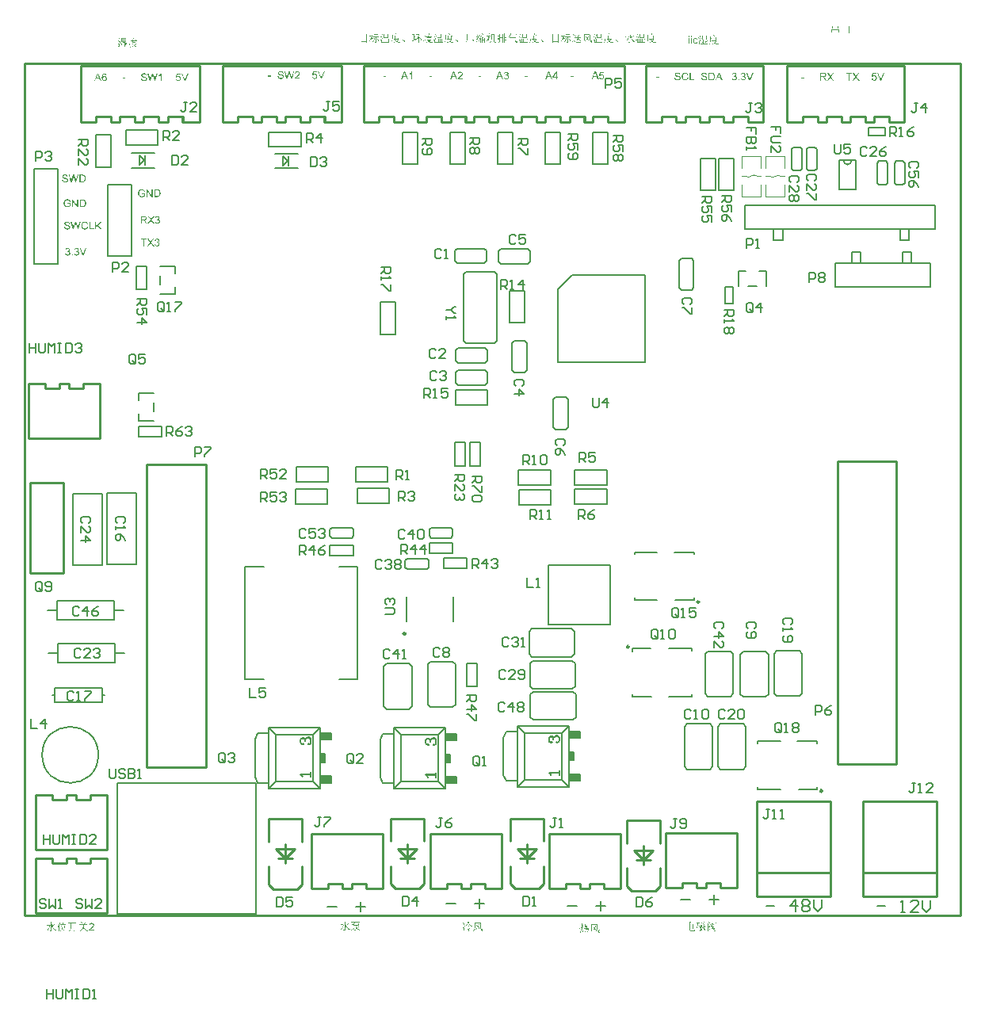
<source format=gto>
%FSLAX25Y25*%
%MOIN*%
G70*
G01*
G75*
%ADD10R,0.03937X0.02362*%
%ADD11R,0.03347X0.02756*%
%ADD12O,0.06299X0.01181*%
%ADD13R,0.06299X0.01181*%
%ADD14O,0.01181X0.06299*%
%ADD15R,0.05118X0.03937*%
%ADD16R,0.10630X0.03937*%
%ADD17R,0.03937X0.05118*%
%ADD18R,0.03543X0.02126*%
%ADD19R,0.01969X0.06299*%
%ADD20R,0.14410X0.07874*%
%ADD21R,0.14410X0.09843*%
%ADD22R,0.09449X0.08268*%
%ADD23R,0.05000X0.06000*%
%ADD24R,0.02362X0.02362*%
%ADD25R,0.02362X0.02362*%
%ADD26R,0.02362X0.03937*%
%ADD27O,0.02362X0.06890*%
%ADD28R,0.11811X0.07480*%
%ADD29R,0.02756X0.03347*%
%ADD30R,0.10000X0.07500*%
%ADD31R,0.09843X0.15748*%
%ADD32R,0.08661X0.07087*%
%ADD33O,0.09843X0.05906*%
%ADD34O,0.03543X0.01969*%
%ADD35O,0.03543X0.01969*%
%ADD36R,0.03543X0.01969*%
%ADD37R,0.02559X0.05315*%
%ADD38R,0.20866X0.11024*%
%ADD39R,0.03937X0.10630*%
%ADD40R,0.21654X0.05630*%
%ADD41C,0.02000*%
%ADD42C,0.00800*%
%ADD43C,0.03000*%
%ADD44C,0.03500*%
%ADD45C,0.04000*%
%ADD46C,0.01000*%
%ADD47C,0.01500*%
%ADD48C,0.10000*%
%ADD49C,0.08000*%
%ADD50C,0.05000*%
%ADD51C,0.01200*%
%ADD52R,0.19200X0.07900*%
%ADD53R,0.58405X0.13100*%
%ADD54R,0.24300X1.56600*%
%ADD55R,0.50200X0.62200*%
%ADD56R,0.24100X0.17400*%
%ADD57R,0.25624X0.17093*%
%ADD58R,0.23600X0.17400*%
%ADD59R,0.05906X0.05906*%
%ADD60C,0.05906*%
%ADD61O,0.11811X0.09843*%
%ADD62R,0.11811X0.09843*%
%ADD63O,0.05906X0.09843*%
%ADD64R,0.05906X0.09843*%
%ADD65R,0.09843X0.11811*%
%ADD66O,0.09843X0.11811*%
%ADD67R,0.05906X0.05906*%
%ADD68C,0.06693*%
%ADD69C,0.05500*%
%ADD70O,0.07874X0.15748*%
%ADD71C,0.05512*%
%ADD72R,0.06000X0.10000*%
%ADD73O,0.06000X0.10000*%
%ADD74C,0.02000*%
%ADD75C,0.03000*%
%ADD76C,0.04000*%
%ADD77O,0.05500X0.02500*%
%ADD78R,0.05500X0.02500*%
%ADD79O,0.01181X0.02756*%
%ADD80O,0.02756X0.01181*%
%ADD81R,0.13386X0.07087*%
%ADD82R,0.15000X0.13000*%
%ADD83R,0.19400X0.21500*%
%ADD84R,0.18400X0.60700*%
%ADD85R,0.24600X1.31200*%
%ADD86R,0.50100X0.62100*%
%ADD87C,0.00500*%
%ADD88C,0.00394*%
%ADD89C,0.00984*%
%ADD90C,0.00787*%
%ADD91C,0.00591*%
%ADD92R,0.04724X0.02756*%
%ADD93R,0.01968X0.03543*%
G36*
X179868Y10032D02*
X179692Y9949D01*
X179688Y9944D01*
X179673Y9925D01*
X179653Y9900D01*
X179624Y9866D01*
X179590Y9822D01*
X179551Y9774D01*
X179507Y9720D01*
X179458Y9661D01*
X179351Y9539D01*
X179234Y9412D01*
X179121Y9295D01*
X179063Y9242D01*
X179009Y9193D01*
X179014Y9188D01*
X179034Y9178D01*
X179068Y9159D01*
X179112Y9139D01*
X179170Y9110D01*
X179234Y9081D01*
X179317Y9051D01*
X179405Y9017D01*
X179507Y8983D01*
X179619Y8949D01*
X179741Y8915D01*
X179873Y8885D01*
X180015Y8861D01*
X180166Y8837D01*
X180327Y8822D01*
X180498Y8812D01*
Y8744D01*
X180493D01*
X180488Y8739D01*
X180473D01*
X180454Y8734D01*
X180405Y8719D01*
X180351Y8695D01*
X180293Y8666D01*
X180239Y8627D01*
X180195Y8573D01*
X180176Y8544D01*
X180166Y8514D01*
X180156D01*
X180132Y8524D01*
X180088Y8529D01*
X180029Y8544D01*
X179961Y8563D01*
X179878Y8583D01*
X179790Y8612D01*
X179692Y8641D01*
X179590Y8676D01*
X179483Y8715D01*
X179263Y8807D01*
X179156Y8861D01*
X179048Y8919D01*
X178951Y8983D01*
X178853Y9051D01*
X178843Y9046D01*
X178814Y9032D01*
X178770Y9007D01*
X178707Y8978D01*
X178629Y8939D01*
X178536Y8900D01*
X178429Y8851D01*
X178311Y8802D01*
X178180Y8754D01*
X178043Y8705D01*
X177892Y8656D01*
X177736Y8607D01*
X177570Y8563D01*
X177394Y8524D01*
X177218Y8490D01*
X177038Y8461D01*
X177018Y8534D01*
X177028D01*
X177043Y8539D01*
X177057Y8544D01*
X177111Y8553D01*
X177174Y8568D01*
X177257Y8593D01*
X177350Y8617D01*
X177457Y8646D01*
X177575Y8685D01*
X177701Y8729D01*
X177838Y8778D01*
X177975Y8832D01*
X178116Y8895D01*
X178263Y8963D01*
X178409Y9037D01*
X178555Y9120D01*
X178697Y9212D01*
X178692Y9217D01*
X178682Y9227D01*
X178663Y9246D01*
X178643Y9271D01*
X178609Y9305D01*
X178575Y9344D01*
X178541Y9388D01*
X178497Y9442D01*
X178448Y9495D01*
X178399Y9559D01*
X178350Y9627D01*
X178297Y9700D01*
X178189Y9861D01*
X178082Y10037D01*
X177911D01*
X177750Y9998D01*
X177614Y10140D01*
X179448D01*
X179605Y10296D01*
X179868Y10032D01*
D02*
G37*
G36*
X157469D02*
X157293Y9949D01*
X157288Y9944D01*
X157274Y9925D01*
X157254Y9900D01*
X157225Y9866D01*
X157191Y9822D01*
X157152Y9774D01*
X157108Y9720D01*
X157059Y9661D01*
X156952Y9539D01*
X156835Y9412D01*
X156722Y9295D01*
X156664Y9242D01*
X156610Y9193D01*
X156615Y9188D01*
X156634Y9178D01*
X156669Y9159D01*
X156713Y9139D01*
X156771Y9110D01*
X156835Y9081D01*
X156918Y9051D01*
X157005Y9017D01*
X157108Y8983D01*
X157220Y8949D01*
X157342Y8915D01*
X157474Y8885D01*
X157615Y8861D01*
X157767Y8837D01*
X157928Y8822D01*
X158098Y8812D01*
Y8744D01*
X158094D01*
X158089Y8739D01*
X158074D01*
X158055Y8734D01*
X158006Y8719D01*
X157952Y8695D01*
X157894Y8666D01*
X157840Y8627D01*
X157796Y8573D01*
X157776Y8544D01*
X157767Y8514D01*
X157757D01*
X157732Y8524D01*
X157689Y8529D01*
X157630Y8544D01*
X157562Y8563D01*
X157479Y8583D01*
X157391Y8612D01*
X157293Y8641D01*
X157191Y8676D01*
X157083Y8715D01*
X156864Y8807D01*
X156756Y8861D01*
X156649Y8919D01*
X156552Y8983D01*
X156454Y9051D01*
X156444Y9046D01*
X156415Y9032D01*
X156371Y9007D01*
X156307Y8978D01*
X156229Y8939D01*
X156137Y8900D01*
X156029Y8851D01*
X155912Y8802D01*
X155780Y8754D01*
X155644Y8705D01*
X155493Y8656D01*
X155336Y8607D01*
X155171Y8563D01*
X154995Y8524D01*
X154819Y8490D01*
X154639Y8461D01*
X154619Y8534D01*
X154629D01*
X154643Y8539D01*
X154658Y8544D01*
X154712Y8553D01*
X154775Y8568D01*
X154858Y8593D01*
X154951Y8617D01*
X155058Y8646D01*
X155175Y8685D01*
X155302Y8729D01*
X155439Y8778D01*
X155576Y8832D01*
X155717Y8895D01*
X155863Y8963D01*
X156010Y9037D01*
X156156Y9120D01*
X156298Y9212D01*
X156293Y9217D01*
X156283Y9227D01*
X156264Y9246D01*
X156244Y9271D01*
X156210Y9305D01*
X156176Y9344D01*
X156142Y9388D01*
X156098Y9442D01*
X156049Y9495D01*
X156000Y9559D01*
X155951Y9627D01*
X155898Y9700D01*
X155790Y9861D01*
X155683Y10037D01*
X155512D01*
X155351Y9998D01*
X155214Y10140D01*
X157049D01*
X157205Y10296D01*
X157469Y10032D01*
D02*
G37*
G36*
X247066D02*
X246890Y9949D01*
X246885Y9944D01*
X246871Y9925D01*
X246851Y9900D01*
X246822Y9866D01*
X246788Y9822D01*
X246749Y9774D01*
X246705Y9720D01*
X246656Y9661D01*
X246549Y9539D01*
X246431Y9412D01*
X246319Y9295D01*
X246261Y9242D01*
X246207Y9193D01*
X246212Y9188D01*
X246231Y9178D01*
X246265Y9159D01*
X246309Y9139D01*
X246368Y9110D01*
X246431Y9081D01*
X246514Y9051D01*
X246602Y9017D01*
X246705Y8983D01*
X246817Y8949D01*
X246939Y8915D01*
X247071Y8885D01*
X247212Y8861D01*
X247363Y8837D01*
X247524Y8822D01*
X247695Y8812D01*
Y8744D01*
X247690D01*
X247686Y8739D01*
X247671D01*
X247651Y8734D01*
X247603Y8719D01*
X247549Y8695D01*
X247490Y8666D01*
X247437Y8627D01*
X247393Y8573D01*
X247373Y8544D01*
X247363Y8514D01*
X247354D01*
X247329Y8524D01*
X247285Y8529D01*
X247227Y8544D01*
X247159Y8563D01*
X247076Y8583D01*
X246988Y8612D01*
X246890Y8641D01*
X246788Y8676D01*
X246680Y8715D01*
X246461Y8807D01*
X246353Y8861D01*
X246246Y8919D01*
X246148Y8983D01*
X246051Y9051D01*
X246041Y9046D01*
X246012Y9032D01*
X245968Y9007D01*
X245904Y8978D01*
X245826Y8939D01*
X245733Y8900D01*
X245626Y8851D01*
X245509Y8802D01*
X245377Y8754D01*
X245241Y8705D01*
X245089Y8656D01*
X244933Y8607D01*
X244767Y8563D01*
X244592Y8524D01*
X244416Y8490D01*
X244235Y8461D01*
X244216Y8534D01*
X244226D01*
X244240Y8539D01*
X244255Y8544D01*
X244309Y8553D01*
X244372Y8568D01*
X244455Y8593D01*
X244548Y8617D01*
X244655Y8646D01*
X244772Y8685D01*
X244899Y8729D01*
X245036Y8778D01*
X245172Y8832D01*
X245314Y8895D01*
X245460Y8963D01*
X245607Y9037D01*
X245753Y9120D01*
X245895Y9212D01*
X245890Y9217D01*
X245880Y9227D01*
X245860Y9246D01*
X245841Y9271D01*
X245807Y9305D01*
X245773Y9344D01*
X245738Y9388D01*
X245694Y9442D01*
X245646Y9495D01*
X245597Y9559D01*
X245548Y9627D01*
X245494Y9700D01*
X245387Y9861D01*
X245280Y10037D01*
X245109D01*
X244948Y9998D01*
X244811Y10140D01*
X246646D01*
X246802Y10296D01*
X247066Y10032D01*
D02*
G37*
G36*
X215707D02*
X215531Y9949D01*
X215526Y9944D01*
X215512Y9925D01*
X215492Y9900D01*
X215463Y9866D01*
X215429Y9822D01*
X215390Y9774D01*
X215346Y9720D01*
X215297Y9661D01*
X215190Y9539D01*
X215072Y9412D01*
X214960Y9295D01*
X214902Y9242D01*
X214848Y9193D01*
X214853Y9188D01*
X214872Y9178D01*
X214907Y9159D01*
X214950Y9139D01*
X215009Y9110D01*
X215072Y9081D01*
X215155Y9051D01*
X215243Y9017D01*
X215346Y8983D01*
X215458Y8949D01*
X215580Y8915D01*
X215712Y8885D01*
X215853Y8861D01*
X216005Y8837D01*
X216166Y8822D01*
X216336Y8812D01*
Y8744D01*
X216332D01*
X216327Y8739D01*
X216312D01*
X216293Y8734D01*
X216244Y8719D01*
X216190Y8695D01*
X216131Y8666D01*
X216078Y8627D01*
X216034Y8573D01*
X216014Y8544D01*
X216005Y8514D01*
X215995D01*
X215970Y8524D01*
X215927Y8529D01*
X215868Y8544D01*
X215800Y8563D01*
X215717Y8583D01*
X215629Y8612D01*
X215531Y8641D01*
X215429Y8676D01*
X215321Y8715D01*
X215102Y8807D01*
X214994Y8861D01*
X214887Y8919D01*
X214789Y8983D01*
X214692Y9051D01*
X214682Y9046D01*
X214653Y9032D01*
X214609Y9007D01*
X214545Y8978D01*
X214467Y8939D01*
X214375Y8900D01*
X214267Y8851D01*
X214150Y8802D01*
X214018Y8754D01*
X213882Y8705D01*
X213731Y8656D01*
X213574Y8607D01*
X213408Y8563D01*
X213233Y8524D01*
X213057Y8490D01*
X212877Y8461D01*
X212857Y8534D01*
X212867D01*
X212881Y8539D01*
X212896Y8544D01*
X212950Y8553D01*
X213013Y8568D01*
X213096Y8593D01*
X213189Y8617D01*
X213296Y8646D01*
X213413Y8685D01*
X213540Y8729D01*
X213677Y8778D01*
X213813Y8832D01*
X213955Y8895D01*
X214101Y8963D01*
X214248Y9037D01*
X214394Y9120D01*
X214536Y9212D01*
X214531Y9217D01*
X214521Y9227D01*
X214502Y9246D01*
X214482Y9271D01*
X214448Y9305D01*
X214414Y9344D01*
X214380Y9388D01*
X214336Y9442D01*
X214287Y9495D01*
X214238Y9559D01*
X214189Y9627D01*
X214136Y9700D01*
X214028Y9861D01*
X213921Y10037D01*
X213750D01*
X213589Y9998D01*
X213452Y10140D01*
X215287D01*
X215443Y10296D01*
X215707Y10032D01*
D02*
G37*
G36*
X167092Y12062D02*
X165989D01*
Y12057D01*
X165985Y12043D01*
X165975Y12023D01*
X165965Y11989D01*
X165955Y11955D01*
X165936Y11911D01*
X165921Y11857D01*
X165902Y11804D01*
X165858Y11682D01*
X165804Y11545D01*
X165750Y11403D01*
X165692Y11257D01*
X165921Y11116D01*
X165814Y10994D01*
Y9388D01*
Y9383D01*
Y9369D01*
Y9344D01*
Y9310D01*
Y9271D01*
Y9222D01*
Y9173D01*
X165819Y9120D01*
Y8998D01*
X165823Y8876D01*
X165828Y8754D01*
X165833Y8641D01*
X165555Y8500D01*
X165570Y8915D01*
Y8919D01*
Y8934D01*
Y8959D01*
Y8993D01*
Y9046D01*
Y9110D01*
Y9193D01*
Y9242D01*
Y9295D01*
Y9354D01*
Y9422D01*
Y9490D01*
Y9564D01*
Y9647D01*
Y9735D01*
Y9827D01*
Y9925D01*
Y10032D01*
Y10144D01*
Y10266D01*
Y10393D01*
Y10530D01*
Y10671D01*
Y10823D01*
Y10974D01*
X165565Y10969D01*
X165555Y10954D01*
X165545Y10935D01*
X165516Y10886D01*
X165477Y10823D01*
X165428Y10745D01*
X165365Y10652D01*
X165296Y10549D01*
X165218Y10442D01*
X165131Y10330D01*
X165038Y10208D01*
X164935Y10091D01*
X164828Y9969D01*
X164711Y9852D01*
X164589Y9735D01*
X164462Y9627D01*
X164330Y9529D01*
X164296Y9578D01*
X164301Y9583D01*
X164306Y9588D01*
X164321Y9603D01*
X164340Y9622D01*
X164359Y9651D01*
X164389Y9681D01*
X164418Y9715D01*
X164457Y9759D01*
X164496Y9803D01*
X164535Y9856D01*
X164579Y9910D01*
X164628Y9974D01*
X164730Y10110D01*
X164838Y10261D01*
X164955Y10432D01*
X165072Y10623D01*
X165189Y10828D01*
X165306Y11047D01*
X165419Y11281D01*
X165526Y11530D01*
X165623Y11789D01*
X165711Y12062D01*
X165184D01*
X165140Y12057D01*
X165087D01*
X165018Y12048D01*
X164950Y12038D01*
X164877Y12028D01*
X164804Y12009D01*
X164643Y12165D01*
X166551D01*
X166814Y12394D01*
X167092Y12062D01*
D02*
G37*
G36*
X206552Y10754D02*
X206381Y10632D01*
Y10627D01*
Y10618D01*
Y10598D01*
Y10574D01*
Y10540D01*
Y10501D01*
X206386Y10457D01*
Y10408D01*
X206391Y10296D01*
X206396Y10169D01*
X206406Y10032D01*
X206415Y9886D01*
Y9881D01*
Y9866D01*
X206420Y9847D01*
X206425Y9822D01*
Y9788D01*
X206435Y9749D01*
X206450Y9656D01*
X206469Y9554D01*
X206493Y9447D01*
X206528Y9334D01*
X206572Y9232D01*
Y9227D01*
X206576Y9222D01*
X206586Y9207D01*
X206596Y9188D01*
X206625Y9144D01*
X206674Y9085D01*
X206733Y9022D01*
X206811Y8959D01*
X206903Y8900D01*
X207011Y8851D01*
X207016Y8861D01*
Y8871D01*
X207025Y8885D01*
X207030Y8905D01*
X207035Y8934D01*
X207045Y8963D01*
X207055Y9003D01*
X207069Y9042D01*
X207079Y9090D01*
X207094Y9149D01*
X207103Y9207D01*
X207118Y9281D01*
X207133Y9354D01*
X207152Y9437D01*
X207167Y9529D01*
X207235Y9510D01*
Y9505D01*
Y9500D01*
Y9486D01*
Y9466D01*
X207230Y9417D01*
Y9354D01*
X207225Y9271D01*
Y9183D01*
Y9085D01*
Y8978D01*
Y8973D01*
Y8963D01*
Y8949D01*
X207230Y8934D01*
Y8880D01*
X207240Y8817D01*
X207250Y8749D01*
X207264Y8680D01*
X207279Y8612D01*
X207304Y8553D01*
Y8549D01*
X207308Y8544D01*
X207313Y8519D01*
Y8505D01*
X207304Y8490D01*
X207294Y8485D01*
X207269Y8480D01*
X207255D01*
X207235Y8485D01*
X207206Y8490D01*
X207162Y8500D01*
X207108Y8514D01*
X207040Y8534D01*
X206957Y8563D01*
X206952D01*
X206947Y8568D01*
X206933Y8573D01*
X206918Y8578D01*
X206869Y8602D01*
X206811Y8632D01*
X206737Y8676D01*
X206664Y8734D01*
X206581Y8802D01*
X206503Y8885D01*
Y8890D01*
X206493Y8895D01*
X206484Y8910D01*
X206469Y8929D01*
X206454Y8954D01*
X206435Y8983D01*
X206411Y9017D01*
X206386Y9061D01*
X206362Y9105D01*
X206337Y9154D01*
X206313Y9207D01*
X206293Y9271D01*
X206245Y9403D01*
X206210Y9554D01*
Y9559D01*
X206206Y9573D01*
Y9598D01*
X206201Y9632D01*
X206191Y9676D01*
X206186Y9725D01*
X206181Y9788D01*
X206176Y9856D01*
X206167Y9935D01*
X206162Y10018D01*
X206157Y10110D01*
X206152Y10213D01*
Y10320D01*
X206147Y10437D01*
X206152Y10559D01*
Y10686D01*
X204454D01*
X204410Y10681D01*
X204356D01*
X204288Y10671D01*
X204219Y10662D01*
X204146Y10652D01*
X204073Y10632D01*
X203917Y10789D01*
X206098D01*
X206259Y10979D01*
X206552Y10754D01*
D02*
G37*
G36*
X202160Y12340D02*
X201989Y12218D01*
Y11623D01*
X202492D01*
X202667Y11799D01*
X202951Y11521D01*
X201989D01*
Y10735D01*
X202443D01*
X202614Y10911D01*
X202897Y10632D01*
X201989D01*
Y9827D01*
X202492D01*
X202687Y10018D01*
X202985Y9725D01*
X201989D01*
Y9715D01*
Y9695D01*
Y9661D01*
Y9612D01*
Y9554D01*
Y9486D01*
Y9412D01*
Y9329D01*
X201994Y9159D01*
Y8973D01*
X201999Y8793D01*
X202004Y8710D01*
Y8627D01*
X201760Y8500D01*
Y11730D01*
Y11735D01*
Y11750D01*
Y11779D01*
Y11813D01*
Y11852D01*
Y11901D01*
Y11955D01*
Y12013D01*
X201755Y12140D01*
X201750Y12272D01*
X201745Y12409D01*
X201740Y12531D01*
X202160Y12340D01*
D02*
G37*
G36*
X201462D02*
X201306Y12218D01*
Y8627D01*
X201062Y8500D01*
Y8505D01*
Y8519D01*
Y8549D01*
X201067Y8583D01*
Y8632D01*
Y8685D01*
Y8749D01*
X201072Y8827D01*
Y8910D01*
Y9003D01*
Y9105D01*
X201077Y9212D01*
Y9334D01*
Y9461D01*
Y9598D01*
Y9739D01*
X200432D01*
X200271Y9700D01*
X200135Y9842D01*
X201077D01*
Y10647D01*
X200711D01*
X200554Y10608D01*
X200413Y10750D01*
X201077D01*
Y11540D01*
X200623D01*
X200447Y11501D01*
X200310Y11643D01*
X201077D01*
Y11652D01*
Y11672D01*
Y11706D01*
Y11750D01*
Y11799D01*
Y11862D01*
Y11926D01*
Y11999D01*
X201072Y12145D01*
Y12297D01*
X201067Y12370D01*
Y12438D01*
Y12497D01*
X201062Y12550D01*
X201462Y12340D01*
D02*
G37*
G36*
X181288Y9856D02*
X181308Y9852D01*
X181337Y9847D01*
X181371Y9837D01*
X181410Y9827D01*
X181498Y9803D01*
X181601Y9769D01*
X181703Y9730D01*
X181801Y9691D01*
X181888Y9642D01*
X181893D01*
X181898Y9637D01*
X181923Y9617D01*
X181962Y9593D01*
X182010Y9564D01*
X182064Y9525D01*
X182113Y9486D01*
X182162Y9442D01*
X182206Y9403D01*
X182211Y9398D01*
X182220Y9383D01*
X182240Y9359D01*
X182259Y9329D01*
X182279Y9290D01*
X182298Y9242D01*
X182318Y9188D01*
X182328Y9125D01*
Y9120D01*
X182333Y9095D01*
Y9066D01*
Y9032D01*
X182328Y8993D01*
X182318Y8954D01*
X182298Y8919D01*
X182274Y8895D01*
X182269Y8890D01*
X182259Y8885D01*
X182230Y8866D01*
X182196Y8841D01*
X182176Y8837D01*
X182162Y8832D01*
X182157D01*
X182142Y8837D01*
X182123Y8846D01*
X182093Y8871D01*
X182059Y8905D01*
X182040Y8929D01*
X182020Y8954D01*
X182001Y8988D01*
X181981Y9027D01*
X181957Y9071D01*
X181932Y9125D01*
Y9129D01*
X181923Y9139D01*
X181913Y9159D01*
X181898Y9188D01*
X181879Y9217D01*
X181854Y9256D01*
X181825Y9300D01*
X181791Y9349D01*
X181747Y9398D01*
X181698Y9451D01*
X181644Y9510D01*
X181581Y9569D01*
X181513Y9627D01*
X181435Y9686D01*
X181347Y9749D01*
X181254Y9808D01*
X181269Y9861D01*
X181274D01*
X181288Y9856D01*
D02*
G37*
G36*
X158889D02*
X158909Y9852D01*
X158938Y9847D01*
X158972Y9837D01*
X159011Y9827D01*
X159099Y9803D01*
X159201Y9769D01*
X159304Y9730D01*
X159401Y9691D01*
X159489Y9642D01*
X159494D01*
X159499Y9637D01*
X159523Y9617D01*
X159563Y9593D01*
X159611Y9564D01*
X159665Y9525D01*
X159714Y9486D01*
X159763Y9442D01*
X159807Y9403D01*
X159811Y9398D01*
X159821Y9383D01*
X159841Y9359D01*
X159860Y9329D01*
X159880Y9290D01*
X159899Y9242D01*
X159919Y9188D01*
X159929Y9125D01*
Y9120D01*
X159933Y9095D01*
Y9066D01*
Y9032D01*
X159929Y8993D01*
X159919Y8954D01*
X159899Y8919D01*
X159875Y8895D01*
X159870Y8890D01*
X159860Y8885D01*
X159831Y8866D01*
X159797Y8841D01*
X159777Y8837D01*
X159763Y8832D01*
X159758D01*
X159743Y8837D01*
X159723Y8846D01*
X159694Y8871D01*
X159660Y8905D01*
X159641Y8929D01*
X159621Y8954D01*
X159601Y8988D01*
X159582Y9027D01*
X159558Y9071D01*
X159533Y9125D01*
Y9129D01*
X159523Y9139D01*
X159514Y9159D01*
X159499Y9188D01*
X159479Y9217D01*
X159455Y9256D01*
X159426Y9300D01*
X159392Y9349D01*
X159348Y9398D01*
X159299Y9451D01*
X159245Y9510D01*
X159182Y9569D01*
X159114Y9627D01*
X159035Y9686D01*
X158948Y9749D01*
X158855Y9808D01*
X158870Y9861D01*
X158874D01*
X158889Y9856D01*
D02*
G37*
G36*
X248486D02*
X248505Y9852D01*
X248535Y9847D01*
X248569Y9837D01*
X248608Y9827D01*
X248696Y9803D01*
X248798Y9769D01*
X248901Y9730D01*
X248998Y9691D01*
X249086Y9642D01*
X249091D01*
X249096Y9637D01*
X249120Y9617D01*
X249159Y9593D01*
X249208Y9564D01*
X249262Y9525D01*
X249311Y9486D01*
X249359Y9442D01*
X249403Y9403D01*
X249408Y9398D01*
X249418Y9383D01*
X249437Y9359D01*
X249457Y9329D01*
X249477Y9290D01*
X249496Y9242D01*
X249516Y9188D01*
X249525Y9125D01*
Y9120D01*
X249530Y9095D01*
Y9066D01*
Y9032D01*
X249525Y8993D01*
X249516Y8954D01*
X249496Y8919D01*
X249472Y8895D01*
X249467Y8890D01*
X249457Y8885D01*
X249428Y8866D01*
X249394Y8841D01*
X249374Y8837D01*
X249359Y8832D01*
X249355D01*
X249340Y8837D01*
X249320Y8846D01*
X249291Y8871D01*
X249257Y8905D01*
X249237Y8929D01*
X249218Y8954D01*
X249198Y8988D01*
X249179Y9027D01*
X249154Y9071D01*
X249130Y9125D01*
Y9129D01*
X249120Y9139D01*
X249111Y9159D01*
X249096Y9188D01*
X249076Y9217D01*
X249052Y9256D01*
X249023Y9300D01*
X248989Y9349D01*
X248945Y9398D01*
X248896Y9451D01*
X248842Y9510D01*
X248779Y9569D01*
X248710Y9627D01*
X248632Y9686D01*
X248544Y9749D01*
X248452Y9808D01*
X248466Y9861D01*
X248471D01*
X248486Y9856D01*
D02*
G37*
G36*
X217127D02*
X217146Y9852D01*
X217176Y9847D01*
X217210Y9837D01*
X217249Y9827D01*
X217337Y9803D01*
X217439Y9769D01*
X217542Y9730D01*
X217639Y9691D01*
X217727Y9642D01*
X217732D01*
X217737Y9637D01*
X217761Y9617D01*
X217800Y9593D01*
X217849Y9564D01*
X217903Y9525D01*
X217952Y9486D01*
X218001Y9442D01*
X218044Y9403D01*
X218049Y9398D01*
X218059Y9383D01*
X218079Y9359D01*
X218098Y9329D01*
X218118Y9290D01*
X218137Y9242D01*
X218157Y9188D01*
X218166Y9125D01*
Y9120D01*
X218171Y9095D01*
Y9066D01*
Y9032D01*
X218166Y8993D01*
X218157Y8954D01*
X218137Y8919D01*
X218113Y8895D01*
X218108Y8890D01*
X218098Y8885D01*
X218069Y8866D01*
X218035Y8841D01*
X218015Y8837D01*
X218001Y8832D01*
X217996D01*
X217981Y8837D01*
X217961Y8846D01*
X217932Y8871D01*
X217898Y8905D01*
X217879Y8929D01*
X217859Y8954D01*
X217839Y8988D01*
X217820Y9027D01*
X217795Y9071D01*
X217771Y9125D01*
Y9129D01*
X217761Y9139D01*
X217752Y9159D01*
X217737Y9188D01*
X217717Y9217D01*
X217693Y9256D01*
X217664Y9300D01*
X217630Y9349D01*
X217586Y9398D01*
X217537Y9451D01*
X217483Y9510D01*
X217420Y9569D01*
X217351Y9627D01*
X217273Y9686D01*
X217185Y9749D01*
X217093Y9808D01*
X217107Y9861D01*
X217112D01*
X217127Y9856D01*
D02*
G37*
G36*
X231264Y10974D02*
X231128Y10852D01*
Y9476D01*
X231133Y9471D01*
X231152Y9451D01*
X231181Y9427D01*
X231225Y9393D01*
X231274Y9349D01*
X231337Y9305D01*
X231416Y9256D01*
X231499Y9203D01*
X231591Y9149D01*
X231699Y9100D01*
X231811Y9051D01*
X231938Y9012D01*
X232069Y8973D01*
X232211Y8944D01*
X232362Y8924D01*
X232523Y8915D01*
X232850D01*
X232958Y8919D01*
X233075Y8924D01*
X233207Y8929D01*
X233348Y8934D01*
X233494Y8944D01*
X233651Y8954D01*
X233812Y8968D01*
X233982Y8983D01*
X234324Y9022D01*
Y8949D01*
X234319D01*
X234309Y8944D01*
X234290Y8939D01*
X234270Y8929D01*
X234212Y8910D01*
X234148Y8876D01*
X234085Y8837D01*
X234026Y8783D01*
X234007Y8754D01*
X233987Y8724D01*
X233978Y8690D01*
X233973Y8656D01*
X233680D01*
X233592Y8661D01*
X233280D01*
X233055Y8671D01*
X232836Y8676D01*
X232733Y8680D01*
X232636Y8685D01*
X232616D01*
X232587Y8690D01*
X232553D01*
X232514Y8695D01*
X232465Y8700D01*
X232406Y8705D01*
X232348Y8710D01*
X232221Y8724D01*
X232089Y8749D01*
X231962Y8773D01*
X231840Y8807D01*
X231835D01*
X231825Y8812D01*
X231811Y8817D01*
X231791Y8827D01*
X231738Y8846D01*
X231664Y8880D01*
X231586Y8924D01*
X231499Y8978D01*
X231406Y9046D01*
X231318Y9125D01*
X231313Y9129D01*
X231308Y9134D01*
X231279Y9159D01*
X231240Y9198D01*
X231191Y9237D01*
X231142Y9281D01*
X231089Y9315D01*
X231040Y9339D01*
X231020Y9344D01*
X230996D01*
X230986Y9339D01*
X230967Y9329D01*
X230937Y9315D01*
X230898Y9285D01*
X230850Y9246D01*
X230791Y9193D01*
X230723Y9125D01*
X230713Y9115D01*
X230693Y9090D01*
X230659Y9051D01*
X230620Y9007D01*
X230576Y8954D01*
X230532Y8900D01*
X230493Y8846D01*
X230459Y8798D01*
X230201Y9003D01*
X230205Y9007D01*
X230215Y9012D01*
X230230Y9027D01*
X230249Y9042D01*
X230279Y9061D01*
X230313Y9085D01*
X230347Y9115D01*
X230391Y9144D01*
X230440Y9178D01*
X230493Y9212D01*
X230610Y9290D01*
X230747Y9373D01*
X230898Y9456D01*
Y10891D01*
X230645D01*
X230615Y10886D01*
X230576D01*
X230527Y10876D01*
X230474Y10867D01*
X230405Y10857D01*
X230337Y10837D01*
X230181Y10994D01*
X230864D01*
X230986Y11169D01*
X231264Y10974D01*
D02*
G37*
G36*
X264985Y10032D02*
X264809Y9949D01*
X264805Y9944D01*
X264790Y9925D01*
X264770Y9900D01*
X264741Y9866D01*
X264707Y9822D01*
X264668Y9774D01*
X264624Y9720D01*
X264575Y9661D01*
X264468Y9539D01*
X264351Y9412D01*
X264239Y9295D01*
X264180Y9242D01*
X264126Y9193D01*
X264131Y9188D01*
X264151Y9178D01*
X264185Y9159D01*
X264229Y9139D01*
X264287Y9110D01*
X264351Y9081D01*
X264434Y9051D01*
X264522Y9017D01*
X264624Y8983D01*
X264736Y8949D01*
X264858Y8915D01*
X264990Y8885D01*
X265131Y8861D01*
X265283Y8837D01*
X265444Y8822D01*
X265615Y8812D01*
Y8744D01*
X265610D01*
X265605Y8739D01*
X265590D01*
X265571Y8734D01*
X265522Y8719D01*
X265468Y8695D01*
X265410Y8666D01*
X265356Y8627D01*
X265312Y8573D01*
X265293Y8544D01*
X265283Y8514D01*
X265273D01*
X265249Y8524D01*
X265205Y8529D01*
X265146Y8544D01*
X265078Y8563D01*
X264995Y8583D01*
X264907Y8612D01*
X264809Y8641D01*
X264707Y8676D01*
X264600Y8715D01*
X264380Y8807D01*
X264273Y8861D01*
X264165Y8919D01*
X264068Y8983D01*
X263970Y9051D01*
X263960Y9046D01*
X263931Y9032D01*
X263887Y9007D01*
X263824Y8978D01*
X263746Y8939D01*
X263653Y8900D01*
X263545Y8851D01*
X263428Y8802D01*
X263297Y8754D01*
X263160Y8705D01*
X263009Y8656D01*
X262853Y8607D01*
X262687Y8563D01*
X262511Y8524D01*
X262335Y8490D01*
X262155Y8461D01*
X262135Y8534D01*
X262145D01*
X262160Y8539D01*
X262174Y8544D01*
X262228Y8553D01*
X262291Y8568D01*
X262374Y8593D01*
X262467Y8617D01*
X262574Y8646D01*
X262691Y8685D01*
X262818Y8729D01*
X262955Y8778D01*
X263092Y8832D01*
X263233Y8895D01*
X263380Y8963D01*
X263526Y9037D01*
X263672Y9120D01*
X263814Y9212D01*
X263809Y9217D01*
X263799Y9227D01*
X263780Y9246D01*
X263760Y9271D01*
X263726Y9305D01*
X263692Y9344D01*
X263658Y9388D01*
X263614Y9442D01*
X263565Y9495D01*
X263516Y9559D01*
X263467Y9627D01*
X263414Y9700D01*
X263306Y9861D01*
X263199Y10037D01*
X263028D01*
X262867Y9998D01*
X262731Y10140D01*
X264565D01*
X264722Y10296D01*
X264985Y10032D01*
D02*
G37*
G36*
X254327Y11120D02*
X254156Y11033D01*
Y11028D01*
X254152Y11013D01*
X254147Y10994D01*
X254137Y10964D01*
X254122Y10930D01*
X254108Y10886D01*
X254093Y10832D01*
X254073Y10779D01*
X254049Y10715D01*
X254025Y10652D01*
X253966Y10505D01*
X253893Y10345D01*
X253810Y10169D01*
X253717Y9988D01*
X253610Y9803D01*
X253488Y9617D01*
X253356Y9432D01*
X253215Y9256D01*
X253058Y9090D01*
X252888Y8934D01*
X252795Y8866D01*
X252702Y8798D01*
X252668Y8851D01*
X252673Y8856D01*
X252678Y8861D01*
X252692Y8876D01*
X252707Y8890D01*
X252751Y8939D01*
X252810Y9007D01*
X252883Y9095D01*
X252961Y9198D01*
X253053Y9320D01*
X253146Y9456D01*
X253244Y9608D01*
X253346Y9778D01*
X253449Y9964D01*
X253546Y10159D01*
X253639Y10374D01*
X253727Y10598D01*
X253805Y10837D01*
X253873Y11086D01*
X253293D01*
X253249Y11081D01*
X253195D01*
X253132Y11072D01*
X253058Y11062D01*
X252985Y11052D01*
X252912Y11033D01*
X252756Y11189D01*
X253859D01*
X254015Y11399D01*
X254327Y11120D01*
D02*
G37*
G36*
X187935Y11711D02*
X187793Y11589D01*
Y10681D01*
X188564D01*
X188794Y10911D01*
X189126Y10579D01*
X187793D01*
Y8934D01*
X188916D01*
X189160Y9178D01*
X189511Y8832D01*
X186505D01*
X186451Y8827D01*
X186388Y8822D01*
X186315Y8812D01*
X186168Y8783D01*
X186012Y8934D01*
X187549D01*
Y10579D01*
X187076D01*
X187032Y10574D01*
X186978D01*
X186910Y10564D01*
X186842Y10554D01*
X186768Y10545D01*
X186695Y10525D01*
X186539Y10681D01*
X187549D01*
Y11467D01*
Y11472D01*
Y11477D01*
Y11491D01*
Y11511D01*
Y11560D01*
Y11623D01*
X187544Y11691D01*
Y11769D01*
X187540Y11847D01*
X187535Y11921D01*
X187935Y11711D01*
D02*
G37*
G36*
X124997Y-6600D02*
X124562D01*
X123318Y-3394D01*
X123782D01*
X124611Y-5722D01*
Y-5726D01*
X124616Y-5736D01*
X124621Y-5751D01*
X124631Y-5770D01*
X124645Y-5824D01*
X124670Y-5892D01*
X124699Y-5975D01*
X124728Y-6063D01*
X124782Y-6249D01*
Y-6244D01*
X124787Y-6239D01*
X124792Y-6224D01*
X124797Y-6205D01*
X124811Y-6151D01*
X124831Y-6083D01*
X124855Y-6005D01*
X124884Y-5917D01*
X124919Y-5819D01*
X124953Y-5722D01*
X125821Y-3394D01*
X126251D01*
X124997Y-6600D01*
D02*
G37*
G36*
X122971Y-3818D02*
X121693D01*
X121517Y-4682D01*
X121522Y-4677D01*
X121532Y-4672D01*
X121547Y-4663D01*
X121566Y-4648D01*
X121595Y-4633D01*
X121625Y-4619D01*
X121703Y-4580D01*
X121791Y-4541D01*
X121893Y-4511D01*
X122005Y-4487D01*
X122122Y-4477D01*
X122161D01*
X122191Y-4482D01*
X122230Y-4487D01*
X122269Y-4492D01*
X122318Y-4502D01*
X122366Y-4511D01*
X122479Y-4550D01*
X122537Y-4570D01*
X122596Y-4599D01*
X122659Y-4633D01*
X122718Y-4672D01*
X122776Y-4716D01*
X122830Y-4770D01*
X122835Y-4775D01*
X122845Y-4785D01*
X122859Y-4799D01*
X122874Y-4824D01*
X122898Y-4853D01*
X122923Y-4887D01*
X122947Y-4926D01*
X122976Y-4970D01*
X123006Y-5024D01*
X123030Y-5077D01*
X123055Y-5141D01*
X123079Y-5204D01*
X123093Y-5277D01*
X123108Y-5351D01*
X123118Y-5434D01*
X123123Y-5517D01*
Y-5522D01*
Y-5536D01*
Y-5561D01*
X123118Y-5590D01*
X123113Y-5629D01*
X123108Y-5673D01*
X123103Y-5722D01*
X123093Y-5775D01*
X123059Y-5892D01*
X123015Y-6014D01*
X122986Y-6083D01*
X122952Y-6146D01*
X122913Y-6210D01*
X122869Y-6268D01*
X122864Y-6273D01*
X122854Y-6283D01*
X122835Y-6302D01*
X122810Y-6327D01*
X122781Y-6356D01*
X122742Y-6390D01*
X122698Y-6424D01*
X122645Y-6459D01*
X122591Y-6498D01*
X122527Y-6532D01*
X122454Y-6566D01*
X122381Y-6595D01*
X122298Y-6620D01*
X122215Y-6639D01*
X122122Y-6649D01*
X122025Y-6654D01*
X121981D01*
X121952Y-6649D01*
X121917Y-6644D01*
X121873Y-6639D01*
X121825Y-6634D01*
X121771Y-6624D01*
X121659Y-6595D01*
X121542Y-6551D01*
X121483Y-6522D01*
X121425Y-6488D01*
X121366Y-6454D01*
X121312Y-6410D01*
X121307Y-6405D01*
X121303Y-6400D01*
X121288Y-6385D01*
X121268Y-6366D01*
X121249Y-6341D01*
X121224Y-6312D01*
X121200Y-6278D01*
X121171Y-6239D01*
X121117Y-6146D01*
X121063Y-6034D01*
X121024Y-5907D01*
X121010Y-5834D01*
X121000Y-5761D01*
X121415Y-5731D01*
Y-5736D01*
Y-5746D01*
X121420Y-5761D01*
X121425Y-5780D01*
X121439Y-5834D01*
X121459Y-5902D01*
X121483Y-5975D01*
X121522Y-6049D01*
X121566Y-6122D01*
X121625Y-6185D01*
X121634Y-6190D01*
X121654Y-6210D01*
X121688Y-6229D01*
X121737Y-6258D01*
X121795Y-6283D01*
X121864Y-6307D01*
X121942Y-6327D01*
X122025Y-6332D01*
X122054D01*
X122074Y-6327D01*
X122127Y-6322D01*
X122196Y-6307D01*
X122269Y-6278D01*
X122352Y-6244D01*
X122430Y-6190D01*
X122469Y-6161D01*
X122508Y-6122D01*
Y-6117D01*
X122518Y-6112D01*
X122537Y-6083D01*
X122571Y-6034D01*
X122606Y-5971D01*
X122640Y-5887D01*
X122674Y-5790D01*
X122693Y-5678D01*
X122703Y-5551D01*
Y-5546D01*
Y-5536D01*
Y-5517D01*
X122698Y-5497D01*
Y-5468D01*
X122693Y-5434D01*
X122679Y-5356D01*
X122659Y-5273D01*
X122625Y-5185D01*
X122576Y-5097D01*
X122513Y-5019D01*
X122503Y-5009D01*
X122479Y-4990D01*
X122440Y-4955D01*
X122381Y-4921D01*
X122313Y-4887D01*
X122225Y-4853D01*
X122127Y-4833D01*
X122020Y-4824D01*
X121986D01*
X121952Y-4829D01*
X121903Y-4833D01*
X121849Y-4848D01*
X121791Y-4863D01*
X121732Y-4887D01*
X121673Y-4916D01*
X121669Y-4921D01*
X121649Y-4931D01*
X121620Y-4951D01*
X121586Y-4975D01*
X121551Y-5009D01*
X121512Y-5048D01*
X121473Y-5092D01*
X121439Y-5141D01*
X121068Y-5087D01*
X121381Y-3443D01*
X122971D01*
Y-3818D01*
D02*
G37*
G36*
X42286Y8740D02*
X42164Y8632D01*
Y7549D01*
X42169Y7554D01*
X42188Y7578D01*
X42213Y7608D01*
X42247Y7651D01*
X42291Y7705D01*
X42339Y7769D01*
X42393Y7837D01*
X42452Y7915D01*
X42510Y7998D01*
X42569Y8086D01*
X42686Y8266D01*
X42744Y8359D01*
X42793Y8452D01*
X42842Y8545D01*
X42881Y8632D01*
X43193Y8354D01*
X43189D01*
X43164Y8344D01*
X43130Y8330D01*
X43081Y8301D01*
X43023Y8257D01*
X42949Y8198D01*
X42910Y8164D01*
X42867Y8120D01*
X42823Y8076D01*
X42774Y8022D01*
X42769Y8017D01*
X42759Y8008D01*
X42744Y7993D01*
X42725Y7974D01*
X42701Y7944D01*
X42666Y7915D01*
X42593Y7837D01*
X42500Y7744D01*
X42398Y7647D01*
X42286Y7539D01*
X42164Y7427D01*
Y6978D01*
X42759D01*
X42984Y7203D01*
X43281Y6871D01*
X40524D01*
X40470Y6866D01*
X40402Y6861D01*
X40334Y6851D01*
X40187Y6822D01*
X40031Y6978D01*
X41217D01*
Y6983D01*
Y6998D01*
Y7022D01*
Y7051D01*
Y7090D01*
Y7134D01*
Y7188D01*
Y7246D01*
Y7305D01*
Y7373D01*
Y7525D01*
Y7681D01*
Y7852D01*
X41212Y8022D01*
Y8188D01*
Y8354D01*
Y8505D01*
X41207Y8647D01*
Y8710D01*
Y8764D01*
Y8818D01*
Y8862D01*
X41202Y8901D01*
Y8930D01*
X41588Y8774D01*
X41446Y8652D01*
Y6978D01*
X41934D01*
Y6983D01*
Y6998D01*
Y7017D01*
Y7051D01*
Y7085D01*
Y7129D01*
Y7183D01*
Y7242D01*
Y7300D01*
Y7368D01*
Y7515D01*
Y7671D01*
Y7837D01*
X41930Y8008D01*
Y8174D01*
Y8339D01*
Y8496D01*
X41925Y8632D01*
Y8696D01*
Y8754D01*
Y8808D01*
Y8857D01*
X41920Y8896D01*
Y8930D01*
X42286Y8740D01*
D02*
G37*
G36*
X47063Y8232D02*
X46888Y8149D01*
X46883Y8144D01*
X46868Y8125D01*
X46849Y8100D01*
X46819Y8066D01*
X46785Y8022D01*
X46746Y7974D01*
X46702Y7920D01*
X46653Y7861D01*
X46546Y7739D01*
X46429Y7612D01*
X46317Y7495D01*
X46258Y7442D01*
X46204Y7393D01*
X46209Y7388D01*
X46229Y7378D01*
X46263Y7359D01*
X46307Y7339D01*
X46365Y7310D01*
X46429Y7281D01*
X46512Y7251D01*
X46600Y7217D01*
X46702Y7183D01*
X46814Y7149D01*
X46936Y7115D01*
X47068Y7085D01*
X47210Y7061D01*
X47361Y7037D01*
X47522Y7022D01*
X47693Y7012D01*
Y6944D01*
X47688D01*
X47683Y6939D01*
X47668D01*
X47649Y6934D01*
X47600Y6919D01*
X47546Y6895D01*
X47488Y6866D01*
X47434Y6827D01*
X47390Y6773D01*
X47371Y6744D01*
X47361Y6714D01*
X47351D01*
X47327Y6724D01*
X47283Y6729D01*
X47224Y6744D01*
X47156Y6763D01*
X47073Y6783D01*
X46985Y6812D01*
X46888Y6841D01*
X46785Y6876D01*
X46678Y6915D01*
X46458Y7007D01*
X46351Y7061D01*
X46243Y7119D01*
X46146Y7183D01*
X46048Y7251D01*
X46038Y7246D01*
X46009Y7232D01*
X45965Y7207D01*
X45902Y7178D01*
X45824Y7139D01*
X45731Y7100D01*
X45624Y7051D01*
X45507Y7002D01*
X45375Y6954D01*
X45238Y6905D01*
X45087Y6856D01*
X44931Y6807D01*
X44765Y6763D01*
X44589Y6724D01*
X44413Y6690D01*
X44233Y6661D01*
X44213Y6734D01*
X44223D01*
X44238Y6739D01*
X44252Y6744D01*
X44306Y6753D01*
X44370Y6768D01*
X44453Y6793D01*
X44545Y6817D01*
X44653Y6846D01*
X44770Y6885D01*
X44897Y6929D01*
X45033Y6978D01*
X45170Y7032D01*
X45311Y7095D01*
X45458Y7163D01*
X45604Y7237D01*
X45751Y7320D01*
X45892Y7412D01*
X45887Y7417D01*
X45877Y7427D01*
X45858Y7446D01*
X45838Y7471D01*
X45804Y7505D01*
X45770Y7544D01*
X45736Y7588D01*
X45692Y7642D01*
X45643Y7695D01*
X45594Y7759D01*
X45546Y7827D01*
X45492Y7900D01*
X45385Y8061D01*
X45277Y8237D01*
X45106D01*
X44945Y8198D01*
X44809Y8339D01*
X46644D01*
X46800Y8496D01*
X47063Y8232D01*
D02*
G37*
G36*
X112521Y-6600D02*
X112106D01*
X111433Y-4160D01*
Y-4155D01*
X111428Y-4145D01*
X111423Y-4131D01*
X111418Y-4111D01*
X111404Y-4058D01*
X111389Y-3999D01*
X111369Y-3931D01*
X111355Y-3872D01*
X111340Y-3818D01*
X111335Y-3799D01*
X111330Y-3784D01*
Y-3794D01*
X111321Y-3818D01*
X111311Y-3862D01*
X111296Y-3911D01*
X111282Y-3975D01*
X111267Y-4033D01*
X111247Y-4097D01*
X111233Y-4160D01*
X110559Y-6600D01*
X110115D01*
X109276Y-3394D01*
X109710D01*
X110193Y-5502D01*
Y-5507D01*
X110198Y-5517D01*
X110203Y-5536D01*
X110208Y-5556D01*
X110213Y-5590D01*
X110223Y-5624D01*
X110242Y-5707D01*
X110262Y-5805D01*
X110286Y-5917D01*
X110306Y-6034D01*
X110330Y-6156D01*
Y-6151D01*
X110335Y-6132D01*
X110340Y-6107D01*
X110350Y-6073D01*
X110359Y-6034D01*
X110369Y-5990D01*
X110398Y-5887D01*
X110423Y-5785D01*
X110447Y-5687D01*
X110457Y-5648D01*
X110467Y-5609D01*
X110471Y-5580D01*
X110476Y-5561D01*
X111086Y-3394D01*
X111599D01*
X112057Y-5019D01*
Y-5024D01*
X112067Y-5048D01*
X112072Y-5077D01*
X112087Y-5121D01*
X112097Y-5175D01*
X112116Y-5238D01*
X112131Y-5312D01*
X112150Y-5390D01*
X112170Y-5473D01*
X112189Y-5561D01*
X112233Y-5756D01*
X112272Y-5956D01*
X112306Y-6156D01*
Y-6151D01*
X112311Y-6141D01*
Y-6127D01*
X112316Y-6102D01*
X112326Y-6073D01*
X112331Y-6039D01*
X112341Y-6000D01*
X112350Y-5956D01*
X112375Y-5853D01*
X112399Y-5731D01*
X112433Y-5600D01*
X112467Y-5458D01*
X112965Y-3394D01*
X113395D01*
X112521Y-6600D01*
D02*
G37*
G36*
X114771Y-3384D02*
X114810Y-3389D01*
X114854Y-3394D01*
X114903Y-3399D01*
X114956Y-3413D01*
X115073Y-3443D01*
X115195Y-3487D01*
X115259Y-3516D01*
X115317Y-3550D01*
X115371Y-3594D01*
X115425Y-3638D01*
X115430Y-3643D01*
X115435Y-3648D01*
X115449Y-3662D01*
X115469Y-3682D01*
X115488Y-3711D01*
X115513Y-3740D01*
X115561Y-3813D01*
X115610Y-3906D01*
X115654Y-4014D01*
X115688Y-4136D01*
X115693Y-4204D01*
X115698Y-4272D01*
Y-4282D01*
Y-4306D01*
X115693Y-4345D01*
X115688Y-4394D01*
X115679Y-4453D01*
X115664Y-4516D01*
X115644Y-4585D01*
X115615Y-4653D01*
X115610Y-4663D01*
X115600Y-4687D01*
X115581Y-4721D01*
X115552Y-4770D01*
X115517Y-4829D01*
X115473Y-4897D01*
X115415Y-4965D01*
X115351Y-5043D01*
X115342Y-5053D01*
X115317Y-5082D01*
X115273Y-5126D01*
X115244Y-5156D01*
X115210Y-5190D01*
X115171Y-5229D01*
X115122Y-5273D01*
X115073Y-5317D01*
X115020Y-5370D01*
X114961Y-5424D01*
X114893Y-5483D01*
X114824Y-5541D01*
X114746Y-5609D01*
X114742Y-5614D01*
X114732Y-5624D01*
X114712Y-5639D01*
X114688Y-5658D01*
X114629Y-5707D01*
X114556Y-5770D01*
X114483Y-5839D01*
X114405Y-5907D01*
X114341Y-5966D01*
X114317Y-5990D01*
X114293Y-6014D01*
X114288Y-6019D01*
X114278Y-6034D01*
X114258Y-6053D01*
X114234Y-6083D01*
X114180Y-6146D01*
X114127Y-6224D01*
X115703D01*
Y-6600D01*
X113580D01*
Y-6595D01*
Y-6576D01*
Y-6546D01*
X113585Y-6512D01*
X113590Y-6473D01*
X113595Y-6429D01*
X113609Y-6380D01*
X113624Y-6332D01*
Y-6327D01*
X113629Y-6322D01*
X113639Y-6293D01*
X113658Y-6254D01*
X113687Y-6195D01*
X113722Y-6132D01*
X113770Y-6058D01*
X113819Y-5985D01*
X113883Y-5907D01*
Y-5902D01*
X113892Y-5897D01*
X113917Y-5868D01*
X113956Y-5824D01*
X114014Y-5765D01*
X114088Y-5697D01*
X114175Y-5614D01*
X114283Y-5522D01*
X114400Y-5419D01*
X114405Y-5414D01*
X114424Y-5399D01*
X114449Y-5380D01*
X114483Y-5346D01*
X114527Y-5312D01*
X114576Y-5268D01*
X114683Y-5175D01*
X114800Y-5063D01*
X114917Y-4951D01*
X114976Y-4897D01*
X115025Y-4843D01*
X115068Y-4789D01*
X115108Y-4741D01*
Y-4736D01*
X115117Y-4731D01*
X115127Y-4716D01*
X115137Y-4697D01*
X115166Y-4648D01*
X115200Y-4585D01*
X115234Y-4511D01*
X115264Y-4433D01*
X115283Y-4345D01*
X115293Y-4262D01*
Y-4258D01*
Y-4253D01*
X115288Y-4223D01*
X115283Y-4180D01*
X115273Y-4126D01*
X115249Y-4062D01*
X115220Y-3999D01*
X115181Y-3931D01*
X115122Y-3867D01*
X115112Y-3862D01*
X115093Y-3843D01*
X115054Y-3818D01*
X115005Y-3784D01*
X114942Y-3755D01*
X114868Y-3731D01*
X114781Y-3711D01*
X114683Y-3706D01*
X114654D01*
X114634Y-3711D01*
X114585Y-3716D01*
X114522Y-3726D01*
X114449Y-3750D01*
X114371Y-3779D01*
X114297Y-3823D01*
X114229Y-3882D01*
X114224Y-3892D01*
X114205Y-3911D01*
X114175Y-3950D01*
X114146Y-4004D01*
X114112Y-4072D01*
X114088Y-4150D01*
X114068Y-4243D01*
X114058Y-4350D01*
X113653Y-4306D01*
Y-4301D01*
Y-4287D01*
X113658Y-4262D01*
X113663Y-4233D01*
X113673Y-4194D01*
X113678Y-4150D01*
X113707Y-4053D01*
X113746Y-3940D01*
X113800Y-3828D01*
X113873Y-3716D01*
X113912Y-3667D01*
X113961Y-3618D01*
X113966Y-3613D01*
X113975Y-3609D01*
X113990Y-3594D01*
X114009Y-3579D01*
X114039Y-3565D01*
X114073Y-3540D01*
X114112Y-3521D01*
X114156Y-3496D01*
X114205Y-3477D01*
X114258Y-3452D01*
X114322Y-3433D01*
X114385Y-3418D01*
X114532Y-3389D01*
X114610Y-3384D01*
X114693Y-3379D01*
X114737D01*
X114771Y-3384D01*
D02*
G37*
G36*
X107778Y-3345D02*
X107812D01*
X107895Y-3355D01*
X107992Y-3369D01*
X108100Y-3389D01*
X108207Y-3418D01*
X108310Y-3457D01*
X108315D01*
X108319Y-3462D01*
X108334Y-3467D01*
X108354Y-3477D01*
X108402Y-3506D01*
X108466Y-3540D01*
X108534Y-3589D01*
X108602Y-3648D01*
X108671Y-3716D01*
X108729Y-3794D01*
X108734Y-3804D01*
X108754Y-3833D01*
X108778Y-3882D01*
X108803Y-3940D01*
X108832Y-4014D01*
X108861Y-4101D01*
X108881Y-4194D01*
X108890Y-4297D01*
X108485Y-4326D01*
Y-4321D01*
Y-4311D01*
X108481Y-4297D01*
X108476Y-4277D01*
X108466Y-4223D01*
X108446Y-4155D01*
X108417Y-4082D01*
X108378Y-4009D01*
X108324Y-3935D01*
X108261Y-3872D01*
X108251Y-3867D01*
X108227Y-3848D01*
X108183Y-3823D01*
X108124Y-3794D01*
X108046Y-3765D01*
X107949Y-3740D01*
X107836Y-3721D01*
X107705Y-3716D01*
X107641D01*
X107612Y-3721D01*
X107573D01*
X107490Y-3735D01*
X107397Y-3750D01*
X107304Y-3774D01*
X107217Y-3809D01*
X107177Y-3833D01*
X107143Y-3857D01*
X107139Y-3862D01*
X107119Y-3882D01*
X107090Y-3911D01*
X107060Y-3955D01*
X107026Y-4004D01*
X107002Y-4062D01*
X106982Y-4126D01*
X106973Y-4199D01*
Y-4209D01*
Y-4228D01*
X106977Y-4262D01*
X106987Y-4301D01*
X107002Y-4345D01*
X107026Y-4394D01*
X107055Y-4438D01*
X107095Y-4482D01*
X107099Y-4487D01*
X107124Y-4502D01*
X107139Y-4511D01*
X107158Y-4526D01*
X107187Y-4536D01*
X107221Y-4550D01*
X107261Y-4570D01*
X107304Y-4589D01*
X107353Y-4604D01*
X107412Y-4624D01*
X107480Y-4648D01*
X107553Y-4668D01*
X107636Y-4687D01*
X107729Y-4711D01*
X107734D01*
X107753Y-4716D01*
X107778Y-4721D01*
X107812Y-4731D01*
X107856Y-4741D01*
X107905Y-4755D01*
X108012Y-4780D01*
X108129Y-4814D01*
X108246Y-4848D01*
X108305Y-4863D01*
X108354Y-4882D01*
X108402Y-4902D01*
X108441Y-4916D01*
X108446D01*
X108456Y-4921D01*
X108466Y-4931D01*
X108485Y-4941D01*
X108534Y-4970D01*
X108598Y-5004D01*
X108666Y-5053D01*
X108734Y-5112D01*
X108798Y-5175D01*
X108851Y-5243D01*
X108856Y-5253D01*
X108871Y-5277D01*
X108895Y-5317D01*
X108920Y-5375D01*
X108944Y-5439D01*
X108968Y-5517D01*
X108983Y-5604D01*
X108988Y-5697D01*
Y-5702D01*
Y-5707D01*
Y-5722D01*
Y-5741D01*
X108978Y-5790D01*
X108968Y-5853D01*
X108954Y-5927D01*
X108925Y-6010D01*
X108890Y-6097D01*
X108842Y-6180D01*
X108837Y-6190D01*
X108812Y-6219D01*
X108783Y-6258D01*
X108734Y-6307D01*
X108676Y-6366D01*
X108602Y-6424D01*
X108515Y-6478D01*
X108417Y-6532D01*
X108412D01*
X108402Y-6537D01*
X108388Y-6541D01*
X108368Y-6551D01*
X108344Y-6561D01*
X108315Y-6571D01*
X108237Y-6590D01*
X108149Y-6615D01*
X108041Y-6634D01*
X107929Y-6649D01*
X107802Y-6654D01*
X107729D01*
X107695Y-6649D01*
X107651D01*
X107602Y-6644D01*
X107548Y-6639D01*
X107436Y-6624D01*
X107314Y-6600D01*
X107192Y-6571D01*
X107075Y-6532D01*
X107070D01*
X107060Y-6527D01*
X107046Y-6517D01*
X107026Y-6507D01*
X106973Y-6478D01*
X106909Y-6434D01*
X106831Y-6380D01*
X106758Y-6317D01*
X106680Y-6239D01*
X106611Y-6151D01*
Y-6146D01*
X106607Y-6141D01*
X106597Y-6127D01*
X106587Y-6107D01*
X106572Y-6083D01*
X106558Y-6053D01*
X106528Y-5980D01*
X106499Y-5897D01*
X106470Y-5795D01*
X106450Y-5687D01*
X106441Y-5570D01*
X106841Y-5536D01*
Y-5541D01*
Y-5546D01*
X106846Y-5575D01*
X106855Y-5619D01*
X106865Y-5678D01*
X106885Y-5741D01*
X106904Y-5809D01*
X106933Y-5873D01*
X106968Y-5936D01*
X106973Y-5941D01*
X106987Y-5961D01*
X107012Y-5990D01*
X107051Y-6024D01*
X107095Y-6063D01*
X107148Y-6107D01*
X107217Y-6146D01*
X107290Y-6185D01*
X107295D01*
X107299Y-6190D01*
X107329Y-6200D01*
X107373Y-6214D01*
X107436Y-6229D01*
X107504Y-6249D01*
X107592Y-6263D01*
X107685Y-6273D01*
X107783Y-6278D01*
X107822D01*
X107870Y-6273D01*
X107924Y-6268D01*
X107992Y-6263D01*
X108061Y-6249D01*
X108134Y-6234D01*
X108207Y-6210D01*
X108217Y-6205D01*
X108237Y-6195D01*
X108271Y-6180D01*
X108310Y-6156D01*
X108359Y-6127D01*
X108402Y-6092D01*
X108446Y-6053D01*
X108485Y-6010D01*
X108490Y-6005D01*
X108500Y-5985D01*
X108515Y-5961D01*
X108534Y-5927D01*
X108549Y-5887D01*
X108563Y-5839D01*
X108573Y-5790D01*
X108578Y-5736D01*
Y-5731D01*
Y-5712D01*
X108573Y-5683D01*
X108568Y-5648D01*
X108559Y-5604D01*
X108539Y-5561D01*
X108519Y-5517D01*
X108490Y-5473D01*
X108485Y-5468D01*
X108476Y-5453D01*
X108451Y-5434D01*
X108422Y-5404D01*
X108383Y-5375D01*
X108334Y-5346D01*
X108271Y-5312D01*
X108202Y-5282D01*
X108197Y-5277D01*
X108178Y-5273D01*
X108139Y-5263D01*
X108115Y-5253D01*
X108085Y-5243D01*
X108046Y-5234D01*
X108007Y-5224D01*
X107958Y-5209D01*
X107910Y-5195D01*
X107851Y-5180D01*
X107783Y-5165D01*
X107709Y-5146D01*
X107631Y-5126D01*
X107626D01*
X107612Y-5121D01*
X107587Y-5116D01*
X107558Y-5107D01*
X107524Y-5097D01*
X107485Y-5087D01*
X107392Y-5063D01*
X107290Y-5029D01*
X107187Y-4995D01*
X107095Y-4960D01*
X107051Y-4946D01*
X107017Y-4926D01*
X107012D01*
X107007Y-4921D01*
X106977Y-4902D01*
X106938Y-4877D01*
X106890Y-4843D01*
X106831Y-4799D01*
X106777Y-4750D01*
X106724Y-4692D01*
X106675Y-4628D01*
X106670Y-4619D01*
X106655Y-4594D01*
X106641Y-4560D01*
X106621Y-4511D01*
X106597Y-4453D01*
X106582Y-4385D01*
X106568Y-4306D01*
X106563Y-4228D01*
Y-4223D01*
Y-4219D01*
Y-4204D01*
Y-4184D01*
X106572Y-4140D01*
X106582Y-4082D01*
X106597Y-4009D01*
X106621Y-3935D01*
X106655Y-3853D01*
X106699Y-3774D01*
Y-3770D01*
X106704Y-3765D01*
X106724Y-3740D01*
X106758Y-3701D01*
X106802Y-3652D01*
X106855Y-3604D01*
X106924Y-3550D01*
X107007Y-3496D01*
X107099Y-3452D01*
X107104D01*
X107109Y-3447D01*
X107124Y-3443D01*
X107148Y-3433D01*
X107173Y-3428D01*
X107202Y-3418D01*
X107270Y-3394D01*
X107358Y-3374D01*
X107456Y-3360D01*
X107568Y-3345D01*
X107685Y-3340D01*
X107744D01*
X107778Y-3345D01*
D02*
G37*
G36*
X103605Y-5639D02*
X102400D01*
Y-5243D01*
X103605D01*
Y-5639D01*
D02*
G37*
G36*
X45580Y10780D02*
X45599Y10775D01*
X45624Y10760D01*
X45653Y10745D01*
X45692Y10731D01*
X45770Y10692D01*
X45848Y10648D01*
X45921Y10599D01*
X45956Y10579D01*
X45985Y10555D01*
X46004Y10536D01*
X46019Y10516D01*
X46024Y10511D01*
X46029Y10501D01*
X46038Y10487D01*
X46053Y10467D01*
X46073Y10428D01*
X46077Y10413D01*
X46082Y10404D01*
Y10399D01*
Y10384D01*
X46077Y10365D01*
X46068Y10335D01*
X46048Y10301D01*
X46024Y10262D01*
X45990Y10218D01*
X45946Y10174D01*
X47078D01*
X47327Y10418D01*
X47673Y10072D01*
X44443D01*
Y10067D01*
Y10062D01*
Y10047D01*
Y10028D01*
Y9999D01*
Y9969D01*
Y9896D01*
Y9808D01*
Y9706D01*
Y9594D01*
Y9472D01*
X44438Y9345D01*
X44433Y9208D01*
X44423Y8935D01*
X44413Y8803D01*
X44404Y8671D01*
X44394Y8549D01*
X44379Y8432D01*
Y8427D01*
X44374Y8408D01*
X44370Y8374D01*
X44365Y8335D01*
X44355Y8286D01*
X44345Y8227D01*
X44335Y8159D01*
X44321Y8086D01*
X44301Y8013D01*
X44282Y7930D01*
X44238Y7764D01*
X44189Y7593D01*
X44126Y7427D01*
Y7422D01*
X44116Y7407D01*
X44106Y7388D01*
X44096Y7359D01*
X44077Y7320D01*
X44057Y7276D01*
X44033Y7227D01*
X44003Y7178D01*
X43940Y7056D01*
X43867Y6929D01*
X43779Y6793D01*
X43686Y6661D01*
X43637Y6700D01*
X43642Y6705D01*
X43652Y6729D01*
X43672Y6758D01*
X43691Y6807D01*
X43720Y6861D01*
X43755Y6924D01*
X43789Y7002D01*
X43823Y7085D01*
X43862Y7178D01*
X43896Y7276D01*
X43935Y7378D01*
X43969Y7490D01*
X44033Y7725D01*
X44062Y7847D01*
X44082Y7969D01*
Y7978D01*
X44087Y7998D01*
X44091Y8037D01*
X44096Y8086D01*
X44106Y8144D01*
X44111Y8218D01*
X44121Y8301D01*
X44130Y8388D01*
X44140Y8486D01*
X44150Y8593D01*
X44160Y8705D01*
X44165Y8823D01*
X44179Y9071D01*
X44184Y9325D01*
Y9335D01*
Y9355D01*
Y9394D01*
Y9437D01*
Y9496D01*
Y9564D01*
Y9633D01*
Y9716D01*
Y9882D01*
X44179Y10052D01*
X44174Y10131D01*
X44169Y10209D01*
X44165Y10282D01*
X44160Y10350D01*
X44457Y10174D01*
X45838D01*
Y10179D01*
X45834Y10194D01*
X45829Y10213D01*
X45824Y10243D01*
X45814Y10277D01*
X45799Y10316D01*
X45760Y10404D01*
X45755Y10409D01*
X45746Y10428D01*
X45731Y10453D01*
X45707Y10492D01*
X45673Y10540D01*
X45629Y10604D01*
X45570Y10672D01*
X45507Y10750D01*
X45560Y10789D01*
X45565D01*
X45580Y10780D01*
D02*
G37*
G36*
X39563Y10628D02*
X39577Y10623D01*
X39602Y10609D01*
X39636Y10594D01*
X39670Y10575D01*
X39714Y10550D01*
X39807Y10497D01*
X39899Y10443D01*
X39943Y10413D01*
X39982Y10384D01*
X40021Y10360D01*
X40046Y10335D01*
X40070Y10316D01*
X40080Y10296D01*
Y10291D01*
X40085Y10282D01*
X40095Y10267D01*
X40099Y10248D01*
X40114Y10204D01*
X40119Y10160D01*
Y10155D01*
Y10145D01*
X40114Y10126D01*
Y10106D01*
X40095Y10052D01*
X40085Y10023D01*
X40065Y9994D01*
Y9989D01*
X40056Y9984D01*
X40036Y9955D01*
X40007Y9930D01*
X39992Y9921D01*
X39977Y9916D01*
X39968D01*
X39953Y9926D01*
X39939Y9935D01*
X39924Y9950D01*
X39904Y9974D01*
X39890Y10008D01*
X39875Y10052D01*
Y10057D01*
X39870Y10062D01*
X39856Y10091D01*
X39831Y10135D01*
X39797Y10199D01*
X39753Y10272D01*
X39690Y10365D01*
X39616Y10467D01*
X39524Y10579D01*
X39558Y10633D01*
X39563Y10628D01*
D02*
G37*
G36*
X192224Y11447D02*
X192068Y11360D01*
Y11355D01*
X192058Y11345D01*
X192053Y11321D01*
X192039Y11296D01*
X192024Y11262D01*
X192005Y11223D01*
X191966Y11135D01*
X191917Y11037D01*
X191868Y10930D01*
X191819Y10828D01*
X191771Y10730D01*
X191961Y10608D01*
X191839Y10520D01*
Y8568D01*
X191595Y8427D01*
Y8432D01*
Y8441D01*
Y8456D01*
X191600Y8475D01*
Y8505D01*
Y8534D01*
X191605Y8612D01*
Y8705D01*
X191609Y8812D01*
Y8924D01*
Y9051D01*
Y10398D01*
X191605Y10393D01*
X191600Y10384D01*
X191585Y10359D01*
X191566Y10335D01*
X191541Y10301D01*
X191512Y10261D01*
X191444Y10169D01*
X191361Y10066D01*
X191268Y9954D01*
X191161Y9842D01*
X191053Y9735D01*
X190999Y9769D01*
X191004Y9774D01*
X191019Y9793D01*
X191039Y9822D01*
X191063Y9856D01*
X191097Y9905D01*
X191131Y9959D01*
X191175Y10022D01*
X191219Y10096D01*
X191263Y10169D01*
X191312Y10247D01*
X191409Y10418D01*
X191502Y10598D01*
X191585Y10784D01*
Y10789D01*
X191595Y10803D01*
X191605Y10832D01*
X191619Y10867D01*
X191634Y10911D01*
X191653Y10959D01*
X191673Y11013D01*
X191697Y11077D01*
X191741Y11213D01*
X191790Y11360D01*
X191834Y11511D01*
X191873Y11657D01*
X192224Y11447D01*
D02*
G37*
G36*
X42896Y10384D02*
X42774Y10282D01*
Y10277D01*
Y10267D01*
Y10253D01*
Y10233D01*
Y10204D01*
Y10174D01*
Y10096D01*
Y10004D01*
Y9901D01*
Y9789D01*
X42779Y9672D01*
Y9437D01*
Y9325D01*
X42783Y9218D01*
Y9120D01*
X42788Y9042D01*
Y9008D01*
Y8979D01*
X42793Y8954D01*
Y8935D01*
X42549Y8847D01*
Y9023D01*
X40958D01*
Y8862D01*
X40714Y8759D01*
Y8769D01*
Y8779D01*
X40719Y8793D01*
Y8813D01*
Y8842D01*
Y8876D01*
X40724Y8920D01*
Y8974D01*
Y9032D01*
Y9106D01*
X40729Y9189D01*
Y9281D01*
Y9389D01*
Y9506D01*
Y9638D01*
Y9647D01*
Y9672D01*
Y9706D01*
Y9760D01*
Y9818D01*
Y9882D01*
Y9955D01*
Y10033D01*
X40724Y10189D01*
Y10267D01*
Y10340D01*
X40719Y10409D01*
Y10472D01*
Y10521D01*
X40714Y10560D01*
X40973Y10404D01*
X42510D01*
X42618Y10579D01*
X42896Y10384D01*
D02*
G37*
G36*
X40505Y9930D02*
Y9926D01*
X40500Y9911D01*
X40490Y9887D01*
X40480Y9852D01*
X40466Y9813D01*
X40451Y9764D01*
X40431Y9711D01*
X40412Y9652D01*
X40387Y9584D01*
X40363Y9516D01*
X40314Y9359D01*
X40261Y9194D01*
X40202Y9018D01*
X40143Y8837D01*
X40085Y8662D01*
X40031Y8491D01*
X39982Y8335D01*
X39963Y8261D01*
X39939Y8193D01*
X39924Y8130D01*
X39904Y8071D01*
X39890Y8022D01*
X39880Y7978D01*
X39870Y7944D01*
X39865Y7915D01*
Y7910D01*
Y7905D01*
X39860Y7891D01*
Y7871D01*
X39851Y7822D01*
X39841Y7759D01*
X39831Y7676D01*
X39826Y7588D01*
X39816Y7485D01*
X39812Y7378D01*
Y7373D01*
Y7363D01*
Y7349D01*
Y7329D01*
X39807Y7281D01*
Y7217D01*
Y7149D01*
X39802Y7076D01*
Y7012D01*
Y6959D01*
Y6954D01*
Y6949D01*
X39797Y6924D01*
X39782Y6900D01*
X39768Y6895D01*
X39753Y6890D01*
X39743D01*
X39729Y6895D01*
X39709Y6900D01*
X39685Y6905D01*
X39655Y6919D01*
X39621Y6934D01*
X39577Y6954D01*
X39573Y6959D01*
X39558Y6963D01*
X39538Y6978D01*
X39519Y7002D01*
X39494Y7027D01*
X39475Y7061D01*
X39460Y7100D01*
X39455Y7149D01*
Y7154D01*
Y7168D01*
X39460Y7198D01*
Y7232D01*
X39465Y7271D01*
X39475Y7320D01*
X39489Y7368D01*
X39504Y7427D01*
Y7432D01*
X39509Y7437D01*
X39514Y7461D01*
X39529Y7500D01*
X39543Y7544D01*
X39553Y7598D01*
X39568Y7651D01*
X39573Y7700D01*
X39577Y7744D01*
Y7749D01*
Y7764D01*
X39573Y7778D01*
X39568Y7803D01*
X39558Y7827D01*
X39543Y7856D01*
X39524Y7881D01*
X39494Y7905D01*
X39489Y7910D01*
X39480Y7915D01*
X39455Y7930D01*
X39426Y7944D01*
X39382Y7969D01*
X39324Y7988D01*
X39255Y8017D01*
X39172Y8042D01*
Y8110D01*
X39187D01*
X39202Y8105D01*
X39221D01*
X39270Y8100D01*
X39333Y8095D01*
X39397Y8091D01*
X39455Y8086D01*
X39509D01*
X39533Y8091D01*
X39553D01*
X39563Y8095D01*
X39577Y8105D01*
X39602Y8120D01*
X39626Y8139D01*
X39655Y8169D01*
X39690Y8203D01*
X39724Y8252D01*
X39729Y8261D01*
X39738Y8276D01*
X39748Y8301D01*
X39763Y8330D01*
X39787Y8379D01*
X39816Y8442D01*
X39851Y8515D01*
X39870Y8564D01*
X39890Y8613D01*
X39914Y8666D01*
X39939Y8730D01*
X39968Y8793D01*
X39997Y8867D01*
X40031Y8945D01*
X40065Y9028D01*
X40099Y9120D01*
X40139Y9213D01*
X40183Y9320D01*
X40226Y9428D01*
X40275Y9550D01*
X40324Y9677D01*
X40378Y9808D01*
X40431Y9950D01*
X40505Y9930D01*
D02*
G37*
G36*
X40368Y8545D02*
X40378Y8535D01*
X40397Y8520D01*
X40426Y8496D01*
X40456Y8471D01*
X40490Y8437D01*
X40573Y8364D01*
X40656Y8286D01*
X40739Y8198D01*
X40812Y8110D01*
X40846Y8071D01*
X40871Y8032D01*
X40875Y8022D01*
X40890Y7998D01*
X40910Y7964D01*
X40934Y7920D01*
X40953Y7871D01*
X40973Y7817D01*
X40988Y7769D01*
X40993Y7725D01*
Y7720D01*
Y7705D01*
X40988Y7686D01*
X40983Y7661D01*
X40973Y7627D01*
X40963Y7593D01*
X40944Y7554D01*
X40919Y7515D01*
X40914Y7510D01*
X40910Y7500D01*
X40880Y7466D01*
X40846Y7427D01*
X40832Y7417D01*
X40817Y7412D01*
X40812D01*
X40797Y7422D01*
X40788Y7432D01*
X40778Y7446D01*
X40773Y7466D01*
X40763Y7495D01*
Y7505D01*
X40753Y7525D01*
X40744Y7564D01*
X40729Y7617D01*
X40709Y7676D01*
X40685Y7749D01*
X40656Y7832D01*
X40627Y7925D01*
Y7930D01*
X40622Y7935D01*
X40617Y7949D01*
X40607Y7969D01*
X40597Y7993D01*
X40587Y8022D01*
X40553Y8095D01*
X40509Y8179D01*
X40456Y8281D01*
X40387Y8393D01*
X40309Y8515D01*
X40363Y8549D01*
X40368Y8545D01*
D02*
G37*
G36*
X39250Y9647D02*
X39270Y9642D01*
X39299Y9628D01*
X39338Y9608D01*
X39382Y9584D01*
X39431Y9560D01*
X39543Y9501D01*
X39651Y9433D01*
X39704Y9394D01*
X39748Y9359D01*
X39787Y9320D01*
X39816Y9286D01*
X39836Y9252D01*
X39846Y9218D01*
Y9213D01*
Y9189D01*
Y9159D01*
X39841Y9125D01*
X39836Y9086D01*
X39821Y9047D01*
X39807Y9008D01*
X39782Y8974D01*
X39777Y8969D01*
X39773Y8964D01*
X39748Y8935D01*
X39719Y8911D01*
X39709Y8901D01*
X39699Y8896D01*
X39690Y8901D01*
X39680Y8906D01*
X39665Y8915D01*
X39651Y8935D01*
X39631Y8964D01*
X39612Y8998D01*
X39592Y9052D01*
Y9057D01*
X39587Y9062D01*
X39582Y9076D01*
X39573Y9091D01*
X39548Y9140D01*
X39509Y9208D01*
X39460Y9286D01*
X39392Y9379D01*
X39309Y9486D01*
X39260Y9540D01*
X39206Y9599D01*
X39246Y9652D01*
X39250Y9647D01*
D02*
G37*
G36*
X45648Y9808D02*
X45507Y9721D01*
Y9423D01*
X46487D01*
Y9428D01*
Y9437D01*
Y9452D01*
Y9472D01*
Y9501D01*
Y9530D01*
Y9603D01*
X46483Y9691D01*
X46478Y9784D01*
X46468Y9984D01*
X46868Y9808D01*
X46712Y9701D01*
Y9423D01*
X47044D01*
X47273Y9652D01*
X47605Y9320D01*
X46712D01*
Y9315D01*
Y9296D01*
Y9272D01*
Y9237D01*
Y9198D01*
Y9150D01*
X46717Y9047D01*
Y8930D01*
X46722Y8823D01*
Y8774D01*
X46727Y8725D01*
Y8686D01*
X46731Y8652D01*
X46487Y8545D01*
Y8705D01*
X45507D01*
Y8618D01*
X45263Y8510D01*
Y8515D01*
Y8525D01*
Y8545D01*
X45267Y8574D01*
Y8608D01*
Y8647D01*
Y8691D01*
X45272Y8745D01*
Y8798D01*
Y8862D01*
X45277Y8998D01*
Y9155D01*
Y9320D01*
X44823D01*
X44614Y9281D01*
X44477Y9423D01*
X45277D01*
Y9428D01*
Y9433D01*
Y9447D01*
Y9467D01*
Y9496D01*
Y9521D01*
Y9594D01*
X45272Y9681D01*
Y9779D01*
X45267Y9887D01*
X45263Y9999D01*
X45648Y9808D01*
D02*
G37*
G36*
X149227Y10964D02*
X148002D01*
Y8885D01*
Y8880D01*
Y8871D01*
X147997Y8861D01*
X147992Y8841D01*
X147977Y8788D01*
X147948Y8729D01*
X147924Y8695D01*
X147899Y8661D01*
X147870Y8627D01*
X147831Y8597D01*
X147787Y8563D01*
X147738Y8534D01*
X147680Y8505D01*
X147616Y8480D01*
Y8485D01*
Y8490D01*
X147607Y8514D01*
X147587Y8558D01*
X147572Y8583D01*
X147553Y8607D01*
X147523Y8636D01*
X147489Y8666D01*
X147445Y8700D01*
X147397Y8734D01*
X147338Y8763D01*
X147265Y8798D01*
X147187Y8832D01*
X147094Y8866D01*
Y8949D01*
X147099D01*
X147114Y8944D01*
X147138Y8939D01*
X147167Y8934D01*
X147206Y8929D01*
X147245Y8924D01*
X147338Y8910D01*
X147436Y8895D01*
X147528Y8885D01*
X147567D01*
X147602Y8880D01*
X147631Y8885D01*
X147655D01*
X147665Y8890D01*
X147680Y8895D01*
X147694Y8910D01*
X147709Y8924D01*
X147724Y8949D01*
X147733Y8978D01*
X147738Y9017D01*
Y10964D01*
X146884D01*
X146723Y10925D01*
X146587Y11067D01*
X148665D01*
X148895Y11296D01*
X149227Y10964D01*
D02*
G37*
G36*
X226892Y12379D02*
X226736Y12253D01*
Y11433D01*
X226960D01*
X227151Y11623D01*
X227448Y11330D01*
X226736D01*
Y10891D01*
X226741D01*
X226750Y10881D01*
X226765Y10876D01*
X226789Y10862D01*
X226848Y10828D01*
X226916Y10789D01*
X226989Y10740D01*
X227063Y10691D01*
X227131Y10642D01*
X227155Y10618D01*
X227180Y10593D01*
X227185Y10588D01*
X227199Y10574D01*
X227214Y10549D01*
X227238Y10520D01*
X227258Y10491D01*
X227273Y10452D01*
X227287Y10418D01*
X227292Y10384D01*
Y10374D01*
X227287Y10345D01*
X227268Y10296D01*
X227258Y10266D01*
X227238Y10232D01*
Y10227D01*
X227229Y10218D01*
X227209Y10188D01*
X227180Y10154D01*
X227165Y10144D01*
X227151Y10140D01*
X227141Y10144D01*
X227131Y10149D01*
X227116Y10164D01*
X227102Y10193D01*
X227077Y10227D01*
X227053Y10281D01*
X227043Y10310D01*
X227028Y10349D01*
Y10354D01*
X227024Y10364D01*
X227014Y10379D01*
X227009Y10398D01*
X226980Y10447D01*
X226945Y10510D01*
X226902Y10584D01*
X226853Y10657D01*
X226799Y10735D01*
X226736Y10803D01*
Y10798D01*
Y10784D01*
Y10754D01*
Y10720D01*
Y10676D01*
Y10627D01*
Y10569D01*
Y10501D01*
Y10432D01*
Y10354D01*
Y10188D01*
Y10008D01*
Y9817D01*
X226741Y9622D01*
Y9427D01*
Y9242D01*
Y9066D01*
Y8983D01*
X226745Y8905D01*
Y8832D01*
Y8763D01*
Y8705D01*
X226750Y8651D01*
Y8607D01*
Y8568D01*
X226472Y8461D01*
Y8471D01*
Y8495D01*
Y8539D01*
X226477Y8597D01*
Y8676D01*
Y8768D01*
Y8876D01*
X226482Y9003D01*
Y9139D01*
Y9295D01*
Y9466D01*
X226487Y9647D01*
Y9847D01*
Y10061D01*
Y10286D01*
Y10525D01*
X226482Y10520D01*
X226477Y10496D01*
X226462Y10467D01*
X226438Y10423D01*
X226414Y10369D01*
X226384Y10305D01*
X226345Y10232D01*
X226306Y10154D01*
X226257Y10066D01*
X226209Y9979D01*
X226092Y9788D01*
X225960Y9588D01*
X225809Y9388D01*
X225755Y9456D01*
X225760Y9466D01*
X225774Y9490D01*
X225804Y9534D01*
X225833Y9598D01*
X225877Y9671D01*
X225921Y9764D01*
X225974Y9866D01*
X226028Y9983D01*
X226087Y10115D01*
X226150Y10261D01*
X226209Y10413D01*
X226272Y10579D01*
X226331Y10754D01*
X226384Y10940D01*
X226438Y11130D01*
X226487Y11330D01*
X226052D01*
X225896Y11291D01*
X225755Y11433D01*
X226487D01*
Y11443D01*
Y11462D01*
Y11496D01*
Y11545D01*
Y11603D01*
Y11667D01*
Y11745D01*
Y11828D01*
X226482Y11916D01*
Y12009D01*
Y12199D01*
X226477Y12399D01*
X226472Y12589D01*
X226892Y12379D01*
D02*
G37*
G36*
X195533Y12428D02*
X195411Y12306D01*
Y11452D01*
X195655D01*
X195845Y11643D01*
X196143Y11350D01*
X195411D01*
Y10876D01*
X195416D01*
X195431Y10871D01*
X195450Y10862D01*
X195479Y10852D01*
X195513Y10837D01*
X195553Y10823D01*
X195635Y10784D01*
X195728Y10745D01*
X195821Y10706D01*
X195899Y10662D01*
X195928Y10647D01*
X195958Y10627D01*
X195962Y10623D01*
X195977Y10613D01*
X196001Y10593D01*
X196026Y10569D01*
X196045Y10535D01*
X196070Y10496D01*
X196084Y10452D01*
X196089Y10403D01*
Y10398D01*
Y10388D01*
Y10369D01*
X196084Y10349D01*
X196080Y10291D01*
X196065Y10227D01*
Y10222D01*
X196060Y10213D01*
X196050Y10183D01*
X196036Y10154D01*
X196031Y10144D01*
X196021Y10140D01*
X196011Y10144D01*
X195997Y10149D01*
X195982Y10164D01*
X195958Y10183D01*
X195933Y10213D01*
X195899Y10257D01*
X195865Y10315D01*
Y10320D01*
X195860Y10325D01*
X195850Y10340D01*
X195835Y10359D01*
X195801Y10403D01*
X195748Y10467D01*
X195684Y10540D01*
X195606Y10618D01*
X195518Y10701D01*
X195411Y10789D01*
Y10784D01*
Y10769D01*
Y10745D01*
Y10711D01*
Y10667D01*
Y10613D01*
Y10559D01*
Y10491D01*
Y10423D01*
Y10349D01*
Y10183D01*
Y10003D01*
Y9813D01*
X195416Y9622D01*
Y9427D01*
Y9242D01*
Y9066D01*
Y8978D01*
X195421Y8900D01*
Y8827D01*
Y8759D01*
Y8695D01*
X195426Y8641D01*
Y8593D01*
Y8553D01*
X195147Y8427D01*
Y8436D01*
Y8461D01*
Y8505D01*
X195152Y8568D01*
Y8646D01*
Y8739D01*
X195157Y8851D01*
Y8983D01*
Y9125D01*
X195162Y9285D01*
Y9461D01*
Y9651D01*
X195167Y9856D01*
Y10076D01*
Y10310D01*
Y10559D01*
X195162Y10549D01*
X195157Y10525D01*
X195138Y10486D01*
X195118Y10437D01*
X195089Y10374D01*
X195055Y10296D01*
X195016Y10213D01*
X194972Y10120D01*
X194918Y10022D01*
X194864Y9920D01*
X194801Y9813D01*
X194733Y9705D01*
X194655Y9593D01*
X194577Y9481D01*
X194489Y9373D01*
X194396Y9266D01*
X194362Y9315D01*
X194367Y9325D01*
X194386Y9354D01*
X194411Y9398D01*
X194450Y9461D01*
X194489Y9544D01*
X194542Y9642D01*
X194596Y9754D01*
X194655Y9881D01*
X194718Y10018D01*
X194781Y10174D01*
X194850Y10340D01*
X194913Y10520D01*
X194977Y10711D01*
X195040Y10915D01*
X195094Y11125D01*
X195147Y11350D01*
X194728D01*
X194572Y11311D01*
X194430Y11452D01*
X195167D01*
Y11457D01*
Y11481D01*
Y11511D01*
Y11555D01*
Y11608D01*
Y11672D01*
Y11745D01*
Y11823D01*
X195162Y11906D01*
Y11999D01*
X195157Y12189D01*
X195152Y12389D01*
X195147Y12589D01*
X195533Y12428D01*
D02*
G37*
G36*
X175720Y10154D02*
X175598Y10032D01*
Y8778D01*
X175652D01*
X175862Y8983D01*
X176120Y8671D01*
X173241D01*
X173187Y8666D01*
X173124Y8661D01*
X173051Y8651D01*
X172904Y8622D01*
X172748Y8778D01*
X173222D01*
Y9925D01*
Y9935D01*
Y9954D01*
Y9993D01*
Y10042D01*
X173217Y10105D01*
X173212Y10179D01*
X173207Y10257D01*
X173202Y10345D01*
X173446Y10188D01*
X175354D01*
X175457Y10345D01*
X175720Y10154D01*
D02*
G37*
G36*
X153321D02*
X153199Y10032D01*
Y8778D01*
X153253D01*
X153463Y8983D01*
X153721Y8671D01*
X150842D01*
X150788Y8666D01*
X150725Y8661D01*
X150652Y8651D01*
X150505Y8622D01*
X150349Y8778D01*
X150822D01*
Y9925D01*
Y9935D01*
Y9954D01*
Y9993D01*
Y10042D01*
X150818Y10105D01*
X150813Y10179D01*
X150808Y10257D01*
X150803Y10345D01*
X151047Y10188D01*
X152955D01*
X153057Y10345D01*
X153321Y10154D01*
D02*
G37*
G36*
X258407Y11813D02*
Y11808D01*
X258402Y11794D01*
X258392Y11765D01*
X258387Y11730D01*
X258373Y11687D01*
X258358Y11633D01*
X258343Y11574D01*
X258329Y11511D01*
X258309Y11438D01*
X258290Y11360D01*
X258246Y11194D01*
X258197Y11013D01*
X258148Y10823D01*
X258099Y10632D01*
X258051Y10447D01*
X258002Y10266D01*
X257958Y10101D01*
X257938Y10022D01*
X257924Y9949D01*
X257904Y9886D01*
X257890Y9827D01*
X257880Y9774D01*
X257870Y9730D01*
X257860Y9695D01*
X257855Y9671D01*
Y9661D01*
X257851Y9632D01*
X257841Y9588D01*
X257831Y9525D01*
X257821Y9447D01*
X257816Y9359D01*
X257807Y9256D01*
X257802Y9144D01*
Y9139D01*
Y9129D01*
Y9115D01*
Y9095D01*
Y9037D01*
Y8973D01*
Y8900D01*
Y8827D01*
X257807Y8763D01*
X257811Y8710D01*
Y8705D01*
Y8700D01*
X257802Y8676D01*
X257782Y8651D01*
X257768Y8646D01*
X257743Y8641D01*
X257729D01*
X257714Y8646D01*
X257694D01*
X257670Y8651D01*
X257636Y8661D01*
X257602Y8671D01*
X257558Y8685D01*
X257553D01*
X257538Y8695D01*
X257524Y8705D01*
X257504Y8724D01*
X257480Y8744D01*
X257465Y8773D01*
X257450Y8807D01*
X257446Y8851D01*
Y8856D01*
Y8871D01*
X257450Y8890D01*
Y8919D01*
X257460Y8959D01*
X257470Y8998D01*
X257480Y9051D01*
X257499Y9105D01*
Y9115D01*
X257509Y9134D01*
X257514Y9168D01*
X257524Y9207D01*
X257533Y9251D01*
X257538Y9300D01*
X257548Y9344D01*
Y9388D01*
Y9393D01*
Y9408D01*
X257543Y9422D01*
X257538Y9447D01*
X257528Y9476D01*
X257514Y9505D01*
X257494Y9534D01*
X257470Y9559D01*
X257465Y9564D01*
X257455Y9573D01*
X257431Y9588D01*
X257397Y9603D01*
X257353Y9627D01*
X257294Y9651D01*
X257221Y9676D01*
X257128Y9700D01*
Y9769D01*
X257143D01*
X257158Y9764D01*
X257177D01*
X257231Y9759D01*
X257294Y9754D01*
X257363Y9749D01*
X257426Y9744D01*
X257519D01*
X257528Y9749D01*
X257543Y9754D01*
X257563Y9769D01*
X257587Y9788D01*
X257616Y9813D01*
X257646Y9852D01*
X257680Y9900D01*
X257685Y9910D01*
X257694Y9925D01*
X257704Y9954D01*
X257719Y9988D01*
X257738Y10042D01*
X257768Y10110D01*
X257782Y10154D01*
X257797Y10198D01*
X257816Y10252D01*
X257836Y10305D01*
X257860Y10369D01*
X257885Y10437D01*
X257909Y10515D01*
X257938Y10593D01*
X257968Y10686D01*
X257997Y10779D01*
X258031Y10881D01*
X258070Y10994D01*
X258109Y11111D01*
X258148Y11237D01*
X258192Y11374D01*
X258241Y11516D01*
X258290Y11672D01*
X258339Y11833D01*
X258407Y11813D01*
D02*
G37*
G36*
X240488D02*
Y11808D01*
X240483Y11794D01*
X240473Y11765D01*
X240468Y11730D01*
X240453Y11687D01*
X240439Y11633D01*
X240424Y11574D01*
X240409Y11511D01*
X240390Y11438D01*
X240370Y11360D01*
X240326Y11194D01*
X240278Y11013D01*
X240229Y10823D01*
X240180Y10632D01*
X240131Y10447D01*
X240083Y10266D01*
X240039Y10101D01*
X240019Y10022D01*
X240004Y9949D01*
X239985Y9886D01*
X239970Y9827D01*
X239961Y9774D01*
X239951Y9730D01*
X239941Y9695D01*
X239936Y9671D01*
Y9661D01*
X239931Y9632D01*
X239921Y9588D01*
X239912Y9525D01*
X239902Y9447D01*
X239897Y9359D01*
X239887Y9256D01*
X239882Y9144D01*
Y9139D01*
Y9129D01*
Y9115D01*
Y9095D01*
Y9037D01*
Y8973D01*
Y8900D01*
Y8827D01*
X239887Y8763D01*
X239892Y8710D01*
Y8705D01*
Y8700D01*
X239882Y8676D01*
X239863Y8651D01*
X239848Y8646D01*
X239824Y8641D01*
X239809D01*
X239795Y8646D01*
X239775D01*
X239751Y8651D01*
X239717Y8661D01*
X239682Y8671D01*
X239638Y8685D01*
X239633D01*
X239619Y8695D01*
X239604Y8705D01*
X239585Y8724D01*
X239560Y8744D01*
X239546Y8773D01*
X239531Y8807D01*
X239526Y8851D01*
Y8856D01*
Y8871D01*
X239531Y8890D01*
Y8919D01*
X239541Y8959D01*
X239551Y8998D01*
X239560Y9051D01*
X239580Y9105D01*
Y9115D01*
X239590Y9134D01*
X239595Y9168D01*
X239604Y9207D01*
X239614Y9251D01*
X239619Y9300D01*
X239629Y9344D01*
Y9388D01*
Y9393D01*
Y9408D01*
X239624Y9422D01*
X239619Y9447D01*
X239609Y9476D01*
X239595Y9505D01*
X239575Y9534D01*
X239551Y9559D01*
X239546Y9564D01*
X239536Y9573D01*
X239511Y9588D01*
X239477Y9603D01*
X239433Y9627D01*
X239375Y9651D01*
X239302Y9676D01*
X239209Y9700D01*
Y9769D01*
X239224D01*
X239238Y9764D01*
X239258D01*
X239311Y9759D01*
X239375Y9754D01*
X239443Y9749D01*
X239507Y9744D01*
X239599D01*
X239609Y9749D01*
X239624Y9754D01*
X239643Y9769D01*
X239668Y9788D01*
X239697Y9813D01*
X239726Y9852D01*
X239760Y9900D01*
X239765Y9910D01*
X239775Y9925D01*
X239785Y9954D01*
X239799Y9988D01*
X239819Y10042D01*
X239848Y10110D01*
X239863Y10154D01*
X239878Y10198D01*
X239897Y10252D01*
X239917Y10305D01*
X239941Y10369D01*
X239965Y10437D01*
X239990Y10515D01*
X240019Y10593D01*
X240048Y10686D01*
X240078Y10779D01*
X240112Y10881D01*
X240151Y10994D01*
X240190Y11111D01*
X240229Y11237D01*
X240273Y11374D01*
X240322Y11516D01*
X240370Y11672D01*
X240419Y11833D01*
X240488Y11813D01*
D02*
G37*
G36*
X146255Y12379D02*
X146099Y12253D01*
Y11433D01*
X146323D01*
X146513Y11623D01*
X146811Y11330D01*
X146099D01*
Y10891D01*
X146103D01*
X146113Y10881D01*
X146128Y10876D01*
X146152Y10862D01*
X146211Y10828D01*
X146279Y10789D01*
X146352Y10740D01*
X146425Y10691D01*
X146494Y10642D01*
X146518Y10618D01*
X146543Y10593D01*
X146547Y10588D01*
X146562Y10574D01*
X146577Y10549D01*
X146601Y10520D01*
X146621Y10491D01*
X146635Y10452D01*
X146650Y10418D01*
X146655Y10384D01*
Y10374D01*
X146650Y10345D01*
X146631Y10296D01*
X146621Y10266D01*
X146601Y10232D01*
Y10227D01*
X146591Y10218D01*
X146572Y10188D01*
X146543Y10154D01*
X146528Y10144D01*
X146513Y10140D01*
X146504Y10144D01*
X146494Y10149D01*
X146479Y10164D01*
X146465Y10193D01*
X146440Y10227D01*
X146416Y10281D01*
X146406Y10310D01*
X146391Y10349D01*
Y10354D01*
X146387Y10364D01*
X146377Y10379D01*
X146372Y10398D01*
X146343Y10447D01*
X146308Y10510D01*
X146265Y10584D01*
X146216Y10657D01*
X146162Y10735D01*
X146099Y10803D01*
Y10798D01*
Y10784D01*
Y10754D01*
Y10720D01*
Y10676D01*
Y10627D01*
Y10569D01*
Y10501D01*
Y10432D01*
Y10354D01*
Y10188D01*
Y10008D01*
Y9817D01*
X146103Y9622D01*
Y9427D01*
Y9242D01*
Y9066D01*
Y8983D01*
X146108Y8905D01*
Y8832D01*
Y8763D01*
Y8705D01*
X146113Y8651D01*
Y8607D01*
Y8568D01*
X145835Y8461D01*
Y8471D01*
Y8495D01*
Y8539D01*
X145840Y8597D01*
Y8676D01*
Y8768D01*
Y8876D01*
X145845Y9003D01*
Y9139D01*
Y9295D01*
Y9466D01*
X145850Y9647D01*
Y9847D01*
Y10061D01*
Y10286D01*
Y10525D01*
X145845Y10520D01*
X145840Y10496D01*
X145825Y10467D01*
X145801Y10423D01*
X145776Y10369D01*
X145747Y10305D01*
X145708Y10232D01*
X145669Y10154D01*
X145620Y10066D01*
X145571Y9979D01*
X145454Y9788D01*
X145323Y9588D01*
X145171Y9388D01*
X145118Y9456D01*
X145123Y9466D01*
X145137Y9490D01*
X145167Y9534D01*
X145196Y9598D01*
X145240Y9671D01*
X145284Y9764D01*
X145337Y9866D01*
X145391Y9983D01*
X145449Y10115D01*
X145513Y10261D01*
X145571Y10413D01*
X145635Y10579D01*
X145694Y10754D01*
X145747Y10940D01*
X145801Y11130D01*
X145850Y11330D01*
X145415D01*
X145259Y11291D01*
X145118Y11433D01*
X145850D01*
Y11443D01*
Y11462D01*
Y11496D01*
Y11545D01*
Y11603D01*
Y11667D01*
Y11745D01*
Y11828D01*
X145845Y11916D01*
Y12009D01*
Y12199D01*
X145840Y12399D01*
X145835Y12589D01*
X146255Y12379D01*
D02*
G37*
G36*
X190980Y12292D02*
X190975Y12287D01*
X190960Y12277D01*
X190931Y12253D01*
X190897Y12213D01*
X190848Y12155D01*
X190824Y12121D01*
X190795Y12082D01*
X190765Y12038D01*
X190736Y11989D01*
X190702Y11935D01*
X190668Y11872D01*
Y11867D01*
X190658Y11857D01*
X190648Y11833D01*
X190629Y11808D01*
X190609Y11774D01*
X190589Y11735D01*
X190560Y11691D01*
X190531Y11638D01*
X190458Y11525D01*
X190380Y11399D01*
X190292Y11257D01*
X190194Y11116D01*
X190858Y11155D01*
X190863Y11164D01*
X190877Y11184D01*
X190897Y11218D01*
X190926Y11272D01*
X190955Y11335D01*
X190990Y11413D01*
X191029Y11506D01*
X191068Y11608D01*
X191365Y11399D01*
X191361Y11394D01*
X191336Y11379D01*
X191307Y11350D01*
X191263Y11311D01*
X191214Y11262D01*
X191156Y11198D01*
X191087Y11120D01*
X191019Y11028D01*
Y11023D01*
X191009Y11013D01*
X190995Y10998D01*
X190980Y10974D01*
X190955Y10945D01*
X190926Y10906D01*
X190892Y10862D01*
X190853Y10813D01*
X190809Y10754D01*
X190760Y10691D01*
X190702Y10618D01*
X190643Y10535D01*
X190575Y10447D01*
X190502Y10354D01*
X190424Y10252D01*
X190336Y10140D01*
X190355D01*
X190380Y10144D01*
X190414Y10149D01*
X190453Y10154D01*
X190502Y10159D01*
X190550Y10164D01*
X190609Y10169D01*
X190741Y10183D01*
X190882Y10193D01*
X191029Y10208D01*
X191175Y10222D01*
Y10154D01*
X191170D01*
X191161Y10149D01*
X191136D01*
X191112Y10144D01*
X191077Y10135D01*
X191039Y10130D01*
X190951Y10110D01*
X190853Y10091D01*
X190746Y10066D01*
X190643Y10042D01*
X190546Y10013D01*
X190541D01*
X190536Y10008D01*
X190507Y9998D01*
X190463Y9983D01*
X190409Y9964D01*
X190350Y9935D01*
X190287Y9905D01*
X190228Y9866D01*
X190180Y9822D01*
X189984Y10140D01*
X189989D01*
X190004Y10144D01*
X190028Y10154D01*
X190058Y10164D01*
X190097Y10183D01*
X190141Y10213D01*
X190194Y10252D01*
X190248Y10301D01*
X190258Y10310D01*
X190267Y10320D01*
X190277Y10335D01*
X190297Y10354D01*
X190321Y10379D01*
X190346Y10413D01*
X190380Y10452D01*
X190414Y10501D01*
X190458Y10554D01*
X190507Y10618D01*
X190555Y10686D01*
X190614Y10769D01*
X190677Y10857D01*
X190751Y10959D01*
X190824Y11067D01*
X190819D01*
X190799Y11062D01*
X190770Y11057D01*
X190731Y11052D01*
X190687Y11042D01*
X190633Y11033D01*
X190516Y11003D01*
X190394Y10969D01*
X190277Y10925D01*
X190224Y10901D01*
X190180Y10876D01*
X190136Y10847D01*
X190106Y10818D01*
X189931Y11135D01*
X189941D01*
X189960Y11145D01*
X189994Y11169D01*
X190019Y11184D01*
X190043Y11208D01*
X190072Y11237D01*
X190102Y11272D01*
X190136Y11316D01*
X190175Y11364D01*
X190214Y11423D01*
X190253Y11491D01*
X190302Y11569D01*
X190346Y11657D01*
X190350Y11662D01*
X190355Y11682D01*
X190370Y11706D01*
X190385Y11740D01*
X190409Y11784D01*
X190428Y11838D01*
X190453Y11891D01*
X190482Y11955D01*
X190536Y12087D01*
X190589Y12228D01*
X190633Y12370D01*
X190668Y12501D01*
X190980Y12292D01*
D02*
G37*
G36*
X214292Y11608D02*
X214150Y11521D01*
Y11223D01*
X215131D01*
Y11228D01*
Y11237D01*
Y11252D01*
Y11272D01*
Y11301D01*
Y11330D01*
Y11403D01*
X215126Y11491D01*
X215121Y11584D01*
X215111Y11784D01*
X215512Y11608D01*
X215355Y11501D01*
Y11223D01*
X215687D01*
X215917Y11452D01*
X216249Y11120D01*
X215355D01*
Y11116D01*
Y11096D01*
Y11072D01*
Y11037D01*
Y10998D01*
Y10950D01*
X215360Y10847D01*
Y10730D01*
X215365Y10623D01*
Y10574D01*
X215370Y10525D01*
Y10486D01*
X215375Y10452D01*
X215131Y10345D01*
Y10505D01*
X214150D01*
Y10418D01*
X213906Y10310D01*
Y10315D01*
Y10325D01*
Y10345D01*
X213911Y10374D01*
Y10408D01*
Y10447D01*
Y10491D01*
X213916Y10545D01*
Y10598D01*
Y10662D01*
X213921Y10798D01*
Y10954D01*
Y11120D01*
X213467D01*
X213257Y11081D01*
X213121Y11223D01*
X213921D01*
Y11228D01*
Y11233D01*
Y11247D01*
Y11267D01*
Y11296D01*
Y11321D01*
Y11394D01*
X213916Y11481D01*
Y11579D01*
X213911Y11687D01*
X213906Y11799D01*
X214292Y11608D01*
D02*
G37*
G36*
X178453D02*
X178311Y11521D01*
Y11223D01*
X179292D01*
Y11228D01*
Y11237D01*
Y11252D01*
Y11272D01*
Y11301D01*
Y11330D01*
Y11403D01*
X179287Y11491D01*
X179283Y11584D01*
X179273Y11784D01*
X179673Y11608D01*
X179517Y11501D01*
Y11223D01*
X179849D01*
X180078Y11452D01*
X180410Y11120D01*
X179517D01*
Y11116D01*
Y11096D01*
Y11072D01*
Y11037D01*
Y10998D01*
Y10950D01*
X179522Y10847D01*
Y10730D01*
X179527Y10623D01*
Y10574D01*
X179531Y10525D01*
Y10486D01*
X179536Y10452D01*
X179292Y10345D01*
Y10505D01*
X178311D01*
Y10418D01*
X178067Y10310D01*
Y10315D01*
Y10325D01*
Y10345D01*
X178072Y10374D01*
Y10408D01*
Y10447D01*
Y10491D01*
X178077Y10545D01*
Y10598D01*
Y10662D01*
X178082Y10798D01*
Y10954D01*
Y11120D01*
X177628D01*
X177418Y11081D01*
X177282Y11223D01*
X178082D01*
Y11228D01*
Y11233D01*
Y11247D01*
Y11267D01*
Y11296D01*
Y11321D01*
Y11394D01*
X178077Y11481D01*
Y11579D01*
X178072Y11687D01*
X178067Y11799D01*
X178453Y11608D01*
D02*
G37*
G36*
X263570D02*
X263428Y11521D01*
Y11223D01*
X264409D01*
Y11228D01*
Y11237D01*
Y11252D01*
Y11272D01*
Y11301D01*
Y11330D01*
Y11403D01*
X264404Y11491D01*
X264400Y11584D01*
X264390Y11784D01*
X264790Y11608D01*
X264634Y11501D01*
Y11223D01*
X264966D01*
X265195Y11452D01*
X265527Y11120D01*
X264634D01*
Y11116D01*
Y11096D01*
Y11072D01*
Y11037D01*
Y10998D01*
Y10950D01*
X264639Y10847D01*
Y10730D01*
X264644Y10623D01*
Y10574D01*
X264648Y10525D01*
Y10486D01*
X264653Y10452D01*
X264409Y10345D01*
Y10505D01*
X263428D01*
Y10418D01*
X263184Y10310D01*
Y10315D01*
Y10325D01*
Y10345D01*
X263189Y10374D01*
Y10408D01*
Y10447D01*
Y10491D01*
X263194Y10545D01*
Y10598D01*
Y10662D01*
X263199Y10798D01*
Y10954D01*
Y11120D01*
X262745D01*
X262535Y11081D01*
X262399Y11223D01*
X263199D01*
Y11228D01*
Y11233D01*
Y11247D01*
Y11267D01*
Y11296D01*
Y11321D01*
Y11394D01*
X263194Y11481D01*
Y11579D01*
X263189Y11687D01*
X263184Y11799D01*
X263570Y11608D01*
D02*
G37*
G36*
X245651D02*
X245509Y11521D01*
Y11223D01*
X246490D01*
Y11228D01*
Y11237D01*
Y11252D01*
Y11272D01*
Y11301D01*
Y11330D01*
Y11403D01*
X246485Y11491D01*
X246480Y11584D01*
X246470Y11784D01*
X246871Y11608D01*
X246714Y11501D01*
Y11223D01*
X247046D01*
X247276Y11452D01*
X247607Y11120D01*
X246714D01*
Y11116D01*
Y11096D01*
Y11072D01*
Y11037D01*
Y10998D01*
Y10950D01*
X246719Y10847D01*
Y10730D01*
X246724Y10623D01*
Y10574D01*
X246729Y10525D01*
Y10486D01*
X246734Y10452D01*
X246490Y10345D01*
Y10505D01*
X245509D01*
Y10418D01*
X245265Y10310D01*
Y10315D01*
Y10325D01*
Y10345D01*
X245270Y10374D01*
Y10408D01*
Y10447D01*
Y10491D01*
X245275Y10545D01*
Y10598D01*
Y10662D01*
X245280Y10798D01*
Y10954D01*
Y11120D01*
X244826D01*
X244616Y11081D01*
X244479Y11223D01*
X245280D01*
Y11228D01*
Y11233D01*
Y11247D01*
Y11267D01*
Y11296D01*
Y11321D01*
Y11394D01*
X245275Y11481D01*
Y11579D01*
X245270Y11687D01*
X245265Y11799D01*
X245651Y11608D01*
D02*
G37*
G36*
X242918Y10154D02*
X242796Y10032D01*
Y8778D01*
X242849D01*
X243059Y8983D01*
X243318Y8671D01*
X240439D01*
X240385Y8666D01*
X240322Y8661D01*
X240248Y8651D01*
X240102Y8622D01*
X239946Y8778D01*
X240419D01*
Y9925D01*
Y9935D01*
Y9954D01*
Y9993D01*
Y10042D01*
X240414Y10105D01*
X240409Y10179D01*
X240405Y10257D01*
X240400Y10345D01*
X240644Y10188D01*
X242552D01*
X242654Y10345D01*
X242918Y10154D01*
D02*
G37*
G36*
X211559D02*
X211437Y10032D01*
Y8778D01*
X211491D01*
X211700Y8983D01*
X211959Y8671D01*
X209080D01*
X209026Y8666D01*
X208963Y8661D01*
X208890Y8651D01*
X208743Y8622D01*
X208587Y8778D01*
X209060D01*
Y9925D01*
Y9935D01*
Y9954D01*
Y9993D01*
Y10042D01*
X209055Y10105D01*
X209051Y10179D01*
X209046Y10257D01*
X209041Y10345D01*
X209285Y10188D01*
X211193D01*
X211295Y10345D01*
X211559Y10154D01*
D02*
G37*
G36*
X156054Y11608D02*
X155912Y11521D01*
Y11223D01*
X156893D01*
Y11228D01*
Y11237D01*
Y11252D01*
Y11272D01*
Y11301D01*
Y11330D01*
Y11403D01*
X156888Y11491D01*
X156883Y11584D01*
X156874Y11784D01*
X157274Y11608D01*
X157118Y11501D01*
Y11223D01*
X157449D01*
X157679Y11452D01*
X158011Y11120D01*
X157118D01*
Y11116D01*
Y11096D01*
Y11072D01*
Y11037D01*
Y10998D01*
Y10950D01*
X157123Y10847D01*
Y10730D01*
X157127Y10623D01*
Y10574D01*
X157132Y10525D01*
Y10486D01*
X157137Y10452D01*
X156893Y10345D01*
Y10505D01*
X155912D01*
Y10418D01*
X155668Y10310D01*
Y10315D01*
Y10325D01*
Y10345D01*
X155673Y10374D01*
Y10408D01*
Y10447D01*
Y10491D01*
X155678Y10545D01*
Y10598D01*
Y10662D01*
X155683Y10798D01*
Y10954D01*
Y11120D01*
X155229D01*
X155019Y11081D01*
X154883Y11223D01*
X155683D01*
Y11228D01*
Y11233D01*
Y11247D01*
Y11267D01*
Y11296D01*
Y11321D01*
Y11394D01*
X155678Y11481D01*
Y11579D01*
X155673Y11687D01*
X155668Y11799D01*
X156054Y11608D01*
D02*
G37*
G36*
X260837Y10154D02*
X260715Y10032D01*
Y8778D01*
X260769D01*
X260979Y8983D01*
X261237Y8671D01*
X258358D01*
X258304Y8666D01*
X258241Y8661D01*
X258168Y8651D01*
X258021Y8622D01*
X257865Y8778D01*
X258339D01*
Y9925D01*
Y9935D01*
Y9954D01*
Y9993D01*
Y10042D01*
X258334Y10105D01*
X258329Y10179D01*
X258324Y10257D01*
X258319Y10345D01*
X258563Y10188D01*
X260471D01*
X260574Y10345D01*
X260837Y10154D01*
D02*
G37*
G36*
X228131Y10261D02*
X227956Y10174D01*
X227951Y10164D01*
X227936Y10140D01*
X227912Y10101D01*
X227883Y10042D01*
X227839Y9979D01*
X227795Y9900D01*
X227736Y9813D01*
X227677Y9720D01*
X227609Y9622D01*
X227541Y9520D01*
X227380Y9310D01*
X227209Y9105D01*
X227121Y9007D01*
X227028Y8915D01*
X226980Y8963D01*
X226985Y8973D01*
X226999Y8993D01*
X227028Y9027D01*
X227063Y9081D01*
X227102Y9139D01*
X227151Y9217D01*
X227199Y9300D01*
X227258Y9398D01*
X227321Y9505D01*
X227380Y9622D01*
X227443Y9749D01*
X227507Y9881D01*
X227570Y10022D01*
X227634Y10174D01*
X227692Y10330D01*
X227746Y10491D01*
X228131Y10261D01*
D02*
G37*
G36*
X147494D02*
X147319Y10174D01*
X147314Y10164D01*
X147299Y10140D01*
X147275Y10101D01*
X147245Y10042D01*
X147201Y9979D01*
X147158Y9900D01*
X147099Y9813D01*
X147040Y9720D01*
X146972Y9622D01*
X146904Y9520D01*
X146743Y9310D01*
X146572Y9105D01*
X146484Y9007D01*
X146391Y8915D01*
X146343Y8963D01*
X146347Y8973D01*
X146362Y8993D01*
X146391Y9027D01*
X146425Y9081D01*
X146465Y9139D01*
X146513Y9217D01*
X146562Y9300D01*
X146621Y9398D01*
X146684Y9505D01*
X146743Y9622D01*
X146806Y9749D01*
X146870Y9881D01*
X146933Y10022D01*
X146996Y10174D01*
X147055Y10330D01*
X147109Y10491D01*
X147494Y10261D01*
D02*
G37*
G36*
X228912Y10447D02*
X228932Y10427D01*
X228966Y10393D01*
X229010Y10349D01*
X229059Y10296D01*
X229117Y10237D01*
X229181Y10174D01*
X229244Y10101D01*
X229371Y9959D01*
X229434Y9891D01*
X229493Y9827D01*
X229542Y9764D01*
X229586Y9710D01*
X229615Y9661D01*
X229634Y9627D01*
X229639Y9622D01*
X229644Y9603D01*
X229654Y9573D01*
X229669Y9539D01*
X229693Y9461D01*
X229698Y9422D01*
X229703Y9388D01*
Y9383D01*
Y9369D01*
X229698Y9344D01*
X229693Y9310D01*
X229688Y9276D01*
X229673Y9237D01*
X229659Y9193D01*
X229634Y9154D01*
X229629Y9149D01*
X229625Y9139D01*
X229600Y9105D01*
X229571Y9066D01*
X229556Y9056D01*
X229547Y9051D01*
X229542D01*
X229532Y9056D01*
X229517Y9066D01*
X229493Y9090D01*
X229468Y9125D01*
X229459Y9149D01*
X229444Y9178D01*
X229429Y9212D01*
X229415Y9251D01*
X229405Y9295D01*
X229390Y9349D01*
Y9354D01*
X229385Y9369D01*
X229376Y9393D01*
X229366Y9422D01*
X229351Y9461D01*
X229332Y9510D01*
X229307Y9569D01*
X229278Y9637D01*
X229244Y9705D01*
X229205Y9788D01*
X229161Y9876D01*
X229112Y9969D01*
X229054Y10071D01*
X228990Y10183D01*
X228922Y10296D01*
X228849Y10418D01*
X228902Y10457D01*
X228912Y10447D01*
D02*
G37*
G36*
X148275D02*
X148295Y10427D01*
X148329Y10393D01*
X148373Y10349D01*
X148421Y10296D01*
X148480Y10237D01*
X148543Y10174D01*
X148607Y10101D01*
X148734Y9959D01*
X148797Y9891D01*
X148856Y9827D01*
X148905Y9764D01*
X148949Y9710D01*
X148978Y9661D01*
X148997Y9627D01*
X149002Y9622D01*
X149007Y9603D01*
X149017Y9573D01*
X149031Y9539D01*
X149056Y9461D01*
X149061Y9422D01*
X149066Y9388D01*
Y9383D01*
Y9369D01*
X149061Y9344D01*
X149056Y9310D01*
X149051Y9276D01*
X149036Y9237D01*
X149022Y9193D01*
X148997Y9154D01*
X148992Y9149D01*
X148987Y9139D01*
X148963Y9105D01*
X148934Y9066D01*
X148919Y9056D01*
X148909Y9051D01*
X148905D01*
X148895Y9056D01*
X148880Y9066D01*
X148856Y9090D01*
X148831Y9125D01*
X148822Y9149D01*
X148807Y9178D01*
X148792Y9212D01*
X148778Y9251D01*
X148768Y9295D01*
X148753Y9349D01*
Y9354D01*
X148748Y9369D01*
X148739Y9393D01*
X148729Y9422D01*
X148714Y9461D01*
X148695Y9510D01*
X148670Y9569D01*
X148641Y9637D01*
X148607Y9705D01*
X148568Y9788D01*
X148524Y9876D01*
X148475Y9969D01*
X148417Y10071D01*
X148353Y10183D01*
X148285Y10296D01*
X148212Y10418D01*
X148265Y10457D01*
X148275Y10447D01*
D02*
G37*
G36*
X254957Y12340D02*
X254786Y12199D01*
Y12194D01*
Y12179D01*
Y12160D01*
Y12131D01*
Y12096D01*
Y12057D01*
Y11965D01*
X254796Y11857D01*
X254805Y11740D01*
X254825Y11628D01*
X254854Y11516D01*
Y11511D01*
X254859Y11501D01*
X254864Y11486D01*
X254869Y11467D01*
X254879Y11438D01*
X254893Y11408D01*
X254908Y11369D01*
X254923Y11325D01*
X254962Y11228D01*
X255010Y11111D01*
X255064Y10984D01*
X255132Y10837D01*
X255142Y10842D01*
X255162Y10862D01*
X255196Y10891D01*
X255245Y10930D01*
X255298Y10979D01*
X255362Y11037D01*
X255430Y11101D01*
X255503Y11169D01*
X255659Y11321D01*
X255811Y11481D01*
X255884Y11560D01*
X255952Y11643D01*
X256011Y11721D01*
X256060Y11799D01*
X256357Y11486D01*
X256347D01*
X256328Y11481D01*
X256289Y11472D01*
X256235Y11452D01*
X256172Y11428D01*
X256099Y11389D01*
X256011Y11340D01*
X255918Y11277D01*
X255913D01*
X255903Y11267D01*
X255889Y11257D01*
X255869Y11242D01*
X255840Y11223D01*
X255806Y11198D01*
X255767Y11169D01*
X255718Y11140D01*
X255669Y11101D01*
X255611Y11062D01*
X255552Y11018D01*
X255484Y10974D01*
X255411Y10920D01*
X255332Y10867D01*
X255167Y10750D01*
Y10745D01*
X255176Y10735D01*
X255186Y10715D01*
X255196Y10691D01*
X255215Y10662D01*
X255235Y10627D01*
X255259Y10588D01*
X255289Y10540D01*
X255352Y10437D01*
X255430Y10320D01*
X255518Y10193D01*
X255615Y10061D01*
X255723Y9925D01*
X255845Y9788D01*
X255972Y9651D01*
X256103Y9525D01*
X256250Y9412D01*
X256396Y9310D01*
X256474Y9261D01*
X256548Y9222D01*
X256631Y9188D01*
X256709Y9159D01*
Y9090D01*
X256694D01*
X256679Y9085D01*
X256655D01*
X256596Y9076D01*
X256533Y9056D01*
X256460Y9032D01*
X256396Y8998D01*
X256343Y8949D01*
X256318Y8919D01*
X256304Y8885D01*
X256299Y8890D01*
X256294Y8895D01*
X256279Y8905D01*
X256255Y8924D01*
X256230Y8944D01*
X256201Y8968D01*
X256133Y9037D01*
X256089Y9076D01*
X256045Y9120D01*
X255996Y9168D01*
X255943Y9227D01*
X255889Y9285D01*
X255835Y9349D01*
X255777Y9422D01*
X255713Y9495D01*
X255655Y9578D01*
X255591Y9661D01*
X255528Y9754D01*
X255464Y9852D01*
X255401Y9954D01*
X255337Y10061D01*
X255279Y10174D01*
X255215Y10291D01*
X255152Y10413D01*
X255093Y10540D01*
X255035Y10676D01*
X254981Y10818D01*
X254927Y10964D01*
X254879Y11116D01*
X254830Y11272D01*
X254786Y11433D01*
Y8988D01*
Y8983D01*
Y8968D01*
Y8949D01*
X254781Y8919D01*
X254776Y8885D01*
X254766Y8846D01*
X254757Y8802D01*
X254737Y8759D01*
X254718Y8710D01*
X254688Y8666D01*
X254654Y8622D01*
X254615Y8578D01*
X254566Y8534D01*
X254508Y8500D01*
X254444Y8471D01*
X254366Y8446D01*
Y8451D01*
Y8456D01*
X254361Y8485D01*
X254342Y8534D01*
X254327Y8558D01*
X254303Y8588D01*
X254274Y8617D01*
X254239Y8651D01*
X254195Y8680D01*
X254142Y8715D01*
X254078Y8744D01*
X254005Y8778D01*
X253917Y8807D01*
X253820Y8832D01*
Y8900D01*
X253839D01*
X253859Y8895D01*
X253883D01*
X253917Y8890D01*
X253956D01*
X254039Y8885D01*
X254132Y8876D01*
X254225Y8871D01*
X254308Y8866D01*
X254376D01*
X254396Y8871D01*
X254420Y8876D01*
X254449Y8890D01*
X254474Y8915D01*
X254498Y8954D01*
X254518Y9003D01*
X254522Y9071D01*
Y11887D01*
Y11891D01*
Y11901D01*
Y11921D01*
Y11945D01*
Y11974D01*
Y12009D01*
Y12092D01*
X254518Y12189D01*
X254513Y12301D01*
X254508Y12419D01*
X254503Y12536D01*
X254957Y12340D01*
D02*
G37*
G36*
X229864Y10964D02*
X228639D01*
Y8885D01*
Y8880D01*
Y8871D01*
X228634Y8861D01*
X228629Y8841D01*
X228614Y8788D01*
X228585Y8729D01*
X228561Y8695D01*
X228536Y8661D01*
X228507Y8627D01*
X228468Y8597D01*
X228424Y8563D01*
X228375Y8534D01*
X228317Y8505D01*
X228253Y8480D01*
Y8485D01*
Y8490D01*
X228244Y8514D01*
X228224Y8558D01*
X228209Y8583D01*
X228190Y8607D01*
X228161Y8636D01*
X228127Y8666D01*
X228083Y8700D01*
X228034Y8734D01*
X227975Y8763D01*
X227902Y8798D01*
X227824Y8832D01*
X227731Y8866D01*
Y8949D01*
X227736D01*
X227751Y8944D01*
X227775Y8939D01*
X227804Y8934D01*
X227843Y8929D01*
X227883Y8924D01*
X227975Y8910D01*
X228073Y8895D01*
X228166Y8885D01*
X228205D01*
X228239Y8880D01*
X228268Y8885D01*
X228292D01*
X228302Y8890D01*
X228317Y8895D01*
X228331Y8910D01*
X228346Y8924D01*
X228361Y8949D01*
X228370Y8978D01*
X228375Y9017D01*
Y10964D01*
X227521D01*
X227360Y10925D01*
X227224Y11067D01*
X229303D01*
X229532Y11296D01*
X229864Y10964D01*
D02*
G37*
G36*
X199993Y12375D02*
X199837Y12272D01*
Y11521D01*
X199979D01*
X200149Y11696D01*
X200432Y11418D01*
X199837D01*
Y10701D01*
X200379Y10945D01*
X200413Y10891D01*
X199837Y10525D01*
Y9042D01*
Y9037D01*
Y9027D01*
Y9007D01*
X199832Y8983D01*
Y8954D01*
X199822Y8919D01*
X199798Y8841D01*
X199779Y8798D01*
X199754Y8754D01*
X199725Y8710D01*
X199691Y8666D01*
X199647Y8627D01*
X199598Y8588D01*
X199539Y8553D01*
X199471Y8519D01*
Y8529D01*
X199466Y8553D01*
X199452Y8588D01*
X199437Y8612D01*
X199422Y8636D01*
X199398Y8666D01*
X199369Y8690D01*
X199330Y8724D01*
X199286Y8754D01*
X199232Y8788D01*
X199173Y8817D01*
X199100Y8851D01*
X199017Y8885D01*
Y8954D01*
X199032D01*
X199047Y8949D01*
X199071Y8944D01*
X199129Y8939D01*
X199198Y8929D01*
X199276Y8919D01*
X199349Y8910D01*
X199422Y8905D01*
X199476Y8900D01*
X199481D01*
X199495Y8905D01*
X199520Y8910D01*
X199544Y8924D01*
X199564Y8954D01*
X199588Y8988D01*
X199603Y9042D01*
X199608Y9071D01*
Y9110D01*
Y10403D01*
X199603Y10398D01*
X199588Y10393D01*
X199564Y10379D01*
X199535Y10359D01*
X199500Y10340D01*
X199461Y10310D01*
X199369Y10252D01*
X199276Y10188D01*
X199188Y10120D01*
X199149Y10086D01*
X199115Y10057D01*
X199086Y10027D01*
X199066Y9998D01*
X198856Y10330D01*
X198866D01*
X198876Y10335D01*
X198895Y10340D01*
X198920Y10345D01*
X198949Y10354D01*
X198983Y10364D01*
X199022Y10379D01*
X199071Y10398D01*
X199125Y10418D01*
X199188Y10437D01*
X199256Y10467D01*
X199330Y10496D01*
X199417Y10530D01*
X199510Y10569D01*
X199608Y10613D01*
Y11418D01*
X199188D01*
X199017Y11379D01*
X198876Y11521D01*
X199608D01*
Y11530D01*
Y11550D01*
Y11589D01*
Y11638D01*
Y11696D01*
Y11765D01*
Y11843D01*
Y11921D01*
X199603Y12092D01*
Y12267D01*
X199598Y12350D01*
Y12428D01*
Y12501D01*
X199593Y12570D01*
X199993Y12375D01*
D02*
G37*
G36*
X191263Y9388D02*
X191258D01*
X191248Y9383D01*
X191234Y9378D01*
X191209Y9373D01*
X191180Y9364D01*
X191141Y9354D01*
X191102Y9339D01*
X191058Y9329D01*
X190955Y9295D01*
X190838Y9256D01*
X190707Y9217D01*
X190570Y9168D01*
X190565D01*
X190555Y9164D01*
X190536Y9154D01*
X190511Y9144D01*
X190477Y9134D01*
X190443Y9120D01*
X190365Y9085D01*
X190282Y9046D01*
X190204Y8998D01*
X190131Y8949D01*
X190097Y8924D01*
X190072Y8900D01*
X189897Y9212D01*
X189911D01*
X189926Y9217D01*
X189950D01*
X189980Y9222D01*
X190009Y9227D01*
X190087Y9237D01*
X190180Y9251D01*
X190277Y9266D01*
X190375Y9281D01*
X190477Y9300D01*
X190482D01*
X190487Y9305D01*
X190502D01*
X190526Y9310D01*
X190550Y9315D01*
X190580Y9320D01*
X190619Y9329D01*
X190663Y9339D01*
X190716Y9349D01*
X190770Y9359D01*
X190833Y9373D01*
X190902Y9388D01*
X190980Y9403D01*
X191063Y9417D01*
X191151Y9437D01*
X191243Y9456D01*
X191263Y9388D01*
D02*
G37*
G36*
X150891Y11813D02*
Y11808D01*
X150886Y11794D01*
X150876Y11765D01*
X150871Y11730D01*
X150857Y11687D01*
X150842Y11633D01*
X150827Y11574D01*
X150813Y11511D01*
X150793Y11438D01*
X150774Y11360D01*
X150730Y11194D01*
X150681Y11013D01*
X150632Y10823D01*
X150583Y10632D01*
X150534Y10447D01*
X150486Y10266D01*
X150442Y10101D01*
X150422Y10022D01*
X150408Y9949D01*
X150388Y9886D01*
X150373Y9827D01*
X150364Y9774D01*
X150354Y9730D01*
X150344Y9695D01*
X150339Y9671D01*
Y9661D01*
X150334Y9632D01*
X150325Y9588D01*
X150315Y9525D01*
X150305Y9447D01*
X150300Y9359D01*
X150291Y9256D01*
X150286Y9144D01*
Y9139D01*
Y9129D01*
Y9115D01*
Y9095D01*
Y9037D01*
Y8973D01*
Y8900D01*
Y8827D01*
X150291Y8763D01*
X150295Y8710D01*
Y8705D01*
Y8700D01*
X150286Y8676D01*
X150266Y8651D01*
X150251Y8646D01*
X150227Y8641D01*
X150212D01*
X150198Y8646D01*
X150178D01*
X150154Y8651D01*
X150120Y8661D01*
X150085Y8671D01*
X150042Y8685D01*
X150037D01*
X150022Y8695D01*
X150007Y8705D01*
X149988Y8724D01*
X149963Y8744D01*
X149949Y8773D01*
X149934Y8807D01*
X149929Y8851D01*
Y8856D01*
Y8871D01*
X149934Y8890D01*
Y8919D01*
X149944Y8959D01*
X149954Y8998D01*
X149963Y9051D01*
X149983Y9105D01*
Y9115D01*
X149993Y9134D01*
X149998Y9168D01*
X150007Y9207D01*
X150017Y9251D01*
X150022Y9300D01*
X150032Y9344D01*
Y9388D01*
Y9393D01*
Y9408D01*
X150027Y9422D01*
X150022Y9447D01*
X150012Y9476D01*
X149998Y9505D01*
X149978Y9534D01*
X149954Y9559D01*
X149949Y9564D01*
X149939Y9573D01*
X149915Y9588D01*
X149881Y9603D01*
X149837Y9627D01*
X149778Y9651D01*
X149705Y9676D01*
X149612Y9700D01*
Y9769D01*
X149627D01*
X149641Y9764D01*
X149661D01*
X149715Y9759D01*
X149778Y9754D01*
X149846Y9749D01*
X149910Y9744D01*
X150003D01*
X150012Y9749D01*
X150027Y9754D01*
X150047Y9769D01*
X150071Y9788D01*
X150100Y9813D01*
X150129Y9852D01*
X150164Y9900D01*
X150169Y9910D01*
X150178Y9925D01*
X150188Y9954D01*
X150203Y9988D01*
X150222Y10042D01*
X150251Y10110D01*
X150266Y10154D01*
X150281Y10198D01*
X150300Y10252D01*
X150320Y10305D01*
X150344Y10369D01*
X150369Y10437D01*
X150393Y10515D01*
X150422Y10593D01*
X150452Y10686D01*
X150481Y10779D01*
X150515Y10881D01*
X150554Y10994D01*
X150593Y11111D01*
X150632Y11237D01*
X150676Y11374D01*
X150725Y11516D01*
X150774Y11672D01*
X150822Y11833D01*
X150891Y11813D01*
D02*
G37*
G36*
X166053Y10847D02*
X166072Y10832D01*
X166107Y10808D01*
X166150Y10779D01*
X166199Y10740D01*
X166258Y10701D01*
X166321Y10652D01*
X166390Y10603D01*
X166526Y10501D01*
X166595Y10452D01*
X166653Y10398D01*
X166712Y10349D01*
X166761Y10305D01*
X166799Y10266D01*
X166829Y10232D01*
X166834Y10227D01*
X166848Y10203D01*
X166868Y10174D01*
X166892Y10135D01*
X166912Y10086D01*
X166931Y10037D01*
X166946Y9983D01*
X166951Y9930D01*
Y9925D01*
Y9910D01*
X166946Y9891D01*
Y9866D01*
X166926Y9803D01*
X166917Y9769D01*
X166897Y9730D01*
Y9725D01*
X166887Y9715D01*
X166873Y9681D01*
X166848Y9647D01*
X166839Y9637D01*
X166829Y9632D01*
X166819D01*
X166809Y9637D01*
X166799Y9647D01*
X166785Y9656D01*
X166770Y9676D01*
X166756Y9705D01*
X166741Y9739D01*
X166736Y9749D01*
X166726Y9769D01*
X166707Y9808D01*
X166677Y9856D01*
X166643Y9920D01*
X166604Y9993D01*
X166556Y10081D01*
X166502Y10174D01*
Y10179D01*
X166497Y10183D01*
X166487Y10203D01*
X166473Y10222D01*
X166458Y10247D01*
X166438Y10276D01*
X166385Y10349D01*
X166316Y10442D01*
X166233Y10549D01*
X166131Y10671D01*
X166009Y10803D01*
X166043Y10852D01*
X166053Y10847D01*
D02*
G37*
G36*
X209129Y11813D02*
Y11808D01*
X209124Y11794D01*
X209114Y11765D01*
X209109Y11730D01*
X209095Y11687D01*
X209080Y11633D01*
X209065Y11574D01*
X209051Y11511D01*
X209031Y11438D01*
X209012Y11360D01*
X208968Y11194D01*
X208919Y11013D01*
X208870Y10823D01*
X208821Y10632D01*
X208772Y10447D01*
X208724Y10266D01*
X208680Y10101D01*
X208660Y10022D01*
X208646Y9949D01*
X208626Y9886D01*
X208611Y9827D01*
X208602Y9774D01*
X208592Y9730D01*
X208582Y9695D01*
X208577Y9671D01*
Y9661D01*
X208572Y9632D01*
X208563Y9588D01*
X208553Y9525D01*
X208543Y9447D01*
X208538Y9359D01*
X208528Y9256D01*
X208524Y9144D01*
Y9139D01*
Y9129D01*
Y9115D01*
Y9095D01*
Y9037D01*
Y8973D01*
Y8900D01*
Y8827D01*
X208528Y8763D01*
X208533Y8710D01*
Y8705D01*
Y8700D01*
X208524Y8676D01*
X208504Y8651D01*
X208489Y8646D01*
X208465Y8641D01*
X208450D01*
X208436Y8646D01*
X208416D01*
X208392Y8651D01*
X208358Y8661D01*
X208323Y8671D01*
X208279Y8685D01*
X208275D01*
X208260Y8695D01*
X208245Y8705D01*
X208226Y8724D01*
X208201Y8744D01*
X208187Y8773D01*
X208172Y8807D01*
X208167Y8851D01*
Y8856D01*
Y8871D01*
X208172Y8890D01*
Y8919D01*
X208182Y8959D01*
X208192Y8998D01*
X208201Y9051D01*
X208221Y9105D01*
Y9115D01*
X208231Y9134D01*
X208236Y9168D01*
X208245Y9207D01*
X208255Y9251D01*
X208260Y9300D01*
X208270Y9344D01*
Y9388D01*
Y9393D01*
Y9408D01*
X208265Y9422D01*
X208260Y9447D01*
X208250Y9476D01*
X208236Y9505D01*
X208216Y9534D01*
X208192Y9559D01*
X208187Y9564D01*
X208177Y9573D01*
X208153Y9588D01*
X208119Y9603D01*
X208075Y9627D01*
X208016Y9651D01*
X207943Y9676D01*
X207850Y9700D01*
Y9769D01*
X207865D01*
X207879Y9764D01*
X207899D01*
X207953Y9759D01*
X208016Y9754D01*
X208084Y9749D01*
X208148Y9744D01*
X208241D01*
X208250Y9749D01*
X208265Y9754D01*
X208284Y9769D01*
X208309Y9788D01*
X208338Y9813D01*
X208367Y9852D01*
X208401Y9900D01*
X208406Y9910D01*
X208416Y9925D01*
X208426Y9954D01*
X208441Y9988D01*
X208460Y10042D01*
X208489Y10110D01*
X208504Y10154D01*
X208519Y10198D01*
X208538Y10252D01*
X208558Y10305D01*
X208582Y10369D01*
X208607Y10437D01*
X208631Y10515D01*
X208660Y10593D01*
X208689Y10686D01*
X208719Y10779D01*
X208753Y10881D01*
X208792Y10994D01*
X208831Y11111D01*
X208870Y11237D01*
X208914Y11374D01*
X208963Y11516D01*
X209012Y11672D01*
X209060Y11833D01*
X209129Y11813D01*
D02*
G37*
G36*
X173290D02*
Y11808D01*
X173285Y11794D01*
X173275Y11765D01*
X173270Y11730D01*
X173256Y11687D01*
X173241Y11633D01*
X173226Y11574D01*
X173212Y11511D01*
X173192Y11438D01*
X173173Y11360D01*
X173129Y11194D01*
X173080Y11013D01*
X173031Y10823D01*
X172983Y10632D01*
X172934Y10447D01*
X172885Y10266D01*
X172841Y10101D01*
X172821Y10022D01*
X172807Y9949D01*
X172787Y9886D01*
X172773Y9827D01*
X172763Y9774D01*
X172753Y9730D01*
X172743Y9695D01*
X172739Y9671D01*
Y9661D01*
X172734Y9632D01*
X172724Y9588D01*
X172714Y9525D01*
X172704Y9447D01*
X172699Y9359D01*
X172690Y9256D01*
X172685Y9144D01*
Y9139D01*
Y9129D01*
Y9115D01*
Y9095D01*
Y9037D01*
Y8973D01*
Y8900D01*
Y8827D01*
X172690Y8763D01*
X172695Y8710D01*
Y8705D01*
Y8700D01*
X172685Y8676D01*
X172665Y8651D01*
X172651Y8646D01*
X172626Y8641D01*
X172612D01*
X172597Y8646D01*
X172577D01*
X172553Y8651D01*
X172519Y8661D01*
X172485Y8671D01*
X172441Y8685D01*
X172436D01*
X172421Y8695D01*
X172407Y8705D01*
X172387Y8724D01*
X172363Y8744D01*
X172348Y8773D01*
X172333Y8807D01*
X172329Y8851D01*
Y8856D01*
Y8871D01*
X172333Y8890D01*
Y8919D01*
X172343Y8959D01*
X172353Y8998D01*
X172363Y9051D01*
X172382Y9105D01*
Y9115D01*
X172392Y9134D01*
X172397Y9168D01*
X172407Y9207D01*
X172416Y9251D01*
X172421Y9300D01*
X172431Y9344D01*
Y9388D01*
Y9393D01*
Y9408D01*
X172426Y9422D01*
X172421Y9447D01*
X172412Y9476D01*
X172397Y9505D01*
X172377Y9534D01*
X172353Y9559D01*
X172348Y9564D01*
X172338Y9573D01*
X172314Y9588D01*
X172280Y9603D01*
X172236Y9627D01*
X172177Y9651D01*
X172104Y9676D01*
X172011Y9700D01*
Y9769D01*
X172026D01*
X172041Y9764D01*
X172060D01*
X172114Y9759D01*
X172177Y9754D01*
X172246Y9749D01*
X172309Y9744D01*
X172402D01*
X172412Y9749D01*
X172426Y9754D01*
X172446Y9769D01*
X172470Y9788D01*
X172499Y9813D01*
X172529Y9852D01*
X172563Y9900D01*
X172568Y9910D01*
X172577Y9925D01*
X172587Y9954D01*
X172602Y9988D01*
X172621Y10042D01*
X172651Y10110D01*
X172665Y10154D01*
X172680Y10198D01*
X172699Y10252D01*
X172719Y10305D01*
X172743Y10369D01*
X172768Y10437D01*
X172792Y10515D01*
X172821Y10593D01*
X172851Y10686D01*
X172880Y10779D01*
X172914Y10881D01*
X172953Y10994D01*
X172992Y11111D01*
X173031Y11237D01*
X173075Y11374D01*
X173124Y11516D01*
X173173Y11672D01*
X173222Y11833D01*
X173290Y11813D01*
D02*
G37*
G36*
X164682Y12062D02*
X164018D01*
Y10994D01*
X164208D01*
X164399Y11184D01*
X164682Y10891D01*
X164018D01*
Y9876D01*
X164628Y10135D01*
X164643Y10066D01*
X164638D01*
X164628Y10061D01*
X164613Y10052D01*
X164594Y10042D01*
X164569Y10027D01*
X164535Y10008D01*
X164462Y9969D01*
X164374Y9920D01*
X164272Y9861D01*
X164164Y9798D01*
X164047Y9735D01*
X163803Y9593D01*
X163681Y9525D01*
X163569Y9456D01*
X163462Y9388D01*
X163364Y9329D01*
X163281Y9276D01*
X163213Y9227D01*
X163017Y9544D01*
X163022D01*
X163032Y9549D01*
X163057Y9554D01*
X163081Y9559D01*
X163115Y9569D01*
X163154Y9578D01*
X163198Y9593D01*
X163252Y9608D01*
X163364Y9642D01*
X163491Y9686D01*
X163628Y9735D01*
X163769Y9788D01*
Y10891D01*
X163662D01*
X163618Y10886D01*
X163564D01*
X163496Y10876D01*
X163427Y10867D01*
X163354Y10857D01*
X163281Y10837D01*
X163125Y10994D01*
X163769D01*
Y12009D01*
X163593D01*
X163549Y12004D01*
X163496D01*
X163427Y11994D01*
X163359Y11984D01*
X163286Y11974D01*
X163213Y11955D01*
X163052Y12111D01*
X164174D01*
X164384Y12321D01*
X164682Y12062D01*
D02*
G37*
G36*
X233641Y12253D02*
X233485Y12204D01*
X233480Y12199D01*
X233475Y12189D01*
X233460Y12170D01*
X233441Y12140D01*
X233416Y12106D01*
X233392Y12072D01*
X233358Y12028D01*
X233329Y11979D01*
X233255Y11872D01*
X233172Y11760D01*
X233094Y11638D01*
X233011Y11521D01*
X233519D01*
X233763Y11711D01*
X234080Y11418D01*
X232889D01*
Y11408D01*
Y11399D01*
Y11379D01*
Y11360D01*
Y11330D01*
X232885Y11301D01*
Y11262D01*
Y11218D01*
X232880Y11169D01*
Y11116D01*
X232875Y11052D01*
X232870Y10989D01*
X232865Y10915D01*
X232860Y10837D01*
X232855Y10750D01*
X233680D01*
X233924Y10994D01*
X234256Y10647D01*
X232841D01*
Y10642D01*
X232836Y10623D01*
X232831Y10593D01*
X232826Y10549D01*
X232816Y10496D01*
X232802Y10432D01*
X232787Y10354D01*
X232767Y10261D01*
X232772Y10257D01*
X232792Y10252D01*
X232816Y10237D01*
X232850Y10222D01*
X232894Y10203D01*
X232943Y10179D01*
X232997Y10154D01*
X233055Y10125D01*
X233182Y10066D01*
X233314Y9998D01*
X233441Y9930D01*
X233499Y9900D01*
X233553Y9866D01*
X233558D01*
X233568Y9861D01*
X233577Y9852D01*
X233597Y9837D01*
X233646Y9803D01*
X233699Y9764D01*
X233753Y9710D01*
X233802Y9656D01*
X233841Y9598D01*
X233851Y9564D01*
X233860Y9534D01*
Y9529D01*
X233865Y9505D01*
Y9476D01*
X233870Y9442D01*
X233865Y9403D01*
X233860Y9364D01*
X233851Y9325D01*
X233836Y9290D01*
Y9285D01*
X233826Y9281D01*
X233807Y9251D01*
X233782Y9227D01*
X233773Y9217D01*
X233763Y9212D01*
X233753D01*
X233743Y9222D01*
X233729Y9232D01*
X233709Y9246D01*
X233685Y9271D01*
X233656Y9305D01*
X233626Y9349D01*
Y9354D01*
X233621Y9359D01*
X233602Y9383D01*
X233573Y9427D01*
X233534Y9481D01*
X233480Y9544D01*
X233416Y9617D01*
X233343Y9695D01*
X233255Y9778D01*
X233250Y9783D01*
X233246Y9788D01*
X233231Y9798D01*
X233211Y9817D01*
X233163Y9856D01*
X233099Y9910D01*
X233021Y9974D01*
X232933Y10037D01*
X232836Y10105D01*
X232733Y10174D01*
X232728Y10164D01*
X232719Y10144D01*
X232699Y10110D01*
X232670Y10066D01*
X232631Y10008D01*
X232582Y9944D01*
X232528Y9876D01*
X232465Y9803D01*
X232387Y9720D01*
X232304Y9637D01*
X232206Y9554D01*
X232099Y9476D01*
X231982Y9393D01*
X231855Y9315D01*
X231713Y9246D01*
X231562Y9178D01*
X231528Y9227D01*
X231533D01*
X231538Y9232D01*
X231552Y9242D01*
X231572Y9251D01*
X231616Y9285D01*
X231679Y9329D01*
X231752Y9383D01*
X231835Y9451D01*
X231928Y9529D01*
X232021Y9617D01*
X232118Y9715D01*
X232211Y9822D01*
X232299Y9939D01*
X232382Y10061D01*
X232455Y10198D01*
X232519Y10340D01*
X232562Y10491D01*
X232582Y10569D01*
X232592Y10647D01*
X231889D01*
X231860Y10642D01*
X231821D01*
X231772Y10632D01*
X231713Y10623D01*
X231650Y10613D01*
X231581Y10593D01*
X231420Y10750D01*
X232611D01*
Y10754D01*
Y10769D01*
X232616Y10793D01*
Y10823D01*
X232621Y10862D01*
Y10906D01*
X232631Y11003D01*
X232636Y11111D01*
X232641Y11223D01*
X232645Y11330D01*
Y11374D01*
Y11418D01*
X232133D01*
X232104Y11413D01*
X232065D01*
X232016Y11403D01*
X231957Y11394D01*
X231894Y11384D01*
X231825Y11364D01*
X231669Y11521D01*
X232909D01*
X232914Y11525D01*
X232919Y11545D01*
X232933Y11569D01*
X232948Y11603D01*
X232967Y11647D01*
X232987Y11701D01*
X233011Y11760D01*
X233041Y11828D01*
X233065Y11896D01*
X233094Y11974D01*
X233153Y12140D01*
X233211Y12316D01*
X233260Y12501D01*
X233641Y12253D01*
D02*
G37*
G36*
X168547Y12306D02*
X168410Y12199D01*
Y11311D01*
X168547D01*
X168742Y11501D01*
X169039Y11208D01*
X168410D01*
Y9808D01*
X169088Y9983D01*
X169108Y9910D01*
X169103D01*
X169093Y9905D01*
X169079Y9900D01*
X169054Y9891D01*
X169025Y9881D01*
X168991Y9866D01*
X168913Y9837D01*
X168815Y9798D01*
X168708Y9759D01*
X168590Y9710D01*
X168468Y9661D01*
X168347Y9608D01*
X168225Y9559D01*
X168112Y9505D01*
X168000Y9451D01*
X167907Y9403D01*
X167829Y9359D01*
X167795Y9339D01*
X167766Y9315D01*
X167741Y9300D01*
X167727Y9281D01*
X167532Y9617D01*
X167541D01*
X167556Y9622D01*
X167575D01*
X167595Y9627D01*
X167624Y9632D01*
X167697Y9647D01*
X167785Y9666D01*
X167893Y9691D01*
X168019Y9720D01*
X168161Y9754D01*
Y11208D01*
X167849D01*
X167658Y11169D01*
X167517Y11311D01*
X168161D01*
Y11316D01*
Y11321D01*
Y11350D01*
Y11394D01*
Y11452D01*
Y11525D01*
Y11608D01*
Y11696D01*
Y11789D01*
X168156Y11989D01*
Y12087D01*
Y12179D01*
X168151Y12267D01*
Y12350D01*
Y12423D01*
X168146Y12482D01*
X168547Y12306D01*
D02*
G37*
G36*
X188184Y10237D02*
X188198Y10232D01*
X188218Y10218D01*
X188247Y10198D01*
X188281Y10174D01*
X188320Y10144D01*
X188408Y10086D01*
X188506Y10013D01*
X188599Y9939D01*
X188686Y9871D01*
X188721Y9837D01*
X188755Y9808D01*
X188760Y9803D01*
X188779Y9783D01*
X188803Y9754D01*
X188838Y9715D01*
X188867Y9671D01*
X188891Y9622D01*
X188911Y9578D01*
X188916Y9529D01*
Y9525D01*
Y9515D01*
X188911Y9500D01*
X188906Y9481D01*
X188896Y9451D01*
X188886Y9422D01*
X188867Y9383D01*
X188842Y9344D01*
X188838Y9339D01*
X188833Y9325D01*
X188818Y9310D01*
X188803Y9290D01*
X188789Y9266D01*
X188769Y9251D01*
X188755Y9237D01*
X188740Y9232D01*
X188730Y9237D01*
X188721Y9242D01*
X188706Y9251D01*
X188691Y9271D01*
X188672Y9300D01*
X188652Y9334D01*
X188633Y9388D01*
Y9393D01*
X188628Y9403D01*
X188623Y9417D01*
X188613Y9437D01*
X188599Y9466D01*
X188584Y9500D01*
X188564Y9544D01*
X188540Y9588D01*
X188511Y9642D01*
X188472Y9705D01*
X188433Y9774D01*
X188384Y9847D01*
X188330Y9925D01*
X188271Y10013D01*
X188203Y10105D01*
X188130Y10208D01*
X188179Y10242D01*
X188184Y10237D01*
D02*
G37*
G36*
X21780Y-50100D02*
X21366D01*
X20692Y-47660D01*
Y-47655D01*
X20687Y-47645D01*
X20683Y-47631D01*
X20678Y-47611D01*
X20663Y-47558D01*
X20648Y-47499D01*
X20629Y-47431D01*
X20614Y-47372D01*
X20599Y-47318D01*
X20595Y-47299D01*
X20590Y-47284D01*
Y-47294D01*
X20580Y-47318D01*
X20570Y-47362D01*
X20556Y-47411D01*
X20541Y-47475D01*
X20526Y-47533D01*
X20507Y-47597D01*
X20492Y-47660D01*
X19819Y-50100D01*
X19375D01*
X18535Y-46894D01*
X18970D01*
X19453Y-49002D01*
Y-49007D01*
X19458Y-49017D01*
X19463Y-49036D01*
X19467Y-49056D01*
X19472Y-49090D01*
X19482Y-49124D01*
X19501Y-49207D01*
X19521Y-49305D01*
X19545Y-49417D01*
X19565Y-49534D01*
X19589Y-49656D01*
Y-49651D01*
X19594Y-49632D01*
X19599Y-49607D01*
X19609Y-49573D01*
X19619Y-49534D01*
X19628Y-49490D01*
X19658Y-49387D01*
X19682Y-49285D01*
X19706Y-49187D01*
X19716Y-49148D01*
X19726Y-49109D01*
X19731Y-49080D01*
X19736Y-49061D01*
X20346Y-46894D01*
X20858D01*
X21317Y-48519D01*
Y-48524D01*
X21327Y-48548D01*
X21331Y-48577D01*
X21346Y-48621D01*
X21356Y-48675D01*
X21375Y-48739D01*
X21390Y-48812D01*
X21410Y-48890D01*
X21429Y-48973D01*
X21449Y-49061D01*
X21493Y-49256D01*
X21532Y-49456D01*
X21566Y-49656D01*
Y-49651D01*
X21571Y-49641D01*
Y-49627D01*
X21576Y-49602D01*
X21585Y-49573D01*
X21590Y-49539D01*
X21600Y-49500D01*
X21610Y-49456D01*
X21634Y-49353D01*
X21658Y-49231D01*
X21693Y-49100D01*
X21727Y-48958D01*
X22225Y-46894D01*
X22654D01*
X21780Y-50100D01*
D02*
G37*
G36*
X24367Y-46899D02*
X24455Y-46904D01*
X24552Y-46913D01*
X24645Y-46928D01*
X24723Y-46943D01*
X24728D01*
X24738Y-46948D01*
X24747D01*
X24767Y-46957D01*
X24821Y-46972D01*
X24884Y-46996D01*
X24957Y-47026D01*
X25035Y-47065D01*
X25113Y-47113D01*
X25192Y-47172D01*
X25196D01*
X25201Y-47182D01*
X25236Y-47211D01*
X25279Y-47260D01*
X25333Y-47323D01*
X25397Y-47401D01*
X25460Y-47494D01*
X25519Y-47601D01*
X25572Y-47723D01*
Y-47728D01*
X25577Y-47738D01*
X25582Y-47758D01*
X25592Y-47782D01*
X25602Y-47811D01*
X25611Y-47850D01*
X25626Y-47894D01*
X25636Y-47943D01*
X25645Y-47997D01*
X25660Y-48055D01*
X25680Y-48182D01*
X25694Y-48324D01*
X25699Y-48480D01*
Y-48485D01*
Y-48494D01*
Y-48514D01*
Y-48543D01*
X25694Y-48573D01*
Y-48612D01*
X25689Y-48699D01*
X25680Y-48797D01*
X25660Y-48909D01*
X25641Y-49022D01*
X25611Y-49129D01*
Y-49134D01*
X25606Y-49143D01*
X25602Y-49158D01*
X25597Y-49178D01*
X25577Y-49226D01*
X25553Y-49295D01*
X25523Y-49368D01*
X25484Y-49446D01*
X25440Y-49524D01*
X25392Y-49597D01*
X25387Y-49607D01*
X25367Y-49627D01*
X25343Y-49661D01*
X25304Y-49705D01*
X25265Y-49749D01*
X25211Y-49797D01*
X25157Y-49846D01*
X25099Y-49890D01*
X25094Y-49895D01*
X25070Y-49905D01*
X25035Y-49924D01*
X24992Y-49949D01*
X24938Y-49973D01*
X24874Y-49997D01*
X24801Y-50022D01*
X24718Y-50046D01*
X24709D01*
X24679Y-50056D01*
X24635Y-50061D01*
X24572Y-50071D01*
X24499Y-50081D01*
X24411Y-50090D01*
X24313Y-50095D01*
X24206Y-50100D01*
X23054D01*
Y-46894D01*
X24284D01*
X24367Y-46899D01*
D02*
G37*
G36*
X51433Y-74170D02*
X50379D01*
Y-77000D01*
X49954D01*
Y-74170D01*
X48900D01*
Y-73794D01*
X51433D01*
Y-74170D01*
D02*
G37*
G36*
X17037Y-46845D02*
X17071D01*
X17154Y-46855D01*
X17252Y-46869D01*
X17359Y-46889D01*
X17467Y-46918D01*
X17569Y-46957D01*
X17574D01*
X17579Y-46962D01*
X17593Y-46967D01*
X17613Y-46977D01*
X17662Y-47006D01*
X17725Y-47040D01*
X17794Y-47089D01*
X17862Y-47148D01*
X17930Y-47216D01*
X17989Y-47294D01*
X17994Y-47304D01*
X18013Y-47333D01*
X18037Y-47382D01*
X18062Y-47440D01*
X18091Y-47514D01*
X18121Y-47601D01*
X18140Y-47694D01*
X18150Y-47797D01*
X17745Y-47826D01*
Y-47821D01*
Y-47811D01*
X17740Y-47797D01*
X17735Y-47777D01*
X17725Y-47723D01*
X17706Y-47655D01*
X17676Y-47582D01*
X17637Y-47509D01*
X17584Y-47436D01*
X17520Y-47372D01*
X17511Y-47367D01*
X17486Y-47348D01*
X17442Y-47323D01*
X17384Y-47294D01*
X17305Y-47265D01*
X17208Y-47240D01*
X17096Y-47221D01*
X16964Y-47216D01*
X16901D01*
X16871Y-47221D01*
X16832D01*
X16749Y-47235D01*
X16657Y-47250D01*
X16564Y-47275D01*
X16476Y-47309D01*
X16437Y-47333D01*
X16403Y-47357D01*
X16398Y-47362D01*
X16378Y-47382D01*
X16349Y-47411D01*
X16320Y-47455D01*
X16286Y-47504D01*
X16261Y-47562D01*
X16242Y-47626D01*
X16232Y-47699D01*
Y-47709D01*
Y-47728D01*
X16237Y-47763D01*
X16247Y-47802D01*
X16261Y-47845D01*
X16286Y-47894D01*
X16315Y-47938D01*
X16354Y-47982D01*
X16359Y-47987D01*
X16383Y-48002D01*
X16398Y-48011D01*
X16417Y-48026D01*
X16447Y-48036D01*
X16481Y-48050D01*
X16520Y-48070D01*
X16564Y-48089D01*
X16613Y-48104D01*
X16671Y-48124D01*
X16739Y-48148D01*
X16813Y-48167D01*
X16896Y-48187D01*
X16988Y-48211D01*
X16993D01*
X17013Y-48216D01*
X17037Y-48221D01*
X17071Y-48231D01*
X17115Y-48241D01*
X17164Y-48255D01*
X17271Y-48280D01*
X17389Y-48314D01*
X17506Y-48348D01*
X17564Y-48363D01*
X17613Y-48382D01*
X17662Y-48402D01*
X17701Y-48416D01*
X17706D01*
X17715Y-48421D01*
X17725Y-48431D01*
X17745Y-48441D01*
X17794Y-48470D01*
X17857Y-48504D01*
X17925Y-48553D01*
X17994Y-48612D01*
X18057Y-48675D01*
X18111Y-48743D01*
X18116Y-48753D01*
X18130Y-48777D01*
X18155Y-48817D01*
X18179Y-48875D01*
X18203Y-48939D01*
X18228Y-49017D01*
X18243Y-49104D01*
X18247Y-49197D01*
Y-49202D01*
Y-49207D01*
Y-49222D01*
Y-49241D01*
X18238Y-49290D01*
X18228Y-49353D01*
X18213Y-49427D01*
X18184Y-49510D01*
X18150Y-49597D01*
X18101Y-49680D01*
X18096Y-49690D01*
X18072Y-49719D01*
X18042Y-49758D01*
X17994Y-49807D01*
X17935Y-49866D01*
X17862Y-49924D01*
X17774Y-49978D01*
X17676Y-50032D01*
X17672D01*
X17662Y-50037D01*
X17647Y-50041D01*
X17628Y-50051D01*
X17603Y-50061D01*
X17574Y-50071D01*
X17496Y-50090D01*
X17408Y-50115D01*
X17301Y-50134D01*
X17188Y-50149D01*
X17062Y-50154D01*
X16988D01*
X16954Y-50149D01*
X16910D01*
X16861Y-50144D01*
X16808Y-50139D01*
X16695Y-50124D01*
X16574Y-50100D01*
X16452Y-50071D01*
X16334Y-50032D01*
X16330D01*
X16320Y-50027D01*
X16305Y-50017D01*
X16286Y-50007D01*
X16232Y-49978D01*
X16169Y-49934D01*
X16090Y-49880D01*
X16017Y-49817D01*
X15939Y-49739D01*
X15871Y-49651D01*
Y-49646D01*
X15866Y-49641D01*
X15856Y-49627D01*
X15846Y-49607D01*
X15832Y-49583D01*
X15817Y-49553D01*
X15788Y-49480D01*
X15759Y-49397D01*
X15729Y-49295D01*
X15710Y-49187D01*
X15700Y-49070D01*
X16100Y-49036D01*
Y-49041D01*
Y-49046D01*
X16105Y-49075D01*
X16115Y-49119D01*
X16125Y-49178D01*
X16144Y-49241D01*
X16164Y-49309D01*
X16193Y-49373D01*
X16227Y-49436D01*
X16232Y-49441D01*
X16247Y-49461D01*
X16271Y-49490D01*
X16310Y-49524D01*
X16354Y-49563D01*
X16408Y-49607D01*
X16476Y-49646D01*
X16549Y-49685D01*
X16554D01*
X16559Y-49690D01*
X16588Y-49700D01*
X16632Y-49714D01*
X16695Y-49729D01*
X16764Y-49749D01*
X16852Y-49763D01*
X16944Y-49773D01*
X17042Y-49778D01*
X17081D01*
X17130Y-49773D01*
X17184Y-49768D01*
X17252Y-49763D01*
X17320Y-49749D01*
X17393Y-49734D01*
X17467Y-49710D01*
X17476Y-49705D01*
X17496Y-49695D01*
X17530Y-49680D01*
X17569Y-49656D01*
X17618Y-49627D01*
X17662Y-49593D01*
X17706Y-49553D01*
X17745Y-49510D01*
X17750Y-49505D01*
X17759Y-49485D01*
X17774Y-49461D01*
X17794Y-49427D01*
X17808Y-49387D01*
X17823Y-49339D01*
X17833Y-49290D01*
X17837Y-49236D01*
Y-49231D01*
Y-49212D01*
X17833Y-49183D01*
X17828Y-49148D01*
X17818Y-49104D01*
X17798Y-49061D01*
X17779Y-49017D01*
X17750Y-48973D01*
X17745Y-48968D01*
X17735Y-48953D01*
X17711Y-48934D01*
X17681Y-48904D01*
X17642Y-48875D01*
X17593Y-48846D01*
X17530Y-48812D01*
X17462Y-48782D01*
X17457Y-48777D01*
X17437Y-48773D01*
X17398Y-48763D01*
X17374Y-48753D01*
X17345Y-48743D01*
X17305Y-48734D01*
X17266Y-48724D01*
X17218Y-48709D01*
X17169Y-48695D01*
X17110Y-48680D01*
X17042Y-48665D01*
X16969Y-48646D01*
X16891Y-48626D01*
X16886D01*
X16871Y-48621D01*
X16847Y-48616D01*
X16817Y-48607D01*
X16783Y-48597D01*
X16744Y-48587D01*
X16652Y-48563D01*
X16549Y-48529D01*
X16447Y-48494D01*
X16354Y-48460D01*
X16310Y-48446D01*
X16276Y-48426D01*
X16271D01*
X16266Y-48421D01*
X16237Y-48402D01*
X16198Y-48377D01*
X16149Y-48343D01*
X16090Y-48299D01*
X16037Y-48250D01*
X15983Y-48192D01*
X15934Y-48129D01*
X15929Y-48119D01*
X15915Y-48094D01*
X15900Y-48060D01*
X15881Y-48011D01*
X15856Y-47953D01*
X15842Y-47885D01*
X15827Y-47806D01*
X15822Y-47728D01*
Y-47723D01*
Y-47719D01*
Y-47704D01*
Y-47684D01*
X15832Y-47640D01*
X15842Y-47582D01*
X15856Y-47509D01*
X15881Y-47436D01*
X15915Y-47353D01*
X15959Y-47275D01*
Y-47270D01*
X15964Y-47265D01*
X15983Y-47240D01*
X16017Y-47201D01*
X16061Y-47153D01*
X16115Y-47104D01*
X16183Y-47050D01*
X16266Y-46996D01*
X16359Y-46952D01*
X16364D01*
X16369Y-46948D01*
X16383Y-46943D01*
X16408Y-46933D01*
X16432Y-46928D01*
X16461Y-46918D01*
X16530Y-46894D01*
X16617Y-46874D01*
X16715Y-46860D01*
X16827Y-46845D01*
X16944Y-46840D01*
X17003D01*
X17037Y-46845D01*
D02*
G37*
G36*
X24530Y-57299D02*
X24618Y-57304D01*
X24715Y-57313D01*
X24808Y-57328D01*
X24886Y-57343D01*
X24891D01*
X24901Y-57348D01*
X24911D01*
X24930Y-57357D01*
X24984Y-57372D01*
X25047Y-57396D01*
X25121Y-57426D01*
X25199Y-57465D01*
X25277Y-57513D01*
X25355Y-57572D01*
X25360D01*
X25365Y-57582D01*
X25399Y-57611D01*
X25443Y-57660D01*
X25496Y-57723D01*
X25560Y-57801D01*
X25623Y-57894D01*
X25682Y-58001D01*
X25735Y-58123D01*
Y-58128D01*
X25740Y-58138D01*
X25745Y-58158D01*
X25755Y-58182D01*
X25765Y-58211D01*
X25774Y-58250D01*
X25789Y-58294D01*
X25799Y-58343D01*
X25809Y-58397D01*
X25823Y-58455D01*
X25843Y-58582D01*
X25857Y-58724D01*
X25862Y-58880D01*
Y-58885D01*
Y-58894D01*
Y-58914D01*
Y-58943D01*
X25857Y-58973D01*
Y-59012D01*
X25853Y-59099D01*
X25843Y-59197D01*
X25823Y-59309D01*
X25804Y-59421D01*
X25774Y-59529D01*
Y-59534D01*
X25770Y-59544D01*
X25765Y-59558D01*
X25760Y-59578D01*
X25740Y-59627D01*
X25716Y-59695D01*
X25687Y-59768D01*
X25648Y-59846D01*
X25604Y-59924D01*
X25555Y-59997D01*
X25550Y-60007D01*
X25530Y-60027D01*
X25506Y-60061D01*
X25467Y-60105D01*
X25428Y-60149D01*
X25374Y-60197D01*
X25321Y-60246D01*
X25262Y-60290D01*
X25257Y-60295D01*
X25233Y-60305D01*
X25199Y-60324D01*
X25155Y-60349D01*
X25101Y-60373D01*
X25038Y-60397D01*
X24964Y-60422D01*
X24881Y-60446D01*
X24872D01*
X24842Y-60456D01*
X24799Y-60461D01*
X24735Y-60471D01*
X24662Y-60480D01*
X24574Y-60490D01*
X24476Y-60495D01*
X24369Y-60500D01*
X23217D01*
Y-57294D01*
X24447D01*
X24530Y-57299D01*
D02*
G37*
G36*
X17937Y-66645D02*
X17971D01*
X18054Y-66655D01*
X18152Y-66669D01*
X18259Y-66689D01*
X18367Y-66718D01*
X18469Y-66757D01*
X18474D01*
X18479Y-66762D01*
X18493Y-66767D01*
X18513Y-66777D01*
X18562Y-66806D01*
X18625Y-66840D01*
X18693Y-66889D01*
X18762Y-66948D01*
X18830Y-67016D01*
X18889Y-67094D01*
X18894Y-67104D01*
X18913Y-67133D01*
X18937Y-67182D01*
X18962Y-67240D01*
X18991Y-67314D01*
X19020Y-67401D01*
X19040Y-67494D01*
X19050Y-67597D01*
X18645Y-67626D01*
Y-67621D01*
Y-67611D01*
X18640Y-67597D01*
X18635Y-67577D01*
X18625Y-67523D01*
X18606Y-67455D01*
X18576Y-67382D01*
X18537Y-67309D01*
X18484Y-67235D01*
X18420Y-67172D01*
X18410Y-67167D01*
X18386Y-67148D01*
X18342Y-67123D01*
X18284Y-67094D01*
X18205Y-67065D01*
X18108Y-67040D01*
X17996Y-67021D01*
X17864Y-67016D01*
X17800D01*
X17771Y-67021D01*
X17732D01*
X17649Y-67035D01*
X17557Y-67050D01*
X17464Y-67075D01*
X17376Y-67109D01*
X17337Y-67133D01*
X17303Y-67157D01*
X17298Y-67162D01*
X17278Y-67182D01*
X17249Y-67211D01*
X17220Y-67255D01*
X17186Y-67304D01*
X17161Y-67362D01*
X17142Y-67426D01*
X17132Y-67499D01*
Y-67509D01*
Y-67528D01*
X17137Y-67563D01*
X17147Y-67602D01*
X17161Y-67645D01*
X17186Y-67694D01*
X17215Y-67738D01*
X17254Y-67782D01*
X17259Y-67787D01*
X17283Y-67802D01*
X17298Y-67811D01*
X17317Y-67826D01*
X17347Y-67836D01*
X17381Y-67850D01*
X17420Y-67870D01*
X17464Y-67889D01*
X17513Y-67904D01*
X17571Y-67924D01*
X17639Y-67948D01*
X17713Y-67967D01*
X17796Y-67987D01*
X17888Y-68011D01*
X17893D01*
X17913Y-68016D01*
X17937Y-68021D01*
X17971Y-68031D01*
X18015Y-68041D01*
X18064Y-68055D01*
X18171Y-68080D01*
X18289Y-68114D01*
X18406Y-68148D01*
X18464Y-68163D01*
X18513Y-68182D01*
X18562Y-68202D01*
X18601Y-68216D01*
X18606D01*
X18615Y-68221D01*
X18625Y-68231D01*
X18645Y-68241D01*
X18693Y-68270D01*
X18757Y-68304D01*
X18825Y-68353D01*
X18894Y-68412D01*
X18957Y-68475D01*
X19011Y-68543D01*
X19016Y-68553D01*
X19030Y-68577D01*
X19055Y-68617D01*
X19079Y-68675D01*
X19103Y-68739D01*
X19128Y-68817D01*
X19142Y-68905D01*
X19147Y-68997D01*
Y-69002D01*
Y-69007D01*
Y-69022D01*
Y-69041D01*
X19138Y-69090D01*
X19128Y-69153D01*
X19113Y-69227D01*
X19084Y-69310D01*
X19050Y-69397D01*
X19001Y-69480D01*
X18996Y-69490D01*
X18972Y-69519D01*
X18942Y-69558D01*
X18894Y-69607D01*
X18835Y-69666D01*
X18762Y-69724D01*
X18674Y-69778D01*
X18576Y-69832D01*
X18572D01*
X18562Y-69837D01*
X18547Y-69841D01*
X18528Y-69851D01*
X18503Y-69861D01*
X18474Y-69871D01*
X18396Y-69890D01*
X18308Y-69915D01*
X18201Y-69934D01*
X18088Y-69949D01*
X17962Y-69954D01*
X17888D01*
X17854Y-69949D01*
X17810D01*
X17761Y-69944D01*
X17708Y-69939D01*
X17595Y-69924D01*
X17473Y-69900D01*
X17352Y-69871D01*
X17234Y-69832D01*
X17230D01*
X17220Y-69827D01*
X17205Y-69817D01*
X17186Y-69807D01*
X17132Y-69778D01*
X17068Y-69734D01*
X16990Y-69680D01*
X16917Y-69617D01*
X16839Y-69539D01*
X16771Y-69451D01*
Y-69446D01*
X16766Y-69441D01*
X16756Y-69427D01*
X16746Y-69407D01*
X16732Y-69383D01*
X16717Y-69353D01*
X16688Y-69280D01*
X16659Y-69197D01*
X16629Y-69095D01*
X16610Y-68987D01*
X16600Y-68870D01*
X17000Y-68836D01*
Y-68841D01*
Y-68846D01*
X17005Y-68875D01*
X17015Y-68919D01*
X17025Y-68978D01*
X17044Y-69041D01*
X17064Y-69109D01*
X17093Y-69173D01*
X17127Y-69236D01*
X17132Y-69241D01*
X17147Y-69261D01*
X17171Y-69290D01*
X17210Y-69324D01*
X17254Y-69363D01*
X17308Y-69407D01*
X17376Y-69446D01*
X17449Y-69485D01*
X17454D01*
X17459Y-69490D01*
X17488Y-69500D01*
X17532Y-69515D01*
X17595Y-69529D01*
X17664Y-69549D01*
X17752Y-69563D01*
X17844Y-69573D01*
X17942Y-69578D01*
X17981D01*
X18030Y-69573D01*
X18083Y-69568D01*
X18152Y-69563D01*
X18220Y-69549D01*
X18293Y-69534D01*
X18367Y-69510D01*
X18376Y-69505D01*
X18396Y-69495D01*
X18430Y-69480D01*
X18469Y-69456D01*
X18518Y-69427D01*
X18562Y-69393D01*
X18606Y-69353D01*
X18645Y-69310D01*
X18650Y-69305D01*
X18659Y-69285D01*
X18674Y-69261D01*
X18693Y-69227D01*
X18708Y-69187D01*
X18723Y-69139D01*
X18733Y-69090D01*
X18737Y-69036D01*
Y-69031D01*
Y-69012D01*
X18733Y-68983D01*
X18728Y-68948D01*
X18718Y-68905D01*
X18698Y-68861D01*
X18679Y-68817D01*
X18650Y-68773D01*
X18645Y-68768D01*
X18635Y-68753D01*
X18611Y-68734D01*
X18581Y-68704D01*
X18542Y-68675D01*
X18493Y-68646D01*
X18430Y-68612D01*
X18362Y-68582D01*
X18357Y-68577D01*
X18337Y-68573D01*
X18298Y-68563D01*
X18274Y-68553D01*
X18245Y-68543D01*
X18205Y-68534D01*
X18167Y-68524D01*
X18118Y-68509D01*
X18069Y-68495D01*
X18010Y-68480D01*
X17942Y-68465D01*
X17869Y-68446D01*
X17791Y-68426D01*
X17786D01*
X17771Y-68421D01*
X17747Y-68417D01*
X17718Y-68407D01*
X17683Y-68397D01*
X17644Y-68387D01*
X17552Y-68363D01*
X17449Y-68329D01*
X17347Y-68295D01*
X17254Y-68260D01*
X17210Y-68246D01*
X17176Y-68226D01*
X17171D01*
X17166Y-68221D01*
X17137Y-68202D01*
X17098Y-68177D01*
X17049Y-68143D01*
X16990Y-68099D01*
X16937Y-68050D01*
X16883Y-67992D01*
X16834Y-67928D01*
X16829Y-67919D01*
X16815Y-67894D01*
X16800Y-67860D01*
X16781Y-67811D01*
X16756Y-67753D01*
X16741Y-67685D01*
X16727Y-67606D01*
X16722Y-67528D01*
Y-67523D01*
Y-67519D01*
Y-67504D01*
Y-67484D01*
X16732Y-67440D01*
X16741Y-67382D01*
X16756Y-67309D01*
X16781Y-67235D01*
X16815Y-67153D01*
X16859Y-67075D01*
Y-67070D01*
X16863Y-67065D01*
X16883Y-67040D01*
X16917Y-67001D01*
X16961Y-66953D01*
X17015Y-66904D01*
X17083Y-66850D01*
X17166Y-66796D01*
X17259Y-66752D01*
X17264D01*
X17269Y-66747D01*
X17283Y-66743D01*
X17308Y-66733D01*
X17332Y-66728D01*
X17361Y-66718D01*
X17430Y-66694D01*
X17517Y-66674D01*
X17615Y-66660D01*
X17727Y-66645D01*
X17844Y-66640D01*
X17903D01*
X17937Y-66645D01*
D02*
G37*
G36*
X18089Y-57245D02*
X18127D01*
X18211Y-57255D01*
X18303Y-57269D01*
X18411Y-57289D01*
X18518Y-57318D01*
X18625Y-57357D01*
X18630D01*
X18640Y-57362D01*
X18655Y-57367D01*
X18674Y-57377D01*
X18723Y-57401D01*
X18786Y-57440D01*
X18859Y-57484D01*
X18933Y-57538D01*
X19006Y-57596D01*
X19069Y-57670D01*
X19074Y-57679D01*
X19094Y-57704D01*
X19123Y-57748D01*
X19162Y-57811D01*
X19201Y-57884D01*
X19240Y-57972D01*
X19279Y-58075D01*
X19313Y-58192D01*
X18928Y-58299D01*
Y-58294D01*
X18923Y-58289D01*
X18918Y-58260D01*
X18899Y-58216D01*
X18879Y-58158D01*
X18855Y-58099D01*
X18825Y-58036D01*
X18791Y-57972D01*
X18752Y-57914D01*
X18747Y-57909D01*
X18733Y-57889D01*
X18708Y-57865D01*
X18674Y-57831D01*
X18630Y-57797D01*
X18576Y-57757D01*
X18518Y-57723D01*
X18445Y-57689D01*
X18435Y-57684D01*
X18411Y-57674D01*
X18367Y-57660D01*
X18313Y-57645D01*
X18249Y-57631D01*
X18176Y-57616D01*
X18093Y-57606D01*
X18006Y-57601D01*
X17957D01*
X17903Y-57606D01*
X17835Y-57611D01*
X17757Y-57626D01*
X17669Y-57640D01*
X17586Y-57665D01*
X17503Y-57694D01*
X17493Y-57699D01*
X17469Y-57709D01*
X17430Y-57728D01*
X17381Y-57757D01*
X17327Y-57792D01*
X17269Y-57831D01*
X17215Y-57875D01*
X17161Y-57928D01*
X17156Y-57933D01*
X17142Y-57953D01*
X17117Y-57982D01*
X17088Y-58021D01*
X17054Y-58070D01*
X17020Y-58123D01*
X16991Y-58182D01*
X16961Y-58245D01*
Y-58250D01*
X16956Y-58260D01*
X16951Y-58275D01*
X16942Y-58299D01*
X16932Y-58324D01*
X16922Y-58358D01*
X16903Y-58436D01*
X16878Y-58533D01*
X16859Y-58641D01*
X16844Y-58763D01*
X16839Y-58890D01*
Y-58894D01*
Y-58909D01*
Y-58929D01*
X16844Y-58963D01*
Y-58997D01*
X16849Y-59041D01*
X16854Y-59090D01*
X16859Y-59139D01*
X16873Y-59256D01*
X16903Y-59378D01*
X16937Y-59495D01*
X16986Y-59612D01*
Y-59617D01*
X16991Y-59627D01*
X17000Y-59641D01*
X17015Y-59661D01*
X17049Y-59709D01*
X17093Y-59773D01*
X17152Y-59841D01*
X17225Y-59914D01*
X17313Y-59983D01*
X17410Y-60041D01*
X17415D01*
X17425Y-60046D01*
X17439Y-60056D01*
X17459Y-60061D01*
X17483Y-60071D01*
X17517Y-60085D01*
X17591Y-60110D01*
X17683Y-60134D01*
X17781Y-60158D01*
X17893Y-60173D01*
X18010Y-60178D01*
X18059D01*
X18113Y-60173D01*
X18181Y-60163D01*
X18259Y-60154D01*
X18352Y-60134D01*
X18450Y-60110D01*
X18547Y-60075D01*
X18552D01*
X18557Y-60071D01*
X18572Y-60066D01*
X18591Y-60056D01*
X18640Y-60036D01*
X18699Y-60007D01*
X18762Y-59973D01*
X18825Y-59934D01*
X18889Y-59890D01*
X18947Y-59846D01*
Y-59241D01*
X18006D01*
Y-58865D01*
X19362D01*
Y-60056D01*
X19357Y-60061D01*
X19347Y-60066D01*
X19333Y-60080D01*
X19308Y-60095D01*
X19279Y-60119D01*
X19245Y-60139D01*
X19162Y-60197D01*
X19064Y-60256D01*
X18957Y-60319D01*
X18835Y-60378D01*
X18713Y-60432D01*
X18708D01*
X18699Y-60437D01*
X18679Y-60441D01*
X18655Y-60451D01*
X18625Y-60461D01*
X18591Y-60471D01*
X18547Y-60480D01*
X18503Y-60490D01*
X18401Y-60515D01*
X18289Y-60534D01*
X18162Y-60549D01*
X18035Y-60554D01*
X17991D01*
X17957Y-60549D01*
X17913D01*
X17864Y-60544D01*
X17810Y-60539D01*
X17752Y-60529D01*
X17615Y-60505D01*
X17474Y-60471D01*
X17322Y-60422D01*
X17176Y-60354D01*
X17171Y-60349D01*
X17161Y-60344D01*
X17137Y-60334D01*
X17112Y-60315D01*
X17078Y-60295D01*
X17044Y-60271D01*
X16961Y-60207D01*
X16864Y-60124D01*
X16771Y-60022D01*
X16678Y-59905D01*
X16595Y-59773D01*
Y-59768D01*
X16585Y-59753D01*
X16576Y-59734D01*
X16566Y-59705D01*
X16551Y-59670D01*
X16532Y-59627D01*
X16517Y-59578D01*
X16498Y-59519D01*
X16478Y-59461D01*
X16463Y-59392D01*
X16429Y-59246D01*
X16410Y-59085D01*
X16400Y-58914D01*
Y-58909D01*
Y-58894D01*
Y-58870D01*
X16405Y-58836D01*
Y-58792D01*
X16410Y-58743D01*
X16415Y-58689D01*
X16424Y-58631D01*
X16449Y-58494D01*
X16483Y-58348D01*
X16532Y-58192D01*
X16595Y-58040D01*
Y-58036D01*
X16605Y-58021D01*
X16615Y-58001D01*
X16629Y-57972D01*
X16654Y-57938D01*
X16678Y-57904D01*
X16737Y-57811D01*
X16820Y-57714D01*
X16912Y-57616D01*
X17030Y-57523D01*
X17088Y-57479D01*
X17156Y-57440D01*
X17161D01*
X17171Y-57430D01*
X17195Y-57421D01*
X17220Y-57411D01*
X17254Y-57391D01*
X17298Y-57377D01*
X17347Y-57357D01*
X17400Y-57338D01*
X17459Y-57323D01*
X17522Y-57304D01*
X17669Y-57269D01*
X17825Y-57250D01*
X18001Y-57240D01*
X18059D01*
X18089Y-57245D01*
D02*
G37*
G36*
X22505Y-60500D02*
X22071D01*
X20387Y-57982D01*
Y-60500D01*
X19982D01*
Y-57294D01*
X20411D01*
X22100Y-59812D01*
Y-57294D01*
X22505D01*
Y-60500D01*
D02*
G37*
G36*
X55830Y-53099D02*
X55918Y-53104D01*
X56015Y-53113D01*
X56108Y-53128D01*
X56186Y-53143D01*
X56191D01*
X56201Y-53148D01*
X56211D01*
X56230Y-53157D01*
X56284Y-53172D01*
X56347Y-53196D01*
X56421Y-53226D01*
X56499Y-53265D01*
X56577Y-53313D01*
X56655Y-53372D01*
X56660D01*
X56665Y-53382D01*
X56699Y-53411D01*
X56743Y-53460D01*
X56796Y-53523D01*
X56860Y-53601D01*
X56923Y-53694D01*
X56982Y-53801D01*
X57035Y-53923D01*
Y-53928D01*
X57040Y-53938D01*
X57045Y-53958D01*
X57055Y-53982D01*
X57065Y-54011D01*
X57074Y-54050D01*
X57089Y-54094D01*
X57099Y-54143D01*
X57109Y-54197D01*
X57123Y-54255D01*
X57143Y-54382D01*
X57157Y-54524D01*
X57162Y-54680D01*
Y-54685D01*
Y-54694D01*
Y-54714D01*
Y-54743D01*
X57157Y-54773D01*
Y-54812D01*
X57153Y-54899D01*
X57143Y-54997D01*
X57123Y-55109D01*
X57104Y-55221D01*
X57074Y-55329D01*
Y-55334D01*
X57070Y-55344D01*
X57065Y-55358D01*
X57060Y-55378D01*
X57040Y-55427D01*
X57016Y-55495D01*
X56987Y-55568D01*
X56948Y-55646D01*
X56904Y-55724D01*
X56855Y-55797D01*
X56850Y-55807D01*
X56831Y-55827D01*
X56806Y-55861D01*
X56767Y-55905D01*
X56728Y-55949D01*
X56674Y-55997D01*
X56621Y-56046D01*
X56562Y-56090D01*
X56557Y-56095D01*
X56533Y-56105D01*
X56499Y-56124D01*
X56455Y-56149D01*
X56401Y-56173D01*
X56338Y-56198D01*
X56264Y-56222D01*
X56181Y-56246D01*
X56172D01*
X56142Y-56256D01*
X56099Y-56261D01*
X56035Y-56271D01*
X55962Y-56280D01*
X55874Y-56290D01*
X55776Y-56295D01*
X55669Y-56300D01*
X54517D01*
Y-53094D01*
X55747D01*
X55830Y-53099D01*
D02*
G37*
G36*
X53431Y-65821D02*
X54637Y-67500D01*
X54114D01*
X53304Y-66358D01*
X53299Y-66353D01*
X53294Y-66343D01*
X53280Y-66324D01*
X53260Y-66295D01*
X53221Y-66236D01*
X53172Y-66163D01*
X53168Y-66168D01*
X53153Y-66187D01*
X53138Y-66217D01*
X53114Y-66256D01*
X53060Y-66329D01*
X53036Y-66363D01*
X53016Y-66392D01*
X52206Y-67500D01*
X51699D01*
X52938Y-65841D01*
X51845Y-64294D01*
X52348D01*
X52933Y-65119D01*
Y-65123D01*
X52943Y-65128D01*
X52963Y-65162D01*
X52997Y-65206D01*
X53031Y-65260D01*
X53075Y-65324D01*
X53119Y-65392D01*
X53153Y-65450D01*
X53187Y-65509D01*
X53192Y-65499D01*
X53207Y-65480D01*
X53231Y-65446D01*
X53260Y-65402D01*
X53294Y-65348D01*
X53338Y-65285D01*
X53387Y-65221D01*
X53441Y-65153D01*
X54085Y-64294D01*
X54549D01*
X53431Y-65821D01*
D02*
G37*
G36*
X49389Y-53045D02*
X49428D01*
X49510Y-53055D01*
X49603Y-53069D01*
X49711Y-53089D01*
X49818Y-53118D01*
X49925Y-53157D01*
X49930D01*
X49940Y-53162D01*
X49955Y-53167D01*
X49974Y-53177D01*
X50023Y-53201D01*
X50086Y-53240D01*
X50160Y-53284D01*
X50233Y-53338D01*
X50306Y-53396D01*
X50369Y-53470D01*
X50374Y-53479D01*
X50394Y-53504D01*
X50423Y-53548D01*
X50462Y-53611D01*
X50501Y-53684D01*
X50540Y-53772D01*
X50579Y-53875D01*
X50613Y-53992D01*
X50228Y-54099D01*
Y-54094D01*
X50223Y-54089D01*
X50218Y-54060D01*
X50199Y-54016D01*
X50179Y-53958D01*
X50155Y-53899D01*
X50125Y-53836D01*
X50091Y-53772D01*
X50052Y-53714D01*
X50047Y-53709D01*
X50033Y-53689D01*
X50008Y-53665D01*
X49974Y-53631D01*
X49930Y-53597D01*
X49876Y-53557D01*
X49818Y-53523D01*
X49745Y-53489D01*
X49735Y-53484D01*
X49711Y-53474D01*
X49667Y-53460D01*
X49613Y-53445D01*
X49549Y-53431D01*
X49476Y-53416D01*
X49393Y-53406D01*
X49305Y-53401D01*
X49257D01*
X49203Y-53406D01*
X49135Y-53411D01*
X49057Y-53426D01*
X48969Y-53440D01*
X48886Y-53465D01*
X48803Y-53494D01*
X48793Y-53499D01*
X48769Y-53509D01*
X48730Y-53528D01*
X48681Y-53557D01*
X48627Y-53592D01*
X48569Y-53631D01*
X48515Y-53675D01*
X48461Y-53728D01*
X48456Y-53733D01*
X48442Y-53753D01*
X48417Y-53782D01*
X48388Y-53821D01*
X48354Y-53870D01*
X48320Y-53923D01*
X48291Y-53982D01*
X48261Y-54045D01*
Y-54050D01*
X48256Y-54060D01*
X48251Y-54075D01*
X48242Y-54099D01*
X48232Y-54124D01*
X48222Y-54158D01*
X48203Y-54236D01*
X48178Y-54333D01*
X48159Y-54441D01*
X48144Y-54563D01*
X48139Y-54690D01*
Y-54694D01*
Y-54709D01*
Y-54729D01*
X48144Y-54763D01*
Y-54797D01*
X48149Y-54841D01*
X48154Y-54890D01*
X48159Y-54939D01*
X48173Y-55056D01*
X48203Y-55178D01*
X48237Y-55295D01*
X48286Y-55412D01*
Y-55417D01*
X48291Y-55427D01*
X48300Y-55441D01*
X48315Y-55461D01*
X48349Y-55509D01*
X48393Y-55573D01*
X48452Y-55641D01*
X48525Y-55714D01*
X48613Y-55783D01*
X48710Y-55841D01*
X48715D01*
X48725Y-55846D01*
X48739Y-55856D01*
X48759Y-55861D01*
X48783Y-55871D01*
X48818Y-55885D01*
X48891Y-55910D01*
X48983Y-55934D01*
X49081Y-55958D01*
X49193Y-55973D01*
X49310Y-55978D01*
X49359D01*
X49413Y-55973D01*
X49481Y-55963D01*
X49559Y-55954D01*
X49652Y-55934D01*
X49750Y-55910D01*
X49847Y-55875D01*
X49852D01*
X49857Y-55871D01*
X49872Y-55866D01*
X49891Y-55856D01*
X49940Y-55836D01*
X49999Y-55807D01*
X50062Y-55773D01*
X50125Y-55734D01*
X50189Y-55690D01*
X50247Y-55646D01*
Y-55041D01*
X49305D01*
Y-54665D01*
X50662D01*
Y-55856D01*
X50657Y-55861D01*
X50647Y-55866D01*
X50633Y-55880D01*
X50608Y-55895D01*
X50579Y-55919D01*
X50545Y-55939D01*
X50462Y-55997D01*
X50365Y-56056D01*
X50257Y-56119D01*
X50135Y-56178D01*
X50013Y-56232D01*
X50008D01*
X49999Y-56237D01*
X49979Y-56241D01*
X49955Y-56251D01*
X49925Y-56261D01*
X49891Y-56271D01*
X49847Y-56280D01*
X49803Y-56290D01*
X49701Y-56315D01*
X49589Y-56334D01*
X49462Y-56349D01*
X49335Y-56354D01*
X49291D01*
X49257Y-56349D01*
X49213D01*
X49164Y-56344D01*
X49110Y-56339D01*
X49052Y-56329D01*
X48915Y-56305D01*
X48774Y-56271D01*
X48622Y-56222D01*
X48476Y-56154D01*
X48471Y-56149D01*
X48461Y-56144D01*
X48437Y-56134D01*
X48412Y-56115D01*
X48378Y-56095D01*
X48344Y-56071D01*
X48261Y-56007D01*
X48164Y-55924D01*
X48071Y-55822D01*
X47978Y-55705D01*
X47895Y-55573D01*
Y-55568D01*
X47885Y-55553D01*
X47876Y-55534D01*
X47866Y-55505D01*
X47851Y-55470D01*
X47832Y-55427D01*
X47817Y-55378D01*
X47798Y-55319D01*
X47778Y-55261D01*
X47763Y-55192D01*
X47729Y-55046D01*
X47710Y-54885D01*
X47700Y-54714D01*
Y-54709D01*
Y-54694D01*
Y-54670D01*
X47705Y-54636D01*
Y-54592D01*
X47710Y-54543D01*
X47715Y-54489D01*
X47724Y-54431D01*
X47749Y-54294D01*
X47783Y-54148D01*
X47832Y-53992D01*
X47895Y-53841D01*
Y-53836D01*
X47905Y-53821D01*
X47915Y-53801D01*
X47929Y-53772D01*
X47954Y-53738D01*
X47978Y-53704D01*
X48037Y-53611D01*
X48120Y-53513D01*
X48212Y-53416D01*
X48329Y-53323D01*
X48388Y-53279D01*
X48456Y-53240D01*
X48461D01*
X48471Y-53231D01*
X48495Y-53221D01*
X48520Y-53211D01*
X48554Y-53191D01*
X48598Y-53177D01*
X48647Y-53157D01*
X48700Y-53138D01*
X48759Y-53123D01*
X48822Y-53104D01*
X48969Y-53069D01*
X49125Y-53050D01*
X49301Y-53040D01*
X49359D01*
X49389Y-53045D01*
D02*
G37*
G36*
X53805Y-56300D02*
X53371D01*
X51687Y-53782D01*
Y-56300D01*
X51282D01*
Y-53094D01*
X51711D01*
X53400Y-55612D01*
Y-53094D01*
X53805D01*
Y-56300D01*
D02*
G37*
G36*
X53277Y-75321D02*
X54483Y-77000D01*
X53961D01*
X53150Y-75858D01*
X53146Y-75853D01*
X53141Y-75843D01*
X53126Y-75824D01*
X53107Y-75795D01*
X53067Y-75736D01*
X53019Y-75663D01*
X53014Y-75668D01*
X52999Y-75687D01*
X52985Y-75717D01*
X52960Y-75756D01*
X52907Y-75829D01*
X52882Y-75863D01*
X52863Y-75892D01*
X52052Y-77000D01*
X51545D01*
X52785Y-75341D01*
X51691Y-73794D01*
X52194D01*
X52780Y-74619D01*
Y-74623D01*
X52789Y-74628D01*
X52809Y-74663D01*
X52843Y-74706D01*
X52877Y-74760D01*
X52921Y-74823D01*
X52965Y-74892D01*
X52999Y-74950D01*
X53033Y-75009D01*
X53038Y-74999D01*
X53053Y-74980D01*
X53077Y-74945D01*
X53107Y-74902D01*
X53141Y-74848D01*
X53185Y-74784D01*
X53233Y-74721D01*
X53287Y-74653D01*
X53931Y-73794D01*
X54395D01*
X53277Y-75321D01*
D02*
G37*
G36*
X55795Y-73784D02*
X55859Y-73794D01*
X55932Y-73808D01*
X56015Y-73828D01*
X56098Y-73857D01*
X56181Y-73896D01*
X56186D01*
X56191Y-73901D01*
X56220Y-73916D01*
X56259Y-73940D01*
X56308Y-73974D01*
X56362Y-74018D01*
X56420Y-74072D01*
X56474Y-74135D01*
X56523Y-74204D01*
X56527Y-74213D01*
X56542Y-74238D01*
X56562Y-74277D01*
X56581Y-74326D01*
X56601Y-74389D01*
X56620Y-74458D01*
X56635Y-74531D01*
X56640Y-74614D01*
Y-74623D01*
Y-74648D01*
X56635Y-74687D01*
X56625Y-74736D01*
X56610Y-74794D01*
X56591Y-74858D01*
X56567Y-74926D01*
X56527Y-74989D01*
X56523Y-74999D01*
X56508Y-75019D01*
X56479Y-75048D01*
X56445Y-75087D01*
X56396Y-75131D01*
X56342Y-75175D01*
X56274Y-75224D01*
X56196Y-75263D01*
X56200D01*
X56210Y-75268D01*
X56225D01*
X56244Y-75277D01*
X56293Y-75292D01*
X56357Y-75321D01*
X56425Y-75355D01*
X56498Y-75404D01*
X56571Y-75463D01*
X56635Y-75536D01*
X56640Y-75546D01*
X56659Y-75575D01*
X56684Y-75619D01*
X56718Y-75678D01*
X56747Y-75751D01*
X56771Y-75839D01*
X56791Y-75941D01*
X56796Y-76053D01*
Y-76058D01*
Y-76073D01*
Y-76092D01*
X56791Y-76122D01*
X56786Y-76161D01*
X56781Y-76200D01*
X56771Y-76249D01*
X56757Y-76297D01*
X56723Y-76410D01*
X56698Y-76473D01*
X56664Y-76531D01*
X56630Y-76590D01*
X56591Y-76649D01*
X56542Y-76707D01*
X56488Y-76766D01*
X56484Y-76771D01*
X56474Y-76780D01*
X56459Y-76790D01*
X56435Y-76810D01*
X56405Y-76834D01*
X56366Y-76859D01*
X56322Y-76883D01*
X56279Y-76907D01*
X56225Y-76937D01*
X56166Y-76961D01*
X56103Y-76985D01*
X56035Y-77010D01*
X55961Y-77029D01*
X55883Y-77039D01*
X55800Y-77049D01*
X55717Y-77054D01*
X55678D01*
X55649Y-77049D01*
X55610Y-77044D01*
X55571Y-77039D01*
X55522Y-77034D01*
X55473Y-77024D01*
X55361Y-76995D01*
X55244Y-76946D01*
X55185Y-76922D01*
X55132Y-76888D01*
X55073Y-76849D01*
X55019Y-76805D01*
X55015Y-76800D01*
X55010Y-76795D01*
X54995Y-76780D01*
X54976Y-76761D01*
X54956Y-76732D01*
X54932Y-76702D01*
X54902Y-76668D01*
X54878Y-76629D01*
X54819Y-76531D01*
X54771Y-76419D01*
X54727Y-76292D01*
X54712Y-76224D01*
X54702Y-76151D01*
X55098Y-76097D01*
Y-76102D01*
X55102Y-76112D01*
Y-76131D01*
X55112Y-76151D01*
X55127Y-76209D01*
X55151Y-76283D01*
X55181Y-76361D01*
X55220Y-76444D01*
X55268Y-76517D01*
X55322Y-76580D01*
X55332Y-76585D01*
X55351Y-76605D01*
X55386Y-76624D01*
X55434Y-76653D01*
X55488Y-76678D01*
X55556Y-76702D01*
X55634Y-76722D01*
X55717Y-76727D01*
X55747D01*
X55766Y-76722D01*
X55815Y-76717D01*
X55878Y-76702D01*
X55957Y-76678D01*
X56035Y-76649D01*
X56113Y-76600D01*
X56186Y-76536D01*
X56196Y-76527D01*
X56215Y-76502D01*
X56244Y-76463D01*
X56283Y-76405D01*
X56318Y-76336D01*
X56347Y-76253D01*
X56366Y-76161D01*
X56376Y-76058D01*
Y-76053D01*
Y-76048D01*
Y-76034D01*
X56371Y-76014D01*
X56366Y-75965D01*
X56352Y-75902D01*
X56332Y-75834D01*
X56298Y-75756D01*
X56254Y-75682D01*
X56196Y-75614D01*
X56186Y-75604D01*
X56166Y-75585D01*
X56127Y-75560D01*
X56074Y-75526D01*
X56010Y-75492D01*
X55932Y-75468D01*
X55849Y-75448D01*
X55752Y-75438D01*
X55708D01*
X55673Y-75443D01*
X55634Y-75448D01*
X55586Y-75453D01*
X55532Y-75463D01*
X55473Y-75477D01*
X55517Y-75131D01*
X55542D01*
X55561Y-75136D01*
X55625D01*
X55669Y-75131D01*
X55732Y-75121D01*
X55800Y-75107D01*
X55874Y-75082D01*
X55952Y-75053D01*
X56030Y-75009D01*
X56039Y-75004D01*
X56064Y-74985D01*
X56093Y-74950D01*
X56132Y-74906D01*
X56171Y-74853D01*
X56200Y-74784D01*
X56225Y-74701D01*
X56235Y-74604D01*
Y-74599D01*
Y-74594D01*
Y-74570D01*
X56225Y-74531D01*
X56215Y-74477D01*
X56200Y-74423D01*
X56171Y-74365D01*
X56137Y-74301D01*
X56088Y-74248D01*
X56083Y-74243D01*
X56064Y-74223D01*
X56030Y-74199D01*
X55986Y-74174D01*
X55932Y-74145D01*
X55869Y-74126D01*
X55795Y-74106D01*
X55712Y-74101D01*
X55673D01*
X55629Y-74111D01*
X55581Y-74121D01*
X55517Y-74135D01*
X55454Y-74165D01*
X55390Y-74199D01*
X55327Y-74248D01*
X55322Y-74253D01*
X55303Y-74272D01*
X55278Y-74306D01*
X55249Y-74355D01*
X55215Y-74414D01*
X55185Y-74487D01*
X55156Y-74575D01*
X55137Y-74677D01*
X54741Y-74609D01*
Y-74604D01*
X54746Y-74589D01*
X54751Y-74570D01*
X54756Y-74545D01*
X54766Y-74511D01*
X54776Y-74472D01*
X54810Y-74384D01*
X54849Y-74287D01*
X54907Y-74184D01*
X54976Y-74087D01*
X55063Y-73999D01*
X55068Y-73994D01*
X55073Y-73989D01*
X55088Y-73979D01*
X55112Y-73965D01*
X55137Y-73950D01*
X55166Y-73931D01*
X55239Y-73887D01*
X55332Y-73848D01*
X55444Y-73813D01*
X55566Y-73789D01*
X55634Y-73779D01*
X55747D01*
X55795Y-73784D01*
D02*
G37*
G36*
X55949Y-64284D02*
X56013Y-64294D01*
X56086Y-64309D01*
X56169Y-64328D01*
X56252Y-64357D01*
X56335Y-64396D01*
X56340D01*
X56344Y-64401D01*
X56374Y-64416D01*
X56413Y-64440D01*
X56462Y-64474D01*
X56515Y-64518D01*
X56574Y-64572D01*
X56628Y-64635D01*
X56676Y-64704D01*
X56681Y-64714D01*
X56696Y-64738D01*
X56715Y-64777D01*
X56735Y-64826D01*
X56754Y-64889D01*
X56774Y-64957D01*
X56789Y-65031D01*
X56793Y-65114D01*
Y-65123D01*
Y-65148D01*
X56789Y-65187D01*
X56779Y-65236D01*
X56764Y-65294D01*
X56745Y-65358D01*
X56720Y-65426D01*
X56681Y-65489D01*
X56676Y-65499D01*
X56662Y-65519D01*
X56632Y-65548D01*
X56598Y-65587D01*
X56549Y-65631D01*
X56496Y-65675D01*
X56427Y-65724D01*
X56349Y-65763D01*
X56354D01*
X56364Y-65768D01*
X56379D01*
X56398Y-65777D01*
X56447Y-65792D01*
X56510Y-65821D01*
X56579Y-65855D01*
X56652Y-65904D01*
X56725Y-65963D01*
X56789Y-66036D01*
X56793Y-66046D01*
X56813Y-66075D01*
X56837Y-66119D01*
X56871Y-66177D01*
X56901Y-66251D01*
X56925Y-66339D01*
X56945Y-66441D01*
X56950Y-66553D01*
Y-66558D01*
Y-66573D01*
Y-66592D01*
X56945Y-66622D01*
X56940Y-66661D01*
X56935Y-66700D01*
X56925Y-66748D01*
X56911Y-66797D01*
X56876Y-66909D01*
X56852Y-66973D01*
X56818Y-67032D01*
X56784Y-67090D01*
X56745Y-67149D01*
X56696Y-67207D01*
X56642Y-67266D01*
X56637Y-67271D01*
X56628Y-67280D01*
X56613Y-67290D01*
X56589Y-67310D01*
X56559Y-67334D01*
X56520Y-67358D01*
X56476Y-67383D01*
X56432Y-67407D01*
X56379Y-67437D01*
X56320Y-67461D01*
X56257Y-67485D01*
X56188Y-67510D01*
X56115Y-67529D01*
X56037Y-67539D01*
X55954Y-67549D01*
X55871Y-67554D01*
X55832D01*
X55803Y-67549D01*
X55764Y-67544D01*
X55725Y-67539D01*
X55676Y-67534D01*
X55627Y-67524D01*
X55515Y-67495D01*
X55398Y-67446D01*
X55339Y-67422D01*
X55286Y-67388D01*
X55227Y-67349D01*
X55173Y-67305D01*
X55168Y-67300D01*
X55164Y-67295D01*
X55149Y-67280D01*
X55129Y-67261D01*
X55110Y-67232D01*
X55085Y-67202D01*
X55056Y-67168D01*
X55032Y-67129D01*
X54973Y-67032D01*
X54924Y-66919D01*
X54880Y-66792D01*
X54866Y-66724D01*
X54856Y-66651D01*
X55251Y-66597D01*
Y-66602D01*
X55256Y-66612D01*
Y-66631D01*
X55266Y-66651D01*
X55281Y-66709D01*
X55305Y-66783D01*
X55334Y-66861D01*
X55373Y-66944D01*
X55422Y-67017D01*
X55476Y-67080D01*
X55486Y-67085D01*
X55505Y-67105D01*
X55539Y-67124D01*
X55588Y-67154D01*
X55642Y-67178D01*
X55710Y-67202D01*
X55788Y-67222D01*
X55871Y-67227D01*
X55900D01*
X55920Y-67222D01*
X55969Y-67217D01*
X56032Y-67202D01*
X56110Y-67178D01*
X56188Y-67149D01*
X56266Y-67100D01*
X56340Y-67036D01*
X56349Y-67027D01*
X56369Y-67002D01*
X56398Y-66963D01*
X56437Y-66905D01*
X56471Y-66836D01*
X56501Y-66753D01*
X56520Y-66661D01*
X56530Y-66558D01*
Y-66553D01*
Y-66548D01*
Y-66534D01*
X56525Y-66514D01*
X56520Y-66465D01*
X56506Y-66402D01*
X56486Y-66334D01*
X56452Y-66256D01*
X56408Y-66182D01*
X56349Y-66114D01*
X56340Y-66104D01*
X56320Y-66085D01*
X56281Y-66060D01*
X56227Y-66026D01*
X56164Y-65992D01*
X56086Y-65968D01*
X56003Y-65948D01*
X55905Y-65938D01*
X55861D01*
X55827Y-65943D01*
X55788Y-65948D01*
X55739Y-65953D01*
X55686Y-65963D01*
X55627Y-65977D01*
X55671Y-65631D01*
X55695D01*
X55715Y-65636D01*
X55778D01*
X55822Y-65631D01*
X55886Y-65621D01*
X55954Y-65607D01*
X56027Y-65582D01*
X56105Y-65553D01*
X56183Y-65509D01*
X56193Y-65504D01*
X56218Y-65485D01*
X56247Y-65450D01*
X56286Y-65407D01*
X56325Y-65353D01*
X56354Y-65285D01*
X56379Y-65201D01*
X56388Y-65104D01*
Y-65099D01*
Y-65094D01*
Y-65070D01*
X56379Y-65031D01*
X56369Y-64977D01*
X56354Y-64923D01*
X56325Y-64865D01*
X56291Y-64801D01*
X56242Y-64748D01*
X56237Y-64743D01*
X56218Y-64723D01*
X56183Y-64699D01*
X56139Y-64675D01*
X56086Y-64645D01*
X56022Y-64626D01*
X55949Y-64606D01*
X55866Y-64601D01*
X55827D01*
X55783Y-64611D01*
X55734Y-64621D01*
X55671Y-64635D01*
X55608Y-64665D01*
X55544Y-64699D01*
X55481Y-64748D01*
X55476Y-64753D01*
X55456Y-64772D01*
X55432Y-64806D01*
X55403Y-64855D01*
X55369Y-64914D01*
X55339Y-64987D01*
X55310Y-65075D01*
X55290Y-65177D01*
X54895Y-65109D01*
Y-65104D01*
X54900Y-65089D01*
X54905Y-65070D01*
X54910Y-65045D01*
X54919Y-65011D01*
X54929Y-64972D01*
X54963Y-64884D01*
X55002Y-64787D01*
X55061Y-64684D01*
X55129Y-64587D01*
X55217Y-64499D01*
X55222Y-64494D01*
X55227Y-64489D01*
X55242Y-64479D01*
X55266Y-64465D01*
X55290Y-64450D01*
X55320Y-64430D01*
X55393Y-64387D01*
X55486Y-64347D01*
X55598Y-64313D01*
X55720Y-64289D01*
X55788Y-64279D01*
X55900D01*
X55949Y-64284D01*
D02*
G37*
G36*
X50327Y-64299D02*
X50366D01*
X50464Y-64304D01*
X50567Y-64313D01*
X50674Y-64333D01*
X50776Y-64352D01*
X50825Y-64367D01*
X50869Y-64382D01*
X50874D01*
X50879Y-64387D01*
X50908Y-64396D01*
X50947Y-64421D01*
X50996Y-64455D01*
X51055Y-64494D01*
X51113Y-64548D01*
X51172Y-64611D01*
X51225Y-64689D01*
X51230Y-64699D01*
X51245Y-64728D01*
X51269Y-64772D01*
X51294Y-64831D01*
X51318Y-64904D01*
X51342Y-64987D01*
X51357Y-65075D01*
X51362Y-65172D01*
Y-65177D01*
Y-65187D01*
Y-65206D01*
X51357Y-65231D01*
Y-65260D01*
X51352Y-65294D01*
X51333Y-65372D01*
X51308Y-65465D01*
X51269Y-65558D01*
X51211Y-65655D01*
X51177Y-65704D01*
X51138Y-65748D01*
X51128Y-65758D01*
X51113Y-65768D01*
X51099Y-65787D01*
X51074Y-65802D01*
X51045Y-65826D01*
X51011Y-65846D01*
X50972Y-65870D01*
X50928Y-65895D01*
X50874Y-65919D01*
X50820Y-65943D01*
X50757Y-65968D01*
X50693Y-65992D01*
X50620Y-66012D01*
X50542Y-66026D01*
X50459Y-66041D01*
X50469Y-66046D01*
X50489Y-66056D01*
X50518Y-66070D01*
X50552Y-66090D01*
X50635Y-66143D01*
X50679Y-66173D01*
X50713Y-66202D01*
X50723Y-66212D01*
X50747Y-66231D01*
X50781Y-66270D01*
X50825Y-66319D01*
X50879Y-66382D01*
X50937Y-66456D01*
X51001Y-66539D01*
X51064Y-66631D01*
X51621Y-67500D01*
X51089D01*
X50664Y-66836D01*
Y-66831D01*
X50654Y-66822D01*
X50645Y-66807D01*
X50635Y-66787D01*
X50601Y-66739D01*
X50557Y-66675D01*
X50508Y-66602D01*
X50454Y-66529D01*
X50406Y-66461D01*
X50357Y-66397D01*
X50352Y-66392D01*
X50337Y-66373D01*
X50313Y-66343D01*
X50288Y-66309D01*
X50215Y-66241D01*
X50181Y-66207D01*
X50142Y-66182D01*
X50137Y-66177D01*
X50127Y-66173D01*
X50108Y-66163D01*
X50083Y-66148D01*
X50025Y-66119D01*
X49952Y-66095D01*
X49947D01*
X49937Y-66090D01*
X49918D01*
X49893Y-66085D01*
X49859Y-66080D01*
X49820D01*
X49771Y-66075D01*
X49225D01*
Y-67500D01*
X48800D01*
Y-64294D01*
X50288D01*
X50327Y-64299D01*
D02*
G37*
G36*
X42349Y-6539D02*
X41144D01*
Y-6143D01*
X42349D01*
Y-6539D01*
D02*
G37*
G36*
X54998Y-7500D02*
X54583D01*
X53910Y-5060D01*
Y-5055D01*
X53905Y-5045D01*
X53900Y-5031D01*
X53895Y-5011D01*
X53881Y-4958D01*
X53866Y-4899D01*
X53846Y-4831D01*
X53832Y-4772D01*
X53817Y-4718D01*
X53812Y-4699D01*
X53807Y-4684D01*
Y-4694D01*
X53798Y-4718D01*
X53788Y-4762D01*
X53773Y-4811D01*
X53759Y-4875D01*
X53744Y-4933D01*
X53724Y-4997D01*
X53710Y-5060D01*
X53036Y-7500D01*
X52592D01*
X51753Y-4294D01*
X52187D01*
X52670Y-6402D01*
Y-6407D01*
X52675Y-6417D01*
X52680Y-6436D01*
X52685Y-6456D01*
X52690Y-6490D01*
X52700Y-6524D01*
X52719Y-6607D01*
X52739Y-6705D01*
X52763Y-6817D01*
X52783Y-6934D01*
X52807Y-7056D01*
Y-7051D01*
X52812Y-7032D01*
X52817Y-7007D01*
X52826Y-6973D01*
X52836Y-6934D01*
X52846Y-6890D01*
X52875Y-6787D01*
X52900Y-6685D01*
X52924Y-6587D01*
X52934Y-6548D01*
X52944Y-6509D01*
X52948Y-6480D01*
X52953Y-6461D01*
X53563Y-4294D01*
X54076D01*
X54535Y-5919D01*
Y-5924D01*
X54544Y-5948D01*
X54549Y-5977D01*
X54564Y-6021D01*
X54574Y-6075D01*
X54593Y-6138D01*
X54608Y-6212D01*
X54627Y-6290D01*
X54647Y-6373D01*
X54666Y-6461D01*
X54710Y-6656D01*
X54749Y-6856D01*
X54783Y-7056D01*
Y-7051D01*
X54788Y-7041D01*
Y-7027D01*
X54793Y-7002D01*
X54803Y-6973D01*
X54808Y-6939D01*
X54817Y-6900D01*
X54827Y-6856D01*
X54852Y-6753D01*
X54876Y-6631D01*
X54910Y-6500D01*
X54944Y-6358D01*
X55442Y-4294D01*
X55872D01*
X54998Y-7500D01*
D02*
G37*
G36*
X33672Y-4284D02*
X33702D01*
X33741Y-4289D01*
X33829Y-4304D01*
X33926Y-4333D01*
X34029Y-4372D01*
X34131Y-4421D01*
X34180Y-4455D01*
X34229Y-4494D01*
X34234D01*
X34239Y-4504D01*
X34268Y-4533D01*
X34307Y-4582D01*
X34356Y-4645D01*
X34409Y-4728D01*
X34453Y-4826D01*
X34497Y-4943D01*
X34522Y-5075D01*
X34131Y-5104D01*
Y-5099D01*
Y-5094D01*
X34121Y-5065D01*
X34107Y-5026D01*
X34092Y-4977D01*
X34043Y-4865D01*
X34014Y-4816D01*
X33980Y-4772D01*
X33975Y-4762D01*
X33951Y-4743D01*
X33917Y-4718D01*
X33873Y-4684D01*
X33814Y-4655D01*
X33746Y-4626D01*
X33668Y-4606D01*
X33585Y-4601D01*
X33551D01*
X33516Y-4606D01*
X33472Y-4616D01*
X33419Y-4626D01*
X33360Y-4645D01*
X33307Y-4674D01*
X33248Y-4709D01*
X33238Y-4713D01*
X33219Y-4733D01*
X33184Y-4767D01*
X33145Y-4811D01*
X33097Y-4865D01*
X33048Y-4933D01*
X32999Y-5016D01*
X32955Y-5109D01*
Y-5114D01*
X32950Y-5119D01*
X32945Y-5138D01*
X32941Y-5158D01*
X32931Y-5182D01*
X32921Y-5216D01*
X32911Y-5255D01*
X32901Y-5299D01*
X32892Y-5348D01*
X32882Y-5402D01*
X32872Y-5465D01*
X32862Y-5528D01*
X32857Y-5602D01*
X32853Y-5680D01*
X32848Y-5763D01*
Y-5846D01*
X32853Y-5841D01*
X32872Y-5816D01*
X32901Y-5777D01*
X32945Y-5729D01*
X32994Y-5675D01*
X33053Y-5621D01*
X33121Y-5572D01*
X33194Y-5528D01*
X33204Y-5524D01*
X33228Y-5514D01*
X33272Y-5494D01*
X33326Y-5475D01*
X33389Y-5455D01*
X33463Y-5436D01*
X33541Y-5426D01*
X33624Y-5421D01*
X33663D01*
X33692Y-5426D01*
X33726Y-5431D01*
X33765Y-5436D01*
X33858Y-5455D01*
X33960Y-5494D01*
X34019Y-5514D01*
X34073Y-5543D01*
X34131Y-5577D01*
X34190Y-5616D01*
X34243Y-5660D01*
X34297Y-5714D01*
X34302Y-5719D01*
X34307Y-5729D01*
X34321Y-5743D01*
X34341Y-5768D01*
X34361Y-5797D01*
X34385Y-5831D01*
X34409Y-5870D01*
X34439Y-5914D01*
X34463Y-5968D01*
X34487Y-6021D01*
X34512Y-6085D01*
X34531Y-6148D01*
X34551Y-6221D01*
X34565Y-6295D01*
X34570Y-6378D01*
X34575Y-6461D01*
Y-6465D01*
Y-6475D01*
Y-6490D01*
Y-6509D01*
X34570Y-6539D01*
Y-6568D01*
X34561Y-6646D01*
X34541Y-6729D01*
X34522Y-6827D01*
X34487Y-6924D01*
X34444Y-7022D01*
Y-7027D01*
X34439Y-7032D01*
X34429Y-7046D01*
X34419Y-7066D01*
X34390Y-7110D01*
X34351Y-7168D01*
X34297Y-7232D01*
X34234Y-7295D01*
X34165Y-7359D01*
X34082Y-7417D01*
X34073Y-7422D01*
X34043Y-7437D01*
X33995Y-7461D01*
X33936Y-7485D01*
X33858Y-7510D01*
X33770Y-7534D01*
X33672Y-7549D01*
X33570Y-7554D01*
X33551D01*
X33521Y-7549D01*
X33487D01*
X33448Y-7544D01*
X33399Y-7534D01*
X33345Y-7524D01*
X33287Y-7510D01*
X33224Y-7490D01*
X33155Y-7466D01*
X33092Y-7437D01*
X33023Y-7402D01*
X32955Y-7359D01*
X32887Y-7310D01*
X32823Y-7256D01*
X32765Y-7193D01*
X32760Y-7188D01*
X32750Y-7173D01*
X32735Y-7153D01*
X32716Y-7124D01*
X32692Y-7085D01*
X32667Y-7036D01*
X32638Y-6978D01*
X32614Y-6910D01*
X32584Y-6831D01*
X32555Y-6744D01*
X32531Y-6646D01*
X32506Y-6539D01*
X32487Y-6421D01*
X32472Y-6290D01*
X32462Y-6153D01*
X32457Y-6002D01*
Y-5997D01*
Y-5992D01*
Y-5977D01*
Y-5963D01*
Y-5914D01*
X32462Y-5851D01*
X32467Y-5773D01*
X32477Y-5685D01*
X32487Y-5587D01*
X32501Y-5485D01*
X32516Y-5372D01*
X32540Y-5260D01*
X32570Y-5148D01*
X32604Y-5040D01*
X32643Y-4928D01*
X32687Y-4831D01*
X32740Y-4733D01*
X32799Y-4650D01*
X32804Y-4645D01*
X32814Y-4635D01*
X32828Y-4616D01*
X32853Y-4592D01*
X32887Y-4562D01*
X32921Y-4533D01*
X32965Y-4499D01*
X33014Y-4465D01*
X33067Y-4431D01*
X33131Y-4396D01*
X33194Y-4367D01*
X33267Y-4338D01*
X33345Y-4313D01*
X33428Y-4294D01*
X33516Y-4284D01*
X33609Y-4279D01*
X33643D01*
X33672Y-4284D01*
D02*
G37*
G36*
X50255Y-4245D02*
X50289D01*
X50372Y-4255D01*
X50469Y-4269D01*
X50577Y-4289D01*
X50684Y-4318D01*
X50787Y-4357D01*
X50792D01*
X50796Y-4362D01*
X50811Y-4367D01*
X50831Y-4377D01*
X50879Y-4406D01*
X50943Y-4440D01*
X51011Y-4489D01*
X51079Y-4548D01*
X51148Y-4616D01*
X51206Y-4694D01*
X51211Y-4704D01*
X51231Y-4733D01*
X51255Y-4782D01*
X51279Y-4840D01*
X51309Y-4914D01*
X51338Y-5001D01*
X51358Y-5094D01*
X51367Y-5197D01*
X50962Y-5226D01*
Y-5221D01*
Y-5211D01*
X50957Y-5197D01*
X50953Y-5177D01*
X50943Y-5123D01*
X50923Y-5055D01*
X50894Y-4982D01*
X50855Y-4909D01*
X50801Y-4835D01*
X50738Y-4772D01*
X50728Y-4767D01*
X50704Y-4748D01*
X50660Y-4723D01*
X50601Y-4694D01*
X50523Y-4665D01*
X50425Y-4640D01*
X50313Y-4621D01*
X50182Y-4616D01*
X50118D01*
X50089Y-4621D01*
X50050D01*
X49967Y-4635D01*
X49874Y-4650D01*
X49781Y-4674D01*
X49694Y-4709D01*
X49654Y-4733D01*
X49620Y-4757D01*
X49615Y-4762D01*
X49596Y-4782D01*
X49567Y-4811D01*
X49537Y-4855D01*
X49503Y-4904D01*
X49479Y-4962D01*
X49459Y-5026D01*
X49450Y-5099D01*
Y-5109D01*
Y-5128D01*
X49454Y-5162D01*
X49464Y-5201D01*
X49479Y-5245D01*
X49503Y-5294D01*
X49532Y-5338D01*
X49571Y-5382D01*
X49576Y-5387D01*
X49601Y-5402D01*
X49615Y-5411D01*
X49635Y-5426D01*
X49664Y-5436D01*
X49698Y-5450D01*
X49737Y-5470D01*
X49781Y-5489D01*
X49830Y-5504D01*
X49889Y-5524D01*
X49957Y-5548D01*
X50030Y-5567D01*
X50113Y-5587D01*
X50206Y-5611D01*
X50211D01*
X50230Y-5616D01*
X50255Y-5621D01*
X50289Y-5631D01*
X50333Y-5641D01*
X50382Y-5655D01*
X50489Y-5680D01*
X50606Y-5714D01*
X50723Y-5748D01*
X50782Y-5763D01*
X50831Y-5782D01*
X50879Y-5802D01*
X50918Y-5816D01*
X50923D01*
X50933Y-5821D01*
X50943Y-5831D01*
X50962Y-5841D01*
X51011Y-5870D01*
X51075Y-5904D01*
X51143Y-5953D01*
X51211Y-6012D01*
X51275Y-6075D01*
X51328Y-6143D01*
X51333Y-6153D01*
X51348Y-6177D01*
X51372Y-6217D01*
X51397Y-6275D01*
X51421Y-6339D01*
X51445Y-6417D01*
X51460Y-6504D01*
X51465Y-6597D01*
Y-6602D01*
Y-6607D01*
Y-6622D01*
Y-6641D01*
X51455Y-6690D01*
X51445Y-6753D01*
X51431Y-6827D01*
X51402Y-6910D01*
X51367Y-6997D01*
X51319Y-7080D01*
X51314Y-7090D01*
X51289Y-7119D01*
X51260Y-7158D01*
X51211Y-7207D01*
X51153Y-7266D01*
X51079Y-7324D01*
X50992Y-7378D01*
X50894Y-7432D01*
X50889D01*
X50879Y-7437D01*
X50865Y-7441D01*
X50845Y-7451D01*
X50821Y-7461D01*
X50792Y-7471D01*
X50713Y-7490D01*
X50626Y-7515D01*
X50518Y-7534D01*
X50406Y-7549D01*
X50279Y-7554D01*
X50206D01*
X50172Y-7549D01*
X50128D01*
X50079Y-7544D01*
X50025Y-7539D01*
X49913Y-7524D01*
X49791Y-7500D01*
X49669Y-7471D01*
X49552Y-7432D01*
X49547D01*
X49537Y-7427D01*
X49523Y-7417D01*
X49503Y-7407D01*
X49450Y-7378D01*
X49386Y-7334D01*
X49308Y-7280D01*
X49235Y-7217D01*
X49157Y-7139D01*
X49088Y-7051D01*
Y-7046D01*
X49084Y-7041D01*
X49074Y-7027D01*
X49064Y-7007D01*
X49049Y-6983D01*
X49035Y-6953D01*
X49005Y-6880D01*
X48976Y-6797D01*
X48947Y-6695D01*
X48927Y-6587D01*
X48918Y-6470D01*
X49318Y-6436D01*
Y-6441D01*
Y-6446D01*
X49323Y-6475D01*
X49332Y-6519D01*
X49342Y-6578D01*
X49362Y-6641D01*
X49381Y-6709D01*
X49411Y-6773D01*
X49445Y-6836D01*
X49450Y-6841D01*
X49464Y-6861D01*
X49489Y-6890D01*
X49528Y-6924D01*
X49571Y-6963D01*
X49625Y-7007D01*
X49694Y-7046D01*
X49767Y-7085D01*
X49772D01*
X49777Y-7090D01*
X49806Y-7100D01*
X49850Y-7114D01*
X49913Y-7129D01*
X49981Y-7149D01*
X50069Y-7163D01*
X50162Y-7173D01*
X50260Y-7178D01*
X50299D01*
X50347Y-7173D01*
X50401Y-7168D01*
X50469Y-7163D01*
X50538Y-7149D01*
X50611Y-7134D01*
X50684Y-7110D01*
X50694Y-7105D01*
X50713Y-7095D01*
X50748Y-7080D01*
X50787Y-7056D01*
X50835Y-7027D01*
X50879Y-6993D01*
X50923Y-6953D01*
X50962Y-6910D01*
X50967Y-6905D01*
X50977Y-6885D01*
X50992Y-6861D01*
X51011Y-6827D01*
X51026Y-6787D01*
X51040Y-6739D01*
X51050Y-6690D01*
X51055Y-6636D01*
Y-6631D01*
Y-6612D01*
X51050Y-6583D01*
X51045Y-6548D01*
X51035Y-6504D01*
X51016Y-6461D01*
X50997Y-6417D01*
X50967Y-6373D01*
X50962Y-6368D01*
X50953Y-6353D01*
X50928Y-6334D01*
X50899Y-6304D01*
X50860Y-6275D01*
X50811Y-6246D01*
X50748Y-6212D01*
X50679Y-6182D01*
X50674Y-6177D01*
X50655Y-6173D01*
X50616Y-6163D01*
X50591Y-6153D01*
X50562Y-6143D01*
X50523Y-6134D01*
X50484Y-6124D01*
X50435Y-6109D01*
X50387Y-6095D01*
X50328Y-6080D01*
X50260Y-6065D01*
X50186Y-6046D01*
X50108Y-6026D01*
X50103D01*
X50089Y-6021D01*
X50064Y-6016D01*
X50035Y-6007D01*
X50001Y-5997D01*
X49962Y-5987D01*
X49869Y-5963D01*
X49767Y-5929D01*
X49664Y-5895D01*
X49571Y-5860D01*
X49528Y-5846D01*
X49493Y-5826D01*
X49489D01*
X49484Y-5821D01*
X49454Y-5802D01*
X49415Y-5777D01*
X49367Y-5743D01*
X49308Y-5699D01*
X49254Y-5650D01*
X49201Y-5592D01*
X49152Y-5528D01*
X49147Y-5519D01*
X49132Y-5494D01*
X49118Y-5460D01*
X49098Y-5411D01*
X49074Y-5353D01*
X49059Y-5285D01*
X49044Y-5206D01*
X49040Y-5128D01*
Y-5123D01*
Y-5119D01*
Y-5104D01*
Y-5084D01*
X49049Y-5040D01*
X49059Y-4982D01*
X49074Y-4909D01*
X49098Y-4835D01*
X49132Y-4753D01*
X49176Y-4674D01*
Y-4670D01*
X49181Y-4665D01*
X49201Y-4640D01*
X49235Y-4601D01*
X49279Y-4552D01*
X49332Y-4504D01*
X49401Y-4450D01*
X49484Y-4396D01*
X49576Y-4352D01*
X49581D01*
X49586Y-4347D01*
X49601Y-4343D01*
X49625Y-4333D01*
X49650Y-4328D01*
X49679Y-4318D01*
X49747Y-4294D01*
X49835Y-4274D01*
X49933Y-4260D01*
X50045Y-4245D01*
X50162Y-4240D01*
X50221D01*
X50255Y-4245D01*
D02*
G37*
G36*
X57594Y-7500D02*
X57199D01*
Y-4992D01*
X57194Y-4997D01*
X57175Y-5016D01*
X57140Y-5040D01*
X57096Y-5075D01*
X57043Y-5119D01*
X56979Y-5162D01*
X56906Y-5216D01*
X56823Y-5265D01*
X56818D01*
X56813Y-5270D01*
X56784Y-5289D01*
X56740Y-5314D01*
X56687Y-5343D01*
X56623Y-5377D01*
X56555Y-5407D01*
X56482Y-5441D01*
X56413Y-5470D01*
Y-5084D01*
X56418D01*
X56428Y-5080D01*
X56447Y-5070D01*
X56467Y-5055D01*
X56496Y-5040D01*
X56530Y-5026D01*
X56608Y-4982D01*
X56696Y-4928D01*
X56794Y-4865D01*
X56892Y-4792D01*
X56984Y-4713D01*
X56989Y-4709D01*
X56994Y-4704D01*
X57023Y-4674D01*
X57067Y-4631D01*
X57121Y-4577D01*
X57179Y-4509D01*
X57238Y-4435D01*
X57292Y-4357D01*
X57336Y-4279D01*
X57594D01*
Y-7500D01*
D02*
G37*
G36*
X32291D02*
X31813D01*
X31442Y-6529D01*
X30095D01*
X29749Y-7500D01*
X29300D01*
X30525Y-4294D01*
X30988D01*
X32291Y-7500D01*
D02*
G37*
G36*
X67574D02*
X67140D01*
X65895Y-4294D01*
X66359D01*
X67188Y-6622D01*
Y-6627D01*
X67193Y-6636D01*
X67198Y-6651D01*
X67208Y-6670D01*
X67222Y-6724D01*
X67247Y-6792D01*
X67276Y-6875D01*
X67305Y-6963D01*
X67359Y-7149D01*
Y-7144D01*
X67364Y-7139D01*
X67369Y-7124D01*
X67374Y-7105D01*
X67388Y-7051D01*
X67408Y-6983D01*
X67432Y-6905D01*
X67462Y-6817D01*
X67496Y-6719D01*
X67530Y-6622D01*
X68399Y-4294D01*
X68828D01*
X67574Y-7500D01*
D02*
G37*
G36*
X65549Y-4718D02*
X64270D01*
X64094Y-5582D01*
X64099Y-5577D01*
X64109Y-5572D01*
X64124Y-5563D01*
X64143Y-5548D01*
X64173Y-5533D01*
X64202Y-5519D01*
X64280Y-5480D01*
X64368Y-5441D01*
X64470Y-5411D01*
X64582Y-5387D01*
X64700Y-5377D01*
X64739D01*
X64768Y-5382D01*
X64807Y-5387D01*
X64846Y-5392D01*
X64895Y-5402D01*
X64943Y-5411D01*
X65056Y-5450D01*
X65114Y-5470D01*
X65173Y-5499D01*
X65236Y-5533D01*
X65295Y-5572D01*
X65353Y-5616D01*
X65407Y-5670D01*
X65412Y-5675D01*
X65422Y-5685D01*
X65436Y-5699D01*
X65451Y-5724D01*
X65475Y-5753D01*
X65500Y-5787D01*
X65524Y-5826D01*
X65553Y-5870D01*
X65583Y-5924D01*
X65607Y-5977D01*
X65632Y-6041D01*
X65656Y-6104D01*
X65671Y-6177D01*
X65685Y-6251D01*
X65695Y-6334D01*
X65700Y-6417D01*
Y-6421D01*
Y-6436D01*
Y-6461D01*
X65695Y-6490D01*
X65690Y-6529D01*
X65685Y-6573D01*
X65680Y-6622D01*
X65671Y-6675D01*
X65636Y-6792D01*
X65593Y-6914D01*
X65563Y-6983D01*
X65529Y-7046D01*
X65490Y-7110D01*
X65446Y-7168D01*
X65441Y-7173D01*
X65431Y-7183D01*
X65412Y-7202D01*
X65388Y-7227D01*
X65358Y-7256D01*
X65319Y-7290D01*
X65275Y-7324D01*
X65222Y-7359D01*
X65168Y-7397D01*
X65105Y-7432D01*
X65031Y-7466D01*
X64958Y-7495D01*
X64875Y-7519D01*
X64792Y-7539D01*
X64700Y-7549D01*
X64602Y-7554D01*
X64558D01*
X64529Y-7549D01*
X64495Y-7544D01*
X64451Y-7539D01*
X64402Y-7534D01*
X64348Y-7524D01*
X64236Y-7495D01*
X64119Y-7451D01*
X64060Y-7422D01*
X64002Y-7388D01*
X63943Y-7354D01*
X63889Y-7310D01*
X63885Y-7305D01*
X63880Y-7300D01*
X63865Y-7285D01*
X63845Y-7266D01*
X63826Y-7241D01*
X63802Y-7212D01*
X63777Y-7178D01*
X63748Y-7139D01*
X63694Y-7046D01*
X63641Y-6934D01*
X63601Y-6807D01*
X63587Y-6734D01*
X63577Y-6661D01*
X63992Y-6631D01*
Y-6636D01*
Y-6646D01*
X63997Y-6661D01*
X64002Y-6680D01*
X64016Y-6734D01*
X64036Y-6802D01*
X64060Y-6875D01*
X64099Y-6949D01*
X64143Y-7022D01*
X64202Y-7085D01*
X64211Y-7090D01*
X64231Y-7110D01*
X64265Y-7129D01*
X64314Y-7158D01*
X64373Y-7183D01*
X64441Y-7207D01*
X64519Y-7227D01*
X64602Y-7232D01*
X64631D01*
X64651Y-7227D01*
X64704Y-7222D01*
X64773Y-7207D01*
X64846Y-7178D01*
X64929Y-7144D01*
X65007Y-7090D01*
X65046Y-7061D01*
X65085Y-7022D01*
Y-7017D01*
X65095Y-7012D01*
X65114Y-6983D01*
X65149Y-6934D01*
X65183Y-6870D01*
X65217Y-6787D01*
X65251Y-6690D01*
X65271Y-6578D01*
X65280Y-6451D01*
Y-6446D01*
Y-6436D01*
Y-6417D01*
X65275Y-6397D01*
Y-6368D01*
X65271Y-6334D01*
X65256Y-6256D01*
X65236Y-6173D01*
X65202Y-6085D01*
X65153Y-5997D01*
X65090Y-5919D01*
X65080Y-5909D01*
X65056Y-5890D01*
X65017Y-5855D01*
X64958Y-5821D01*
X64890Y-5787D01*
X64802Y-5753D01*
X64704Y-5733D01*
X64597Y-5724D01*
X64563D01*
X64529Y-5729D01*
X64480Y-5733D01*
X64426Y-5748D01*
X64368Y-5763D01*
X64309Y-5787D01*
X64251Y-5816D01*
X64246Y-5821D01*
X64226Y-5831D01*
X64197Y-5851D01*
X64163Y-5875D01*
X64129Y-5909D01*
X64090Y-5948D01*
X64051Y-5992D01*
X64016Y-6041D01*
X63645Y-5987D01*
X63958Y-4343D01*
X65549D01*
Y-4718D01*
D02*
G37*
G36*
X22681Y-69900D02*
X22266D01*
X21592Y-67460D01*
Y-67455D01*
X21587Y-67445D01*
X21583Y-67431D01*
X21578Y-67411D01*
X21563Y-67357D01*
X21548Y-67299D01*
X21529Y-67231D01*
X21514Y-67172D01*
X21499Y-67118D01*
X21495Y-67099D01*
X21490Y-67084D01*
Y-67094D01*
X21480Y-67118D01*
X21470Y-67162D01*
X21456Y-67211D01*
X21441Y-67275D01*
X21426Y-67333D01*
X21407Y-67397D01*
X21392Y-67460D01*
X20719Y-69900D01*
X20275D01*
X19435Y-66694D01*
X19870D01*
X20353Y-68802D01*
Y-68807D01*
X20358Y-68817D01*
X20362Y-68836D01*
X20367Y-68856D01*
X20372Y-68890D01*
X20382Y-68924D01*
X20402Y-69007D01*
X20421Y-69105D01*
X20445Y-69217D01*
X20465Y-69334D01*
X20489Y-69456D01*
Y-69451D01*
X20494Y-69432D01*
X20499Y-69407D01*
X20509Y-69373D01*
X20519Y-69334D01*
X20528Y-69290D01*
X20558Y-69187D01*
X20582Y-69085D01*
X20606Y-68987D01*
X20616Y-68948D01*
X20626Y-68909D01*
X20631Y-68880D01*
X20636Y-68861D01*
X21246Y-66694D01*
X21758D01*
X22217Y-68319D01*
Y-68324D01*
X22227Y-68348D01*
X22231Y-68377D01*
X22246Y-68421D01*
X22256Y-68475D01*
X22275Y-68538D01*
X22290Y-68612D01*
X22310Y-68690D01*
X22329Y-68773D01*
X22349Y-68861D01*
X22393Y-69056D01*
X22432Y-69256D01*
X22466Y-69456D01*
Y-69451D01*
X22471Y-69441D01*
Y-69427D01*
X22476Y-69402D01*
X22485Y-69373D01*
X22490Y-69339D01*
X22500Y-69300D01*
X22510Y-69256D01*
X22534Y-69153D01*
X22558Y-69031D01*
X22593Y-68900D01*
X22627Y-68758D01*
X23125Y-66694D01*
X23554D01*
X22681Y-69900D01*
D02*
G37*
G36*
X27590Y-69524D02*
X29166D01*
Y-69900D01*
X27165D01*
Y-66694D01*
X27590D01*
Y-69524D01*
D02*
G37*
G36*
X25423Y-66645D02*
X25462Y-66650D01*
X25511Y-66655D01*
X25565Y-66660D01*
X25623Y-66669D01*
X25750Y-66699D01*
X25887Y-66743D01*
X25955Y-66772D01*
X26023Y-66806D01*
X26087Y-66845D01*
X26150Y-66889D01*
X26155Y-66894D01*
X26165Y-66899D01*
X26179Y-66913D01*
X26204Y-66933D01*
X26228Y-66957D01*
X26262Y-66992D01*
X26297Y-67026D01*
X26331Y-67065D01*
X26370Y-67114D01*
X26404Y-67162D01*
X26443Y-67221D01*
X26482Y-67284D01*
X26516Y-67348D01*
X26550Y-67421D01*
X26609Y-67577D01*
X26189Y-67675D01*
Y-67670D01*
X26184Y-67660D01*
X26179Y-67641D01*
X26170Y-67616D01*
X26155Y-67587D01*
X26140Y-67553D01*
X26106Y-67479D01*
X26062Y-67397D01*
X26004Y-67309D01*
X25940Y-67231D01*
X25862Y-67162D01*
X25853Y-67157D01*
X25823Y-67138D01*
X25779Y-67114D01*
X25716Y-67079D01*
X25643Y-67050D01*
X25550Y-67026D01*
X25447Y-67006D01*
X25330Y-67001D01*
X25296D01*
X25272Y-67006D01*
X25238D01*
X25203Y-67011D01*
X25116Y-67026D01*
X25018Y-67045D01*
X24915Y-67079D01*
X24813Y-67123D01*
X24715Y-67182D01*
X24711D01*
X24706Y-67192D01*
X24676Y-67216D01*
X24633Y-67255D01*
X24579Y-67309D01*
X24525Y-67377D01*
X24467Y-67455D01*
X24413Y-67553D01*
X24369Y-67660D01*
Y-67665D01*
X24364Y-67675D01*
X24359Y-67689D01*
X24354Y-67714D01*
X24345Y-67738D01*
X24340Y-67772D01*
X24320Y-67850D01*
X24301Y-67943D01*
X24286Y-68046D01*
X24276Y-68158D01*
X24271Y-68275D01*
Y-68280D01*
Y-68295D01*
Y-68314D01*
Y-68343D01*
X24276Y-68377D01*
Y-68421D01*
X24281Y-68465D01*
X24286Y-68514D01*
X24301Y-68626D01*
X24320Y-68748D01*
X24349Y-68870D01*
X24388Y-68987D01*
Y-68992D01*
X24393Y-69002D01*
X24403Y-69017D01*
X24413Y-69036D01*
X24437Y-69095D01*
X24476Y-69158D01*
X24530Y-69236D01*
X24593Y-69310D01*
X24667Y-69383D01*
X24755Y-69446D01*
X24759D01*
X24764Y-69451D01*
X24779Y-69461D01*
X24798Y-69471D01*
X24852Y-69490D01*
X24920Y-69519D01*
X24998Y-69544D01*
X25091Y-69568D01*
X25194Y-69588D01*
X25301Y-69593D01*
X25335D01*
X25360Y-69588D01*
X25389D01*
X25428Y-69583D01*
X25511Y-69568D01*
X25604Y-69544D01*
X25706Y-69505D01*
X25804Y-69456D01*
X25901Y-69388D01*
X25906Y-69383D01*
X25911Y-69378D01*
X25940Y-69349D01*
X25984Y-69300D01*
X26038Y-69236D01*
X26092Y-69148D01*
X26150Y-69046D01*
X26199Y-68919D01*
X26238Y-68778D01*
X26663Y-68885D01*
Y-68890D01*
X26658Y-68909D01*
X26648Y-68934D01*
X26638Y-68973D01*
X26619Y-69012D01*
X26599Y-69065D01*
X26580Y-69119D01*
X26550Y-69178D01*
X26487Y-69310D01*
X26399Y-69441D01*
X26301Y-69568D01*
X26243Y-69627D01*
X26179Y-69680D01*
X26175Y-69685D01*
X26165Y-69690D01*
X26145Y-69705D01*
X26116Y-69724D01*
X26082Y-69744D01*
X26043Y-69768D01*
X25999Y-69793D01*
X25945Y-69817D01*
X25887Y-69841D01*
X25823Y-69866D01*
X25750Y-69890D01*
X25677Y-69910D01*
X25516Y-69944D01*
X25428Y-69949D01*
X25335Y-69954D01*
X25286D01*
X25247Y-69949D01*
X25203D01*
X25155Y-69944D01*
X25096Y-69934D01*
X25038Y-69929D01*
X24901Y-69900D01*
X24759Y-69866D01*
X24623Y-69812D01*
X24554Y-69783D01*
X24491Y-69744D01*
X24486Y-69739D01*
X24476Y-69734D01*
X24462Y-69719D01*
X24437Y-69705D01*
X24379Y-69656D01*
X24310Y-69588D01*
X24227Y-69505D01*
X24149Y-69397D01*
X24066Y-69275D01*
X23998Y-69134D01*
Y-69129D01*
X23993Y-69114D01*
X23983Y-69095D01*
X23974Y-69065D01*
X23959Y-69026D01*
X23944Y-68983D01*
X23930Y-68934D01*
X23915Y-68875D01*
X23900Y-68817D01*
X23886Y-68748D01*
X23857Y-68602D01*
X23837Y-68446D01*
X23832Y-68275D01*
Y-68270D01*
Y-68251D01*
Y-68226D01*
X23837Y-68192D01*
Y-68148D01*
X23842Y-68094D01*
X23847Y-68041D01*
X23857Y-67977D01*
X23881Y-67841D01*
X23910Y-67694D01*
X23959Y-67543D01*
X24023Y-67401D01*
Y-67397D01*
X24032Y-67387D01*
X24042Y-67367D01*
X24057Y-67338D01*
X24076Y-67309D01*
X24101Y-67275D01*
X24164Y-67192D01*
X24237Y-67099D01*
X24330Y-67006D01*
X24442Y-66913D01*
X24564Y-66835D01*
X24569D01*
X24579Y-66826D01*
X24598Y-66816D01*
X24628Y-66806D01*
X24657Y-66791D01*
X24696Y-66772D01*
X24745Y-66757D01*
X24793Y-66738D01*
X24847Y-66718D01*
X24906Y-66704D01*
X25038Y-66669D01*
X25184Y-66650D01*
X25340Y-66640D01*
X25389D01*
X25423Y-66645D01*
D02*
G37*
G36*
X30898Y-67997D02*
X32304Y-69900D01*
X31743D01*
X30601Y-68285D01*
X30079Y-68787D01*
Y-69900D01*
X29654D01*
Y-66694D01*
X30079D01*
Y-68280D01*
X31669Y-66694D01*
X32245D01*
X30898Y-67997D01*
D02*
G37*
G36*
X24825Y-80900D02*
X24391D01*
X23146Y-77694D01*
X23610D01*
X24440Y-80022D01*
Y-80027D01*
X24444Y-80036D01*
X24449Y-80051D01*
X24459Y-80070D01*
X24474Y-80124D01*
X24498Y-80192D01*
X24527Y-80275D01*
X24557Y-80363D01*
X24610Y-80549D01*
Y-80544D01*
X24615Y-80539D01*
X24620Y-80524D01*
X24625Y-80505D01*
X24640Y-80451D01*
X24659Y-80383D01*
X24683Y-80305D01*
X24713Y-80217D01*
X24747Y-80119D01*
X24781Y-80022D01*
X25650Y-77694D01*
X26079D01*
X24825Y-80900D01*
D02*
G37*
G36*
X20253D02*
X19804D01*
Y-80451D01*
X20253D01*
Y-80900D01*
D02*
G37*
G36*
X21926Y-77684D02*
X21990Y-77694D01*
X22063Y-77709D01*
X22146Y-77728D01*
X22229Y-77757D01*
X22312Y-77796D01*
X22317D01*
X22322Y-77801D01*
X22351Y-77816D01*
X22390Y-77840D01*
X22439Y-77874D01*
X22492Y-77918D01*
X22551Y-77972D01*
X22605Y-78035D01*
X22653Y-78104D01*
X22658Y-78114D01*
X22673Y-78138D01*
X22693Y-78177D01*
X22712Y-78226D01*
X22731Y-78289D01*
X22751Y-78357D01*
X22766Y-78431D01*
X22771Y-78514D01*
Y-78523D01*
Y-78548D01*
X22766Y-78587D01*
X22756Y-78636D01*
X22741Y-78694D01*
X22722Y-78758D01*
X22697Y-78826D01*
X22658Y-78889D01*
X22653Y-78899D01*
X22639Y-78919D01*
X22610Y-78948D01*
X22575Y-78987D01*
X22527Y-79031D01*
X22473Y-79075D01*
X22405Y-79124D01*
X22327Y-79163D01*
X22331D01*
X22341Y-79168D01*
X22356D01*
X22375Y-79177D01*
X22424Y-79192D01*
X22488Y-79221D01*
X22556Y-79255D01*
X22629Y-79304D01*
X22702Y-79363D01*
X22766Y-79436D01*
X22771Y-79446D01*
X22790Y-79475D01*
X22815Y-79519D01*
X22849Y-79577D01*
X22878Y-79651D01*
X22902Y-79739D01*
X22922Y-79841D01*
X22927Y-79953D01*
Y-79958D01*
Y-79973D01*
Y-79992D01*
X22922Y-80022D01*
X22917Y-80061D01*
X22912Y-80100D01*
X22902Y-80149D01*
X22888Y-80197D01*
X22853Y-80309D01*
X22829Y-80373D01*
X22795Y-80431D01*
X22761Y-80490D01*
X22722Y-80549D01*
X22673Y-80607D01*
X22619Y-80666D01*
X22614Y-80671D01*
X22605Y-80680D01*
X22590Y-80690D01*
X22566Y-80710D01*
X22536Y-80734D01*
X22497Y-80759D01*
X22453Y-80783D01*
X22409Y-80807D01*
X22356Y-80837D01*
X22297Y-80861D01*
X22234Y-80885D01*
X22165Y-80910D01*
X22092Y-80929D01*
X22014Y-80939D01*
X21931Y-80949D01*
X21848Y-80954D01*
X21809D01*
X21780Y-80949D01*
X21741Y-80944D01*
X21702Y-80939D01*
X21653Y-80934D01*
X21604Y-80924D01*
X21492Y-80895D01*
X21375Y-80846D01*
X21316Y-80822D01*
X21263Y-80788D01*
X21204Y-80749D01*
X21150Y-80705D01*
X21146Y-80700D01*
X21141Y-80695D01*
X21126Y-80680D01*
X21106Y-80661D01*
X21087Y-80632D01*
X21063Y-80602D01*
X21033Y-80568D01*
X21009Y-80529D01*
X20950Y-80431D01*
X20901Y-80319D01*
X20858Y-80192D01*
X20843Y-80124D01*
X20833Y-80051D01*
X21228Y-79997D01*
Y-80002D01*
X21233Y-80012D01*
Y-80031D01*
X21243Y-80051D01*
X21258Y-80109D01*
X21282Y-80183D01*
X21311Y-80261D01*
X21350Y-80344D01*
X21399Y-80417D01*
X21453Y-80480D01*
X21463Y-80485D01*
X21482Y-80505D01*
X21516Y-80524D01*
X21565Y-80554D01*
X21619Y-80578D01*
X21687Y-80602D01*
X21765Y-80622D01*
X21848Y-80627D01*
X21878D01*
X21897Y-80622D01*
X21946Y-80617D01*
X22009Y-80602D01*
X22087Y-80578D01*
X22165Y-80549D01*
X22243Y-80500D01*
X22317Y-80436D01*
X22327Y-80427D01*
X22346Y-80402D01*
X22375Y-80363D01*
X22414Y-80305D01*
X22448Y-80236D01*
X22478Y-80153D01*
X22497Y-80061D01*
X22507Y-79958D01*
Y-79953D01*
Y-79948D01*
Y-79934D01*
X22502Y-79914D01*
X22497Y-79865D01*
X22483Y-79802D01*
X22463Y-79734D01*
X22429Y-79656D01*
X22385Y-79582D01*
X22327Y-79514D01*
X22317Y-79504D01*
X22297Y-79485D01*
X22258Y-79460D01*
X22205Y-79426D01*
X22141Y-79392D01*
X22063Y-79368D01*
X21980Y-79348D01*
X21882Y-79338D01*
X21838D01*
X21804Y-79343D01*
X21765Y-79348D01*
X21716Y-79353D01*
X21663Y-79363D01*
X21604Y-79377D01*
X21648Y-79031D01*
X21673D01*
X21692Y-79036D01*
X21756D01*
X21799Y-79031D01*
X21863Y-79021D01*
X21931Y-79007D01*
X22004Y-78982D01*
X22083Y-78953D01*
X22161Y-78909D01*
X22170Y-78904D01*
X22195Y-78885D01*
X22224Y-78850D01*
X22263Y-78807D01*
X22302Y-78753D01*
X22331Y-78685D01*
X22356Y-78601D01*
X22366Y-78504D01*
Y-78499D01*
Y-78494D01*
Y-78470D01*
X22356Y-78431D01*
X22346Y-78377D01*
X22331Y-78323D01*
X22302Y-78265D01*
X22268Y-78201D01*
X22219Y-78148D01*
X22214Y-78143D01*
X22195Y-78123D01*
X22161Y-78099D01*
X22117Y-78075D01*
X22063Y-78045D01*
X22000Y-78026D01*
X21926Y-78006D01*
X21843Y-78001D01*
X21804D01*
X21760Y-78011D01*
X21712Y-78021D01*
X21648Y-78035D01*
X21585Y-78065D01*
X21521Y-78099D01*
X21458Y-78148D01*
X21453Y-78153D01*
X21433Y-78172D01*
X21409Y-78206D01*
X21380Y-78255D01*
X21346Y-78314D01*
X21316Y-78387D01*
X21287Y-78475D01*
X21268Y-78577D01*
X20872Y-78509D01*
Y-78504D01*
X20877Y-78489D01*
X20882Y-78470D01*
X20887Y-78445D01*
X20897Y-78411D01*
X20906Y-78372D01*
X20941Y-78284D01*
X20980Y-78187D01*
X21038Y-78084D01*
X21106Y-77987D01*
X21194Y-77899D01*
X21199Y-77894D01*
X21204Y-77889D01*
X21219Y-77879D01*
X21243Y-77865D01*
X21268Y-77850D01*
X21297Y-77830D01*
X21370Y-77787D01*
X21463Y-77747D01*
X21575Y-77713D01*
X21697Y-77689D01*
X21765Y-77679D01*
X21878D01*
X21926Y-77684D01*
D02*
G37*
G36*
X18193D02*
X18257Y-77694D01*
X18330Y-77709D01*
X18413Y-77728D01*
X18496Y-77757D01*
X18579Y-77796D01*
X18584D01*
X18588Y-77801D01*
X18618Y-77816D01*
X18657Y-77840D01*
X18706Y-77874D01*
X18759Y-77918D01*
X18818Y-77972D01*
X18871Y-78035D01*
X18920Y-78104D01*
X18925Y-78114D01*
X18940Y-78138D01*
X18959Y-78177D01*
X18979Y-78226D01*
X18998Y-78289D01*
X19018Y-78357D01*
X19033Y-78431D01*
X19037Y-78514D01*
Y-78523D01*
Y-78548D01*
X19033Y-78587D01*
X19023Y-78636D01*
X19008Y-78694D01*
X18989Y-78758D01*
X18964Y-78826D01*
X18925Y-78889D01*
X18920Y-78899D01*
X18906Y-78919D01*
X18876Y-78948D01*
X18842Y-78987D01*
X18793Y-79031D01*
X18740Y-79075D01*
X18671Y-79124D01*
X18593Y-79163D01*
X18598D01*
X18608Y-79168D01*
X18623D01*
X18642Y-79177D01*
X18691Y-79192D01*
X18754Y-79221D01*
X18823Y-79255D01*
X18896Y-79304D01*
X18969Y-79363D01*
X19033Y-79436D01*
X19037Y-79446D01*
X19057Y-79475D01*
X19081Y-79519D01*
X19115Y-79577D01*
X19145Y-79651D01*
X19169Y-79739D01*
X19189Y-79841D01*
X19194Y-79953D01*
Y-79958D01*
Y-79973D01*
Y-79992D01*
X19189Y-80022D01*
X19184Y-80061D01*
X19179Y-80100D01*
X19169Y-80149D01*
X19154Y-80197D01*
X19120Y-80309D01*
X19096Y-80373D01*
X19062Y-80431D01*
X19028Y-80490D01*
X18989Y-80549D01*
X18940Y-80607D01*
X18886Y-80666D01*
X18881Y-80671D01*
X18871Y-80680D01*
X18857Y-80690D01*
X18832Y-80710D01*
X18803Y-80734D01*
X18764Y-80759D01*
X18720Y-80783D01*
X18676Y-80807D01*
X18623Y-80837D01*
X18564Y-80861D01*
X18501Y-80885D01*
X18432Y-80910D01*
X18359Y-80929D01*
X18281Y-80939D01*
X18198Y-80949D01*
X18115Y-80954D01*
X18076D01*
X18047Y-80949D01*
X18008Y-80944D01*
X17969Y-80939D01*
X17920Y-80934D01*
X17871Y-80924D01*
X17759Y-80895D01*
X17642Y-80846D01*
X17583Y-80822D01*
X17529Y-80788D01*
X17471Y-80749D01*
X17417Y-80705D01*
X17412Y-80700D01*
X17407Y-80695D01*
X17393Y-80680D01*
X17373Y-80661D01*
X17354Y-80632D01*
X17329Y-80602D01*
X17300Y-80568D01*
X17276Y-80529D01*
X17217Y-80431D01*
X17168Y-80319D01*
X17124Y-80192D01*
X17110Y-80124D01*
X17100Y-80051D01*
X17495Y-79997D01*
Y-80002D01*
X17500Y-80012D01*
Y-80031D01*
X17510Y-80051D01*
X17525Y-80109D01*
X17549Y-80183D01*
X17578Y-80261D01*
X17617Y-80344D01*
X17666Y-80417D01*
X17720Y-80480D01*
X17729Y-80485D01*
X17749Y-80505D01*
X17783Y-80524D01*
X17832Y-80554D01*
X17886Y-80578D01*
X17954Y-80602D01*
X18032Y-80622D01*
X18115Y-80627D01*
X18144D01*
X18164Y-80622D01*
X18213Y-80617D01*
X18276Y-80602D01*
X18354Y-80578D01*
X18432Y-80549D01*
X18510Y-80500D01*
X18584Y-80436D01*
X18593Y-80427D01*
X18613Y-80402D01*
X18642Y-80363D01*
X18681Y-80305D01*
X18715Y-80236D01*
X18745Y-80153D01*
X18764Y-80061D01*
X18774Y-79958D01*
Y-79953D01*
Y-79948D01*
Y-79934D01*
X18769Y-79914D01*
X18764Y-79865D01*
X18749Y-79802D01*
X18730Y-79734D01*
X18696Y-79656D01*
X18652Y-79582D01*
X18593Y-79514D01*
X18584Y-79504D01*
X18564Y-79485D01*
X18525Y-79460D01*
X18471Y-79426D01*
X18408Y-79392D01*
X18330Y-79368D01*
X18247Y-79348D01*
X18149Y-79338D01*
X18105D01*
X18071Y-79343D01*
X18032Y-79348D01*
X17983Y-79353D01*
X17930Y-79363D01*
X17871Y-79377D01*
X17915Y-79031D01*
X17939D01*
X17959Y-79036D01*
X18022D01*
X18066Y-79031D01*
X18130Y-79021D01*
X18198Y-79007D01*
X18271Y-78982D01*
X18349Y-78953D01*
X18427Y-78909D01*
X18437Y-78904D01*
X18462Y-78885D01*
X18491Y-78850D01*
X18530Y-78807D01*
X18569Y-78753D01*
X18598Y-78685D01*
X18623Y-78601D01*
X18632Y-78504D01*
Y-78499D01*
Y-78494D01*
Y-78470D01*
X18623Y-78431D01*
X18613Y-78377D01*
X18598Y-78323D01*
X18569Y-78265D01*
X18535Y-78201D01*
X18486Y-78148D01*
X18481Y-78143D01*
X18462Y-78123D01*
X18427Y-78099D01*
X18383Y-78075D01*
X18330Y-78045D01*
X18266Y-78026D01*
X18193Y-78006D01*
X18110Y-78001D01*
X18071D01*
X18027Y-78011D01*
X17978Y-78021D01*
X17915Y-78035D01*
X17852Y-78065D01*
X17788Y-78099D01*
X17725Y-78148D01*
X17720Y-78153D01*
X17700Y-78172D01*
X17676Y-78206D01*
X17647Y-78255D01*
X17612Y-78314D01*
X17583Y-78387D01*
X17554Y-78475D01*
X17534Y-78577D01*
X17139Y-78509D01*
Y-78504D01*
X17144Y-78489D01*
X17149Y-78470D01*
X17154Y-78445D01*
X17163Y-78411D01*
X17173Y-78372D01*
X17207Y-78284D01*
X17246Y-78187D01*
X17305Y-78084D01*
X17373Y-77987D01*
X17461Y-77899D01*
X17466Y-77894D01*
X17471Y-77889D01*
X17485Y-77879D01*
X17510Y-77865D01*
X17534Y-77850D01*
X17564Y-77830D01*
X17637Y-77787D01*
X17729Y-77747D01*
X17842Y-77713D01*
X17964Y-77689D01*
X18032Y-77679D01*
X18144D01*
X18193Y-77684D01*
D02*
G37*
G36*
X336148Y-4099D02*
X336187D01*
X336284Y-4104D01*
X336387Y-4113D01*
X336494Y-4133D01*
X336597Y-4152D01*
X336645Y-4167D01*
X336689Y-4182D01*
X336694D01*
X336699Y-4187D01*
X336728Y-4196D01*
X336767Y-4221D01*
X336816Y-4255D01*
X336875Y-4294D01*
X336933Y-4348D01*
X336992Y-4411D01*
X337046Y-4489D01*
X337051Y-4499D01*
X337065Y-4528D01*
X337089Y-4572D01*
X337114Y-4631D01*
X337138Y-4704D01*
X337163Y-4787D01*
X337177Y-4875D01*
X337182Y-4972D01*
Y-4977D01*
Y-4987D01*
Y-5006D01*
X337177Y-5031D01*
Y-5060D01*
X337173Y-5094D01*
X337153Y-5172D01*
X337129Y-5265D01*
X337089Y-5358D01*
X337031Y-5455D01*
X336997Y-5504D01*
X336958Y-5548D01*
X336948Y-5558D01*
X336933Y-5568D01*
X336919Y-5587D01*
X336894Y-5602D01*
X336865Y-5626D01*
X336831Y-5646D01*
X336792Y-5670D01*
X336748Y-5694D01*
X336694Y-5719D01*
X336641Y-5743D01*
X336577Y-5768D01*
X336514Y-5792D01*
X336440Y-5812D01*
X336362Y-5826D01*
X336279Y-5841D01*
X336289Y-5846D01*
X336309Y-5855D01*
X336338Y-5870D01*
X336372Y-5890D01*
X336455Y-5943D01*
X336499Y-5973D01*
X336533Y-6002D01*
X336543Y-6012D01*
X336567Y-6031D01*
X336601Y-6070D01*
X336645Y-6119D01*
X336699Y-6182D01*
X336758Y-6256D01*
X336821Y-6339D01*
X336885Y-6431D01*
X337441Y-7300D01*
X336909D01*
X336484Y-6636D01*
Y-6631D01*
X336475Y-6622D01*
X336465Y-6607D01*
X336455Y-6588D01*
X336421Y-6539D01*
X336377Y-6475D01*
X336328Y-6402D01*
X336275Y-6329D01*
X336226Y-6261D01*
X336177Y-6197D01*
X336172Y-6192D01*
X336157Y-6173D01*
X336133Y-6143D01*
X336109Y-6109D01*
X336035Y-6041D01*
X336001Y-6007D01*
X335962Y-5982D01*
X335957Y-5977D01*
X335948Y-5973D01*
X335928Y-5963D01*
X335904Y-5948D01*
X335845Y-5919D01*
X335772Y-5895D01*
X335767D01*
X335757Y-5890D01*
X335738D01*
X335713Y-5885D01*
X335679Y-5880D01*
X335640D01*
X335591Y-5875D01*
X335045D01*
Y-7300D01*
X334620D01*
Y-4094D01*
X336109D01*
X336148Y-4099D01*
D02*
G37*
G36*
X201415Y-6800D02*
X200937D01*
X200566Y-5829D01*
X199219D01*
X198873Y-6800D01*
X198424D01*
X199649Y-3594D01*
X200112D01*
X201415Y-6800D01*
D02*
G37*
G36*
X183330Y-3584D02*
X183369Y-3589D01*
X183413Y-3594D01*
X183462Y-3599D01*
X183516Y-3613D01*
X183633Y-3643D01*
X183755Y-3687D01*
X183818Y-3716D01*
X183877Y-3750D01*
X183930Y-3794D01*
X183984Y-3838D01*
X183989Y-3843D01*
X183994Y-3848D01*
X184008Y-3862D01*
X184028Y-3882D01*
X184047Y-3911D01*
X184072Y-3940D01*
X184121Y-4013D01*
X184169Y-4106D01*
X184213Y-4214D01*
X184248Y-4336D01*
X184252Y-4404D01*
X184257Y-4472D01*
Y-4482D01*
Y-4506D01*
X184252Y-4545D01*
X184248Y-4594D01*
X184238Y-4653D01*
X184223Y-4716D01*
X184204Y-4785D01*
X184174Y-4853D01*
X184169Y-4863D01*
X184160Y-4887D01*
X184140Y-4921D01*
X184111Y-4970D01*
X184077Y-5029D01*
X184033Y-5097D01*
X183974Y-5165D01*
X183911Y-5243D01*
X183901Y-5253D01*
X183877Y-5282D01*
X183833Y-5326D01*
X183803Y-5356D01*
X183769Y-5390D01*
X183730Y-5429D01*
X183681Y-5473D01*
X183633Y-5517D01*
X183579Y-5570D01*
X183520Y-5624D01*
X183452Y-5683D01*
X183384Y-5741D01*
X183306Y-5809D01*
X183301Y-5814D01*
X183291Y-5824D01*
X183272Y-5839D01*
X183247Y-5858D01*
X183189Y-5907D01*
X183115Y-5970D01*
X183042Y-6039D01*
X182964Y-6107D01*
X182901Y-6166D01*
X182876Y-6190D01*
X182852Y-6214D01*
X182847Y-6219D01*
X182837Y-6234D01*
X182818Y-6253D01*
X182793Y-6283D01*
X182740Y-6346D01*
X182686Y-6424D01*
X184262D01*
Y-6800D01*
X182139D01*
Y-6795D01*
Y-6776D01*
Y-6746D01*
X182144Y-6712D01*
X182149Y-6673D01*
X182154Y-6629D01*
X182169Y-6580D01*
X182183Y-6532D01*
Y-6527D01*
X182188Y-6522D01*
X182198Y-6493D01*
X182217Y-6453D01*
X182247Y-6395D01*
X182281Y-6331D01*
X182330Y-6258D01*
X182378Y-6185D01*
X182442Y-6107D01*
Y-6102D01*
X182452Y-6097D01*
X182476Y-6068D01*
X182515Y-6024D01*
X182574Y-5965D01*
X182647Y-5897D01*
X182735Y-5814D01*
X182842Y-5722D01*
X182959Y-5619D01*
X182964Y-5614D01*
X182984Y-5599D01*
X183008Y-5580D01*
X183042Y-5546D01*
X183086Y-5512D01*
X183135Y-5468D01*
X183242Y-5375D01*
X183359Y-5263D01*
X183476Y-5151D01*
X183535Y-5097D01*
X183584Y-5043D01*
X183628Y-4989D01*
X183667Y-4941D01*
Y-4936D01*
X183677Y-4931D01*
X183686Y-4916D01*
X183696Y-4897D01*
X183725Y-4848D01*
X183759Y-4785D01*
X183794Y-4711D01*
X183823Y-4633D01*
X183843Y-4545D01*
X183852Y-4462D01*
Y-4458D01*
Y-4453D01*
X183847Y-4423D01*
X183843Y-4380D01*
X183833Y-4326D01*
X183808Y-4262D01*
X183779Y-4199D01*
X183740Y-4131D01*
X183681Y-4067D01*
X183672Y-4062D01*
X183652Y-4043D01*
X183613Y-4018D01*
X183564Y-3984D01*
X183501Y-3955D01*
X183428Y-3931D01*
X183340Y-3911D01*
X183242Y-3906D01*
X183213D01*
X183193Y-3911D01*
X183145Y-3916D01*
X183081Y-3926D01*
X183008Y-3950D01*
X182930Y-3979D01*
X182857Y-4023D01*
X182788Y-4082D01*
X182783Y-4092D01*
X182764Y-4111D01*
X182735Y-4150D01*
X182705Y-4204D01*
X182671Y-4272D01*
X182647Y-4350D01*
X182627Y-4443D01*
X182618Y-4550D01*
X182213Y-4506D01*
Y-4501D01*
Y-4487D01*
X182217Y-4462D01*
X182222Y-4433D01*
X182232Y-4394D01*
X182237Y-4350D01*
X182266Y-4253D01*
X182305Y-4140D01*
X182359Y-4028D01*
X182432Y-3916D01*
X182471Y-3867D01*
X182520Y-3818D01*
X182525Y-3813D01*
X182535Y-3809D01*
X182549Y-3794D01*
X182569Y-3779D01*
X182598Y-3765D01*
X182632Y-3740D01*
X182671Y-3721D01*
X182715Y-3696D01*
X182764Y-3677D01*
X182818Y-3652D01*
X182881Y-3633D01*
X182945Y-3618D01*
X183091Y-3589D01*
X183169Y-3584D01*
X183252Y-3579D01*
X183296D01*
X183330Y-3584D01*
D02*
G37*
G36*
X223907Y-5673D02*
X224342D01*
Y-6034D01*
X223907D01*
Y-6800D01*
X223512D01*
Y-6034D01*
X222121D01*
Y-5673D01*
X223585Y-3599D01*
X223907D01*
Y-5673D01*
D02*
G37*
G36*
X222067Y-6800D02*
X221589D01*
X221218Y-5829D01*
X219871D01*
X219525Y-6800D01*
X219076D01*
X220301Y-3594D01*
X220765D01*
X222067Y-6800D01*
D02*
G37*
G36*
X161355D02*
X160877D01*
X160506Y-5829D01*
X159159D01*
X158813Y-6800D01*
X158364D01*
X159589Y-3594D01*
X160053D01*
X161355Y-6800D01*
D02*
G37*
G36*
X285906Y-3945D02*
X285940D01*
X286023Y-3955D01*
X286120Y-3969D01*
X286228Y-3989D01*
X286335Y-4018D01*
X286438Y-4057D01*
X286442D01*
X286447Y-4062D01*
X286462Y-4067D01*
X286481Y-4077D01*
X286530Y-4106D01*
X286594Y-4140D01*
X286662Y-4189D01*
X286730Y-4248D01*
X286799Y-4316D01*
X286857Y-4394D01*
X286862Y-4404D01*
X286882Y-4433D01*
X286906Y-4482D01*
X286930Y-4540D01*
X286960Y-4614D01*
X286989Y-4701D01*
X287009Y-4794D01*
X287018Y-4897D01*
X286613Y-4926D01*
Y-4921D01*
Y-4911D01*
X286608Y-4897D01*
X286603Y-4877D01*
X286594Y-4823D01*
X286574Y-4755D01*
X286545Y-4682D01*
X286506Y-4609D01*
X286452Y-4535D01*
X286389Y-4472D01*
X286379Y-4467D01*
X286355Y-4448D01*
X286311Y-4423D01*
X286252Y-4394D01*
X286174Y-4365D01*
X286076Y-4340D01*
X285964Y-4321D01*
X285833Y-4316D01*
X285769D01*
X285740Y-4321D01*
X285701D01*
X285618Y-4335D01*
X285525Y-4350D01*
X285432Y-4374D01*
X285345Y-4409D01*
X285305Y-4433D01*
X285271Y-4457D01*
X285266Y-4462D01*
X285247Y-4482D01*
X285218Y-4511D01*
X285188Y-4555D01*
X285154Y-4604D01*
X285130Y-4662D01*
X285110Y-4726D01*
X285101Y-4799D01*
Y-4809D01*
Y-4828D01*
X285105Y-4862D01*
X285115Y-4902D01*
X285130Y-4945D01*
X285154Y-4994D01*
X285183Y-5038D01*
X285223Y-5082D01*
X285227Y-5087D01*
X285252Y-5102D01*
X285266Y-5111D01*
X285286Y-5126D01*
X285315Y-5136D01*
X285349Y-5150D01*
X285388Y-5170D01*
X285432Y-5189D01*
X285481Y-5204D01*
X285540Y-5224D01*
X285608Y-5248D01*
X285681Y-5268D01*
X285764Y-5287D01*
X285857Y-5311D01*
X285862D01*
X285881Y-5316D01*
X285906Y-5321D01*
X285940Y-5331D01*
X285984Y-5341D01*
X286033Y-5355D01*
X286140Y-5380D01*
X286257Y-5414D01*
X286374Y-5448D01*
X286433Y-5463D01*
X286481Y-5482D01*
X286530Y-5502D01*
X286569Y-5516D01*
X286574D01*
X286584Y-5521D01*
X286594Y-5531D01*
X286613Y-5541D01*
X286662Y-5570D01*
X286725Y-5604D01*
X286794Y-5653D01*
X286862Y-5712D01*
X286926Y-5775D01*
X286979Y-5843D01*
X286984Y-5853D01*
X286999Y-5878D01*
X287023Y-5917D01*
X287048Y-5975D01*
X287072Y-6039D01*
X287096Y-6117D01*
X287111Y-6205D01*
X287116Y-6297D01*
Y-6302D01*
Y-6307D01*
Y-6322D01*
Y-6341D01*
X287106Y-6390D01*
X287096Y-6453D01*
X287082Y-6527D01*
X287052Y-6610D01*
X287018Y-6697D01*
X286969Y-6780D01*
X286965Y-6790D01*
X286940Y-6819D01*
X286911Y-6858D01*
X286862Y-6907D01*
X286804Y-6966D01*
X286730Y-7024D01*
X286643Y-7078D01*
X286545Y-7132D01*
X286540D01*
X286530Y-7137D01*
X286516Y-7141D01*
X286496Y-7151D01*
X286472Y-7161D01*
X286442Y-7171D01*
X286364Y-7190D01*
X286277Y-7215D01*
X286169Y-7234D01*
X286057Y-7249D01*
X285930Y-7254D01*
X285857D01*
X285823Y-7249D01*
X285779D01*
X285730Y-7244D01*
X285676Y-7239D01*
X285564Y-7224D01*
X285442Y-7200D01*
X285320Y-7171D01*
X285203Y-7132D01*
X285198D01*
X285188Y-7127D01*
X285174Y-7117D01*
X285154Y-7107D01*
X285101Y-7078D01*
X285037Y-7034D01*
X284959Y-6980D01*
X284886Y-6917D01*
X284808Y-6839D01*
X284739Y-6751D01*
Y-6746D01*
X284735Y-6741D01*
X284725Y-6727D01*
X284715Y-6707D01*
X284700Y-6683D01*
X284686Y-6653D01*
X284656Y-6580D01*
X284627Y-6497D01*
X284598Y-6395D01*
X284578Y-6287D01*
X284569Y-6170D01*
X284969Y-6136D01*
Y-6141D01*
Y-6146D01*
X284974Y-6175D01*
X284983Y-6219D01*
X284993Y-6278D01*
X285013Y-6341D01*
X285032Y-6409D01*
X285061Y-6473D01*
X285096Y-6536D01*
X285101Y-6541D01*
X285115Y-6561D01*
X285139Y-6590D01*
X285179Y-6624D01*
X285223Y-6663D01*
X285276Y-6707D01*
X285345Y-6746D01*
X285418Y-6785D01*
X285423D01*
X285427Y-6790D01*
X285457Y-6800D01*
X285501Y-6814D01*
X285564Y-6829D01*
X285632Y-6849D01*
X285720Y-6863D01*
X285813Y-6873D01*
X285911Y-6878D01*
X285950D01*
X285998Y-6873D01*
X286052Y-6868D01*
X286120Y-6863D01*
X286189Y-6849D01*
X286262Y-6834D01*
X286335Y-6810D01*
X286345Y-6805D01*
X286364Y-6795D01*
X286399Y-6780D01*
X286438Y-6756D01*
X286486Y-6727D01*
X286530Y-6692D01*
X286574Y-6653D01*
X286613Y-6610D01*
X286618Y-6605D01*
X286628Y-6585D01*
X286643Y-6561D01*
X286662Y-6527D01*
X286677Y-6487D01*
X286691Y-6439D01*
X286701Y-6390D01*
X286706Y-6336D01*
Y-6331D01*
Y-6312D01*
X286701Y-6283D01*
X286696Y-6248D01*
X286686Y-6205D01*
X286667Y-6161D01*
X286647Y-6117D01*
X286618Y-6073D01*
X286613Y-6068D01*
X286603Y-6053D01*
X286579Y-6034D01*
X286550Y-6004D01*
X286511Y-5975D01*
X286462Y-5946D01*
X286399Y-5912D01*
X286330Y-5882D01*
X286325Y-5878D01*
X286306Y-5873D01*
X286267Y-5863D01*
X286242Y-5853D01*
X286213Y-5843D01*
X286174Y-5834D01*
X286135Y-5824D01*
X286086Y-5809D01*
X286037Y-5795D01*
X285979Y-5780D01*
X285911Y-5765D01*
X285837Y-5746D01*
X285759Y-5726D01*
X285754D01*
X285740Y-5721D01*
X285715Y-5717D01*
X285686Y-5707D01*
X285652Y-5697D01*
X285613Y-5687D01*
X285520Y-5663D01*
X285418Y-5629D01*
X285315Y-5595D01*
X285223Y-5560D01*
X285179Y-5546D01*
X285144Y-5526D01*
X285139D01*
X285135Y-5521D01*
X285105Y-5502D01*
X285066Y-5477D01*
X285017Y-5443D01*
X284959Y-5399D01*
X284905Y-5350D01*
X284852Y-5292D01*
X284803Y-5229D01*
X284798Y-5219D01*
X284783Y-5194D01*
X284769Y-5160D01*
X284749Y-5111D01*
X284725Y-5053D01*
X284710Y-4984D01*
X284695Y-4906D01*
X284691Y-4828D01*
Y-4823D01*
Y-4819D01*
Y-4804D01*
Y-4784D01*
X284700Y-4741D01*
X284710Y-4682D01*
X284725Y-4609D01*
X284749Y-4535D01*
X284783Y-4453D01*
X284827Y-4374D01*
Y-4370D01*
X284832Y-4365D01*
X284852Y-4340D01*
X284886Y-4301D01*
X284930Y-4253D01*
X284983Y-4204D01*
X285052Y-4150D01*
X285135Y-4096D01*
X285227Y-4052D01*
X285232D01*
X285237Y-4047D01*
X285252Y-4043D01*
X285276Y-4033D01*
X285301Y-4028D01*
X285330Y-4018D01*
X285398Y-3994D01*
X285486Y-3974D01*
X285584Y-3960D01*
X285696Y-3945D01*
X285813Y-3940D01*
X285872D01*
X285906Y-3945D01*
D02*
G37*
G36*
X182008Y-6800D02*
X181529D01*
X181158Y-5829D01*
X179812D01*
X179465Y-6800D01*
X179016D01*
X180241Y-3594D01*
X180705D01*
X182008Y-6800D01*
D02*
G37*
G36*
X163024D02*
X162629D01*
Y-4292D01*
X162624Y-4297D01*
X162605Y-4316D01*
X162571Y-4341D01*
X162527Y-4375D01*
X162473Y-4419D01*
X162409Y-4462D01*
X162336Y-4516D01*
X162253Y-4565D01*
X162249D01*
X162244Y-4570D01*
X162214Y-4589D01*
X162170Y-4614D01*
X162117Y-4643D01*
X162053Y-4677D01*
X161985Y-4707D01*
X161912Y-4741D01*
X161843Y-4770D01*
Y-4384D01*
X161848D01*
X161858Y-4380D01*
X161878Y-4370D01*
X161897Y-4355D01*
X161926Y-4341D01*
X161961Y-4326D01*
X162039Y-4282D01*
X162127Y-4228D01*
X162224Y-4165D01*
X162322Y-4092D01*
X162414Y-4013D01*
X162419Y-4009D01*
X162424Y-4004D01*
X162453Y-3974D01*
X162497Y-3931D01*
X162551Y-3877D01*
X162610Y-3809D01*
X162668Y-3735D01*
X162722Y-3657D01*
X162766Y-3579D01*
X163024D01*
Y-6800D01*
D02*
G37*
G36*
X211473Y-5839D02*
X210268D01*
Y-5443D01*
X211473D01*
Y-5839D01*
D02*
G37*
G36*
X192065D02*
X190860D01*
Y-5443D01*
X192065D01*
Y-5839D01*
D02*
G37*
G36*
X202699Y-3584D02*
X202762Y-3594D01*
X202835Y-3608D01*
X202918Y-3628D01*
X203001Y-3657D01*
X203084Y-3696D01*
X203089D01*
X203094Y-3701D01*
X203123Y-3716D01*
X203162Y-3740D01*
X203211Y-3774D01*
X203265Y-3818D01*
X203323Y-3872D01*
X203377Y-3935D01*
X203426Y-4004D01*
X203431Y-4013D01*
X203445Y-4038D01*
X203465Y-4077D01*
X203485Y-4126D01*
X203504Y-4189D01*
X203523Y-4258D01*
X203538Y-4331D01*
X203543Y-4414D01*
Y-4423D01*
Y-4448D01*
X203538Y-4487D01*
X203528Y-4536D01*
X203514Y-4594D01*
X203494Y-4658D01*
X203470Y-4726D01*
X203431Y-4789D01*
X203426Y-4799D01*
X203411Y-4819D01*
X203382Y-4848D01*
X203348Y-4887D01*
X203299Y-4931D01*
X203245Y-4975D01*
X203177Y-5024D01*
X203099Y-5063D01*
X203104D01*
X203114Y-5068D01*
X203128D01*
X203148Y-5077D01*
X203197Y-5092D01*
X203260Y-5121D01*
X203328Y-5155D01*
X203401Y-5204D01*
X203475Y-5263D01*
X203538Y-5336D01*
X203543Y-5346D01*
X203563Y-5375D01*
X203587Y-5419D01*
X203621Y-5477D01*
X203650Y-5551D01*
X203675Y-5639D01*
X203694Y-5741D01*
X203699Y-5853D01*
Y-5858D01*
Y-5873D01*
Y-5892D01*
X203694Y-5922D01*
X203689Y-5961D01*
X203685Y-6000D01*
X203675Y-6049D01*
X203660Y-6097D01*
X203626Y-6210D01*
X203602Y-6273D01*
X203567Y-6331D01*
X203533Y-6390D01*
X203494Y-6449D01*
X203445Y-6507D01*
X203392Y-6566D01*
X203387Y-6571D01*
X203377Y-6580D01*
X203362Y-6590D01*
X203338Y-6610D01*
X203309Y-6634D01*
X203270Y-6658D01*
X203226Y-6683D01*
X203182Y-6707D01*
X203128Y-6737D01*
X203070Y-6761D01*
X203006Y-6785D01*
X202938Y-6810D01*
X202865Y-6829D01*
X202787Y-6839D01*
X202704Y-6849D01*
X202621Y-6854D01*
X202582D01*
X202552Y-6849D01*
X202513Y-6844D01*
X202474Y-6839D01*
X202426Y-6834D01*
X202377Y-6824D01*
X202264Y-6795D01*
X202147Y-6746D01*
X202089Y-6722D01*
X202035Y-6688D01*
X201977Y-6649D01*
X201923Y-6605D01*
X201918Y-6600D01*
X201913Y-6595D01*
X201899Y-6580D01*
X201879Y-6561D01*
X201859Y-6532D01*
X201835Y-6502D01*
X201806Y-6468D01*
X201781Y-6429D01*
X201723Y-6331D01*
X201674Y-6219D01*
X201630Y-6092D01*
X201615Y-6024D01*
X201606Y-5951D01*
X202001Y-5897D01*
Y-5902D01*
X202006Y-5912D01*
Y-5931D01*
X202016Y-5951D01*
X202030Y-6009D01*
X202055Y-6083D01*
X202084Y-6161D01*
X202123Y-6244D01*
X202172Y-6317D01*
X202225Y-6380D01*
X202235Y-6385D01*
X202255Y-6405D01*
X202289Y-6424D01*
X202338Y-6453D01*
X202391Y-6478D01*
X202460Y-6502D01*
X202538Y-6522D01*
X202621Y-6527D01*
X202650D01*
X202670Y-6522D01*
X202718Y-6517D01*
X202782Y-6502D01*
X202860Y-6478D01*
X202938Y-6449D01*
X203016Y-6400D01*
X203089Y-6336D01*
X203099Y-6327D01*
X203118Y-6302D01*
X203148Y-6263D01*
X203187Y-6205D01*
X203221Y-6136D01*
X203250Y-6053D01*
X203270Y-5961D01*
X203279Y-5858D01*
Y-5853D01*
Y-5848D01*
Y-5834D01*
X203275Y-5814D01*
X203270Y-5765D01*
X203255Y-5702D01*
X203236Y-5634D01*
X203201Y-5556D01*
X203157Y-5482D01*
X203099Y-5414D01*
X203089Y-5404D01*
X203070Y-5385D01*
X203031Y-5360D01*
X202977Y-5326D01*
X202913Y-5292D01*
X202835Y-5268D01*
X202752Y-5248D01*
X202655Y-5238D01*
X202611D01*
X202577Y-5243D01*
X202538Y-5248D01*
X202489Y-5253D01*
X202435Y-5263D01*
X202377Y-5277D01*
X202421Y-4931D01*
X202445D01*
X202465Y-4936D01*
X202528D01*
X202572Y-4931D01*
X202635Y-4921D01*
X202704Y-4907D01*
X202777Y-4882D01*
X202855Y-4853D01*
X202933Y-4809D01*
X202943Y-4804D01*
X202967Y-4785D01*
X202996Y-4750D01*
X203035Y-4707D01*
X203075Y-4653D01*
X203104Y-4584D01*
X203128Y-4501D01*
X203138Y-4404D01*
Y-4399D01*
Y-4394D01*
Y-4370D01*
X203128Y-4331D01*
X203118Y-4277D01*
X203104Y-4223D01*
X203075Y-4165D01*
X203040Y-4101D01*
X202992Y-4048D01*
X202987Y-4043D01*
X202967Y-4023D01*
X202933Y-3999D01*
X202889Y-3974D01*
X202835Y-3945D01*
X202772Y-3926D01*
X202699Y-3906D01*
X202616Y-3901D01*
X202577D01*
X202533Y-3911D01*
X202484Y-3921D01*
X202421Y-3935D01*
X202357Y-3965D01*
X202294Y-3999D01*
X202230Y-4048D01*
X202225Y-4053D01*
X202206Y-4072D01*
X202182Y-4106D01*
X202152Y-4155D01*
X202118Y-4214D01*
X202089Y-4287D01*
X202060Y-4375D01*
X202040Y-4477D01*
X201645Y-4409D01*
Y-4404D01*
X201650Y-4389D01*
X201655Y-4370D01*
X201659Y-4345D01*
X201669Y-4311D01*
X201679Y-4272D01*
X201713Y-4184D01*
X201752Y-4087D01*
X201811Y-3984D01*
X201879Y-3887D01*
X201967Y-3799D01*
X201972Y-3794D01*
X201977Y-3789D01*
X201991Y-3779D01*
X202016Y-3765D01*
X202040Y-3750D01*
X202069Y-3731D01*
X202143Y-3687D01*
X202235Y-3647D01*
X202347Y-3613D01*
X202469Y-3589D01*
X202538Y-3579D01*
X202650D01*
X202699Y-3584D01*
D02*
G37*
G36*
X230881Y-5839D02*
X229675D01*
Y-5443D01*
X230881D01*
Y-5839D01*
D02*
G37*
G36*
X243632Y-4018D02*
X242354D01*
X242178Y-4882D01*
X242183Y-4877D01*
X242193Y-4872D01*
X242207Y-4863D01*
X242227Y-4848D01*
X242256Y-4833D01*
X242285Y-4819D01*
X242363Y-4780D01*
X242451Y-4741D01*
X242554Y-4711D01*
X242666Y-4687D01*
X242783Y-4677D01*
X242822D01*
X242851Y-4682D01*
X242891Y-4687D01*
X242930Y-4692D01*
X242978Y-4702D01*
X243027Y-4711D01*
X243139Y-4750D01*
X243198Y-4770D01*
X243256Y-4799D01*
X243320Y-4833D01*
X243378Y-4872D01*
X243437Y-4916D01*
X243491Y-4970D01*
X243496Y-4975D01*
X243505Y-4985D01*
X243520Y-4999D01*
X243535Y-5024D01*
X243559Y-5053D01*
X243583Y-5087D01*
X243608Y-5126D01*
X243637Y-5170D01*
X243666Y-5224D01*
X243691Y-5277D01*
X243715Y-5341D01*
X243740Y-5404D01*
X243754Y-5477D01*
X243769Y-5551D01*
X243779Y-5634D01*
X243783Y-5717D01*
Y-5722D01*
Y-5736D01*
Y-5761D01*
X243779Y-5790D01*
X243774Y-5829D01*
X243769Y-5873D01*
X243764Y-5922D01*
X243754Y-5975D01*
X243720Y-6092D01*
X243676Y-6214D01*
X243647Y-6283D01*
X243613Y-6346D01*
X243574Y-6410D01*
X243530Y-6468D01*
X243525Y-6473D01*
X243515Y-6483D01*
X243496Y-6502D01*
X243471Y-6527D01*
X243442Y-6556D01*
X243403Y-6590D01*
X243359Y-6624D01*
X243305Y-6658D01*
X243252Y-6697D01*
X243188Y-6732D01*
X243115Y-6766D01*
X243042Y-6795D01*
X242959Y-6820D01*
X242876Y-6839D01*
X242783Y-6849D01*
X242686Y-6854D01*
X242642D01*
X242612Y-6849D01*
X242578Y-6844D01*
X242534Y-6839D01*
X242485Y-6834D01*
X242432Y-6824D01*
X242319Y-6795D01*
X242202Y-6751D01*
X242144Y-6722D01*
X242085Y-6688D01*
X242027Y-6654D01*
X241973Y-6610D01*
X241968Y-6605D01*
X241963Y-6600D01*
X241949Y-6585D01*
X241929Y-6566D01*
X241910Y-6541D01*
X241885Y-6512D01*
X241861Y-6478D01*
X241831Y-6439D01*
X241778Y-6346D01*
X241724Y-6234D01*
X241685Y-6107D01*
X241670Y-6034D01*
X241661Y-5961D01*
X242075Y-5931D01*
Y-5936D01*
Y-5946D01*
X242080Y-5961D01*
X242085Y-5980D01*
X242100Y-6034D01*
X242119Y-6102D01*
X242144Y-6175D01*
X242183Y-6249D01*
X242227Y-6322D01*
X242285Y-6385D01*
X242295Y-6390D01*
X242315Y-6410D01*
X242349Y-6429D01*
X242398Y-6458D01*
X242456Y-6483D01*
X242525Y-6507D01*
X242603Y-6527D01*
X242686Y-6532D01*
X242715D01*
X242734Y-6527D01*
X242788Y-6522D01*
X242856Y-6507D01*
X242930Y-6478D01*
X243012Y-6444D01*
X243091Y-6390D01*
X243130Y-6361D01*
X243169Y-6322D01*
Y-6317D01*
X243178Y-6312D01*
X243198Y-6283D01*
X243232Y-6234D01*
X243266Y-6171D01*
X243300Y-6087D01*
X243335Y-5990D01*
X243354Y-5878D01*
X243364Y-5751D01*
Y-5746D01*
Y-5736D01*
Y-5717D01*
X243359Y-5697D01*
Y-5668D01*
X243354Y-5634D01*
X243339Y-5556D01*
X243320Y-5473D01*
X243286Y-5385D01*
X243237Y-5297D01*
X243174Y-5219D01*
X243164Y-5209D01*
X243139Y-5190D01*
X243100Y-5155D01*
X243042Y-5121D01*
X242973Y-5087D01*
X242886Y-5053D01*
X242788Y-5033D01*
X242681Y-5024D01*
X242647D01*
X242612Y-5029D01*
X242564Y-5033D01*
X242510Y-5048D01*
X242451Y-5063D01*
X242393Y-5087D01*
X242334Y-5116D01*
X242329Y-5121D01*
X242310Y-5131D01*
X242281Y-5151D01*
X242246Y-5175D01*
X242212Y-5209D01*
X242173Y-5248D01*
X242134Y-5292D01*
X242100Y-5341D01*
X241729Y-5287D01*
X242041Y-3643D01*
X243632D01*
Y-4018D01*
D02*
G37*
G36*
X241475Y-6800D02*
X240997D01*
X240626Y-5829D01*
X239279D01*
X238933Y-6800D01*
X238484D01*
X239709Y-3594D01*
X240172D01*
X241475Y-6800D01*
D02*
G37*
G36*
X171413Y-5839D02*
X170208D01*
Y-5443D01*
X171413D01*
Y-5839D01*
D02*
G37*
G36*
X152005D02*
X150800D01*
Y-5443D01*
X152005D01*
Y-5839D01*
D02*
G37*
G36*
X349948Y-5621D02*
X351154Y-7300D01*
X350631D01*
X349821Y-6158D01*
X349817Y-6153D01*
X349812Y-6143D01*
X349797Y-6124D01*
X349778Y-6095D01*
X349739Y-6036D01*
X349690Y-5963D01*
X349685Y-5968D01*
X349670Y-5987D01*
X349656Y-6017D01*
X349631Y-6056D01*
X349577Y-6129D01*
X349553Y-6163D01*
X349534Y-6192D01*
X348723Y-7300D01*
X348216D01*
X349455Y-5641D01*
X348362Y-4094D01*
X348865D01*
X349451Y-4919D01*
Y-4923D01*
X349460Y-4928D01*
X349480Y-4963D01*
X349514Y-5006D01*
X349548Y-5060D01*
X349592Y-5124D01*
X349636Y-5192D01*
X349670Y-5250D01*
X349704Y-5309D01*
X349709Y-5299D01*
X349724Y-5280D01*
X349748Y-5246D01*
X349778Y-5202D01*
X349812Y-5148D01*
X349856Y-5085D01*
X349904Y-5021D01*
X349958Y-4953D01*
X350602Y-4094D01*
X351066D01*
X349948Y-5621D01*
D02*
G37*
G36*
X339251D02*
X340457Y-7300D01*
X339935D01*
X339124Y-6158D01*
X339120Y-6153D01*
X339115Y-6143D01*
X339100Y-6124D01*
X339081Y-6095D01*
X339041Y-6036D01*
X338993Y-5963D01*
X338988Y-5968D01*
X338973Y-5987D01*
X338959Y-6017D01*
X338934Y-6056D01*
X338880Y-6129D01*
X338856Y-6163D01*
X338837Y-6192D01*
X338026Y-7300D01*
X337519D01*
X338758Y-5641D01*
X337665Y-4094D01*
X338168D01*
X338754Y-4919D01*
Y-4923D01*
X338763Y-4928D01*
X338783Y-4963D01*
X338817Y-5006D01*
X338851Y-5060D01*
X338895Y-5124D01*
X338939Y-5192D01*
X338973Y-5250D01*
X339007Y-5309D01*
X339012Y-5299D01*
X339027Y-5280D01*
X339051Y-5246D01*
X339081Y-5202D01*
X339115Y-5148D01*
X339159Y-5085D01*
X339207Y-5021D01*
X339261Y-4953D01*
X339905Y-4094D01*
X340369D01*
X339251Y-5621D01*
D02*
G37*
G36*
X289009Y-3999D02*
X289097Y-4004D01*
X289195Y-4013D01*
X289287Y-4028D01*
X289366Y-4043D01*
X289370D01*
X289380Y-4047D01*
X289390D01*
X289409Y-4057D01*
X289463Y-4072D01*
X289527Y-4096D01*
X289600Y-4126D01*
X289678Y-4165D01*
X289756Y-4213D01*
X289834Y-4272D01*
X289839D01*
X289844Y-4282D01*
X289878Y-4311D01*
X289922Y-4360D01*
X289976Y-4423D01*
X290039Y-4501D01*
X290103Y-4594D01*
X290161Y-4701D01*
X290215Y-4823D01*
Y-4828D01*
X290220Y-4838D01*
X290225Y-4858D01*
X290234Y-4882D01*
X290244Y-4911D01*
X290254Y-4950D01*
X290268Y-4994D01*
X290278Y-5043D01*
X290288Y-5097D01*
X290303Y-5155D01*
X290322Y-5282D01*
X290337Y-5424D01*
X290342Y-5580D01*
Y-5585D01*
Y-5595D01*
Y-5614D01*
Y-5643D01*
X290337Y-5673D01*
Y-5712D01*
X290332Y-5799D01*
X290322Y-5897D01*
X290303Y-6009D01*
X290283Y-6121D01*
X290254Y-6229D01*
Y-6234D01*
X290249Y-6244D01*
X290244Y-6258D01*
X290239Y-6278D01*
X290220Y-6327D01*
X290195Y-6395D01*
X290166Y-6468D01*
X290127Y-6546D01*
X290083Y-6624D01*
X290034Y-6697D01*
X290029Y-6707D01*
X290010Y-6727D01*
X289985Y-6761D01*
X289946Y-6805D01*
X289907Y-6849D01*
X289854Y-6897D01*
X289800Y-6946D01*
X289741Y-6990D01*
X289737Y-6995D01*
X289712Y-7005D01*
X289678Y-7024D01*
X289634Y-7049D01*
X289580Y-7073D01*
X289517Y-7097D01*
X289444Y-7122D01*
X289361Y-7146D01*
X289351D01*
X289322Y-7156D01*
X289278Y-7161D01*
X289214Y-7171D01*
X289141Y-7181D01*
X289053Y-7190D01*
X288956Y-7195D01*
X288848Y-7200D01*
X287697D01*
Y-3994D01*
X288926D01*
X289009Y-3999D01*
D02*
G37*
G36*
X280137Y-6824D02*
X281714D01*
Y-7200D01*
X279713D01*
Y-3994D01*
X280137D01*
Y-6824D01*
D02*
G37*
G36*
X358317Y-4518D02*
X357039D01*
X356863Y-5382D01*
X356868Y-5377D01*
X356878Y-5372D01*
X356893Y-5363D01*
X356912Y-5348D01*
X356941Y-5333D01*
X356971Y-5319D01*
X357049Y-5280D01*
X357137Y-5241D01*
X357239Y-5211D01*
X357351Y-5187D01*
X357468Y-5177D01*
X357507D01*
X357537Y-5182D01*
X357576Y-5187D01*
X357615Y-5192D01*
X357664Y-5202D01*
X357712Y-5211D01*
X357825Y-5250D01*
X357883Y-5270D01*
X357942Y-5299D01*
X358005Y-5333D01*
X358064Y-5372D01*
X358122Y-5416D01*
X358176Y-5470D01*
X358181Y-5475D01*
X358191Y-5485D01*
X358205Y-5499D01*
X358220Y-5524D01*
X358244Y-5553D01*
X358269Y-5587D01*
X358293Y-5626D01*
X358322Y-5670D01*
X358352Y-5724D01*
X358376Y-5777D01*
X358401Y-5841D01*
X358425Y-5904D01*
X358439Y-5977D01*
X358454Y-6051D01*
X358464Y-6134D01*
X358469Y-6217D01*
Y-6222D01*
Y-6236D01*
Y-6261D01*
X358464Y-6290D01*
X358459Y-6329D01*
X358454Y-6373D01*
X358449Y-6422D01*
X358439Y-6475D01*
X358405Y-6592D01*
X358361Y-6714D01*
X358332Y-6783D01*
X358298Y-6846D01*
X358259Y-6910D01*
X358215Y-6968D01*
X358210Y-6973D01*
X358200Y-6983D01*
X358181Y-7002D01*
X358156Y-7027D01*
X358127Y-7056D01*
X358088Y-7090D01*
X358044Y-7124D01*
X357991Y-7158D01*
X357937Y-7198D01*
X357873Y-7232D01*
X357800Y-7266D01*
X357727Y-7295D01*
X357644Y-7320D01*
X357561Y-7339D01*
X357468Y-7349D01*
X357371Y-7354D01*
X357327D01*
X357298Y-7349D01*
X357263Y-7344D01*
X357220Y-7339D01*
X357171Y-7334D01*
X357117Y-7324D01*
X357005Y-7295D01*
X356888Y-7251D01*
X356829Y-7222D01*
X356771Y-7188D01*
X356712Y-7154D01*
X356658Y-7110D01*
X356653Y-7105D01*
X356649Y-7100D01*
X356634Y-7085D01*
X356614Y-7066D01*
X356595Y-7041D01*
X356571Y-7012D01*
X356546Y-6978D01*
X356517Y-6939D01*
X356463Y-6846D01*
X356409Y-6734D01*
X356370Y-6607D01*
X356356Y-6534D01*
X356346Y-6461D01*
X356761Y-6431D01*
Y-6436D01*
Y-6446D01*
X356766Y-6461D01*
X356771Y-6480D01*
X356785Y-6534D01*
X356805Y-6602D01*
X356829Y-6675D01*
X356868Y-6749D01*
X356912Y-6822D01*
X356971Y-6885D01*
X356980Y-6890D01*
X357000Y-6910D01*
X357034Y-6929D01*
X357083Y-6958D01*
X357141Y-6983D01*
X357210Y-7007D01*
X357288Y-7027D01*
X357371Y-7032D01*
X357400D01*
X357420Y-7027D01*
X357473Y-7022D01*
X357542Y-7007D01*
X357615Y-6978D01*
X357698Y-6944D01*
X357776Y-6890D01*
X357815Y-6861D01*
X357854Y-6822D01*
Y-6817D01*
X357864Y-6812D01*
X357883Y-6783D01*
X357917Y-6734D01*
X357951Y-6671D01*
X357986Y-6588D01*
X358020Y-6490D01*
X358039Y-6378D01*
X358049Y-6251D01*
Y-6246D01*
Y-6236D01*
Y-6217D01*
X358044Y-6197D01*
Y-6168D01*
X358039Y-6134D01*
X358025Y-6056D01*
X358005Y-5973D01*
X357971Y-5885D01*
X357922Y-5797D01*
X357859Y-5719D01*
X357849Y-5709D01*
X357825Y-5690D01*
X357786Y-5655D01*
X357727Y-5621D01*
X357659Y-5587D01*
X357571Y-5553D01*
X357473Y-5533D01*
X357366Y-5524D01*
X357332D01*
X357298Y-5529D01*
X357249Y-5533D01*
X357195Y-5548D01*
X357137Y-5563D01*
X357078Y-5587D01*
X357019Y-5616D01*
X357015Y-5621D01*
X356995Y-5631D01*
X356966Y-5651D01*
X356932Y-5675D01*
X356897Y-5709D01*
X356858Y-5748D01*
X356819Y-5792D01*
X356785Y-5841D01*
X356414Y-5787D01*
X356727Y-4143D01*
X358317D01*
Y-4518D01*
D02*
G37*
G36*
X348104Y-4470D02*
X347050D01*
Y-7300D01*
X346625D01*
Y-4470D01*
X345571D01*
Y-4094D01*
X348104D01*
Y-4470D01*
D02*
G37*
G36*
X327905Y-6339D02*
X326700D01*
Y-5943D01*
X327905D01*
Y-6339D01*
D02*
G37*
G36*
X360343Y-7300D02*
X359908D01*
X358664Y-4094D01*
X359128D01*
X359957Y-6422D01*
Y-6426D01*
X359962Y-6436D01*
X359967Y-6451D01*
X359977Y-6470D01*
X359991Y-6524D01*
X360016Y-6592D01*
X360045Y-6675D01*
X360074Y-6763D01*
X360128Y-6949D01*
Y-6944D01*
X360133Y-6939D01*
X360138Y-6924D01*
X360143Y-6905D01*
X360157Y-6851D01*
X360177Y-6783D01*
X360201Y-6705D01*
X360230Y-6617D01*
X360265Y-6519D01*
X360299Y-6422D01*
X361167Y-4094D01*
X361597D01*
X360343Y-7300D01*
D02*
G37*
G36*
X302317Y-3984D02*
X302381Y-3994D01*
X302454Y-4008D01*
X302537Y-4028D01*
X302620Y-4057D01*
X302703Y-4096D01*
X302708D01*
X302712Y-4101D01*
X302742Y-4116D01*
X302781Y-4140D01*
X302830Y-4174D01*
X302883Y-4218D01*
X302942Y-4272D01*
X302995Y-4335D01*
X303044Y-4404D01*
X303049Y-4414D01*
X303064Y-4438D01*
X303083Y-4477D01*
X303103Y-4526D01*
X303122Y-4589D01*
X303142Y-4657D01*
X303156Y-4731D01*
X303161Y-4814D01*
Y-4823D01*
Y-4848D01*
X303156Y-4887D01*
X303147Y-4936D01*
X303132Y-4994D01*
X303113Y-5058D01*
X303088Y-5126D01*
X303049Y-5189D01*
X303044Y-5199D01*
X303030Y-5219D01*
X303000Y-5248D01*
X302966Y-5287D01*
X302917Y-5331D01*
X302864Y-5375D01*
X302795Y-5424D01*
X302717Y-5463D01*
X302722D01*
X302732Y-5468D01*
X302747D01*
X302766Y-5477D01*
X302815Y-5492D01*
X302878Y-5521D01*
X302947Y-5555D01*
X303020Y-5604D01*
X303093Y-5663D01*
X303156Y-5736D01*
X303161Y-5746D01*
X303181Y-5775D01*
X303205Y-5819D01*
X303239Y-5878D01*
X303269Y-5951D01*
X303293Y-6039D01*
X303313Y-6141D01*
X303317Y-6253D01*
Y-6258D01*
Y-6273D01*
Y-6292D01*
X303313Y-6322D01*
X303308Y-6361D01*
X303303Y-6400D01*
X303293Y-6448D01*
X303278Y-6497D01*
X303244Y-6610D01*
X303220Y-6673D01*
X303186Y-6731D01*
X303152Y-6790D01*
X303113Y-6849D01*
X303064Y-6907D01*
X303010Y-6966D01*
X303005Y-6971D01*
X302995Y-6980D01*
X302981Y-6990D01*
X302956Y-7010D01*
X302927Y-7034D01*
X302888Y-7058D01*
X302844Y-7083D01*
X302800Y-7107D01*
X302747Y-7137D01*
X302688Y-7161D01*
X302625Y-7185D01*
X302556Y-7210D01*
X302483Y-7229D01*
X302405Y-7239D01*
X302322Y-7249D01*
X302239Y-7254D01*
X302200D01*
X302171Y-7249D01*
X302132Y-7244D01*
X302093Y-7239D01*
X302044Y-7234D01*
X301995Y-7224D01*
X301883Y-7195D01*
X301766Y-7146D01*
X301707Y-7122D01*
X301653Y-7088D01*
X301595Y-7049D01*
X301541Y-7005D01*
X301536Y-7000D01*
X301531Y-6995D01*
X301517Y-6980D01*
X301497Y-6961D01*
X301478Y-6932D01*
X301453Y-6902D01*
X301424Y-6868D01*
X301400Y-6829D01*
X301341Y-6731D01*
X301292Y-6619D01*
X301248Y-6492D01*
X301234Y-6424D01*
X301224Y-6351D01*
X301619Y-6297D01*
Y-6302D01*
X301624Y-6312D01*
Y-6331D01*
X301634Y-6351D01*
X301649Y-6409D01*
X301673Y-6483D01*
X301702Y-6561D01*
X301741Y-6644D01*
X301790Y-6717D01*
X301844Y-6780D01*
X301853Y-6785D01*
X301873Y-6805D01*
X301907Y-6824D01*
X301956Y-6854D01*
X302010Y-6878D01*
X302078Y-6902D01*
X302156Y-6922D01*
X302239Y-6927D01*
X302268D01*
X302288Y-6922D01*
X302337Y-6917D01*
X302400Y-6902D01*
X302478Y-6878D01*
X302556Y-6849D01*
X302634Y-6800D01*
X302708Y-6736D01*
X302717Y-6727D01*
X302737Y-6702D01*
X302766Y-6663D01*
X302805Y-6605D01*
X302839Y-6536D01*
X302869Y-6453D01*
X302888Y-6361D01*
X302898Y-6258D01*
Y-6253D01*
Y-6248D01*
Y-6234D01*
X302893Y-6214D01*
X302888Y-6165D01*
X302873Y-6102D01*
X302854Y-6034D01*
X302820Y-5956D01*
X302776Y-5882D01*
X302717Y-5814D01*
X302708Y-5804D01*
X302688Y-5785D01*
X302649Y-5760D01*
X302595Y-5726D01*
X302532Y-5692D01*
X302454Y-5668D01*
X302371Y-5648D01*
X302273Y-5638D01*
X302229D01*
X302195Y-5643D01*
X302156Y-5648D01*
X302107Y-5653D01*
X302054Y-5663D01*
X301995Y-5677D01*
X302039Y-5331D01*
X302063D01*
X302083Y-5336D01*
X302146D01*
X302190Y-5331D01*
X302254Y-5321D01*
X302322Y-5307D01*
X302395Y-5282D01*
X302473Y-5253D01*
X302551Y-5209D01*
X302561Y-5204D01*
X302586Y-5185D01*
X302615Y-5150D01*
X302654Y-5107D01*
X302693Y-5053D01*
X302722Y-4984D01*
X302747Y-4902D01*
X302756Y-4804D01*
Y-4799D01*
Y-4794D01*
Y-4770D01*
X302747Y-4731D01*
X302737Y-4677D01*
X302722Y-4623D01*
X302693Y-4565D01*
X302659Y-4501D01*
X302610Y-4448D01*
X302605Y-4443D01*
X302586Y-4423D01*
X302551Y-4399D01*
X302507Y-4374D01*
X302454Y-4345D01*
X302390Y-4326D01*
X302317Y-4306D01*
X302234Y-4301D01*
X302195D01*
X302151Y-4311D01*
X302102Y-4321D01*
X302039Y-4335D01*
X301975Y-4365D01*
X301912Y-4399D01*
X301849Y-4448D01*
X301844Y-4453D01*
X301824Y-4472D01*
X301800Y-4506D01*
X301771Y-4555D01*
X301736Y-4614D01*
X301707Y-4687D01*
X301678Y-4775D01*
X301658Y-4877D01*
X301263Y-4809D01*
Y-4804D01*
X301268Y-4789D01*
X301273Y-4770D01*
X301278Y-4745D01*
X301287Y-4711D01*
X301297Y-4672D01*
X301331Y-4584D01*
X301370Y-4487D01*
X301429Y-4384D01*
X301497Y-4287D01*
X301585Y-4199D01*
X301590Y-4194D01*
X301595Y-4189D01*
X301609Y-4179D01*
X301634Y-4165D01*
X301658Y-4150D01*
X301688Y-4131D01*
X301761Y-4087D01*
X301853Y-4047D01*
X301966Y-4013D01*
X302088Y-3989D01*
X302156Y-3979D01*
X302268D01*
X302317Y-3984D01*
D02*
G37*
G36*
X298584D02*
X298647Y-3994D01*
X298721Y-4008D01*
X298803Y-4028D01*
X298886Y-4057D01*
X298969Y-4096D01*
X298974D01*
X298979Y-4101D01*
X299008Y-4116D01*
X299047Y-4140D01*
X299096Y-4174D01*
X299150Y-4218D01*
X299209Y-4272D01*
X299262Y-4335D01*
X299311Y-4404D01*
X299316Y-4414D01*
X299331Y-4438D01*
X299350Y-4477D01*
X299370Y-4526D01*
X299389Y-4589D01*
X299409Y-4657D01*
X299423Y-4731D01*
X299428Y-4814D01*
Y-4823D01*
Y-4848D01*
X299423Y-4887D01*
X299413Y-4936D01*
X299399Y-4994D01*
X299379Y-5058D01*
X299355Y-5126D01*
X299316Y-5189D01*
X299311Y-5199D01*
X299296Y-5219D01*
X299267Y-5248D01*
X299233Y-5287D01*
X299184Y-5331D01*
X299131Y-5375D01*
X299062Y-5424D01*
X298984Y-5463D01*
X298989D01*
X298999Y-5468D01*
X299013D01*
X299033Y-5477D01*
X299082Y-5492D01*
X299145Y-5521D01*
X299213Y-5555D01*
X299287Y-5604D01*
X299360Y-5663D01*
X299423Y-5736D01*
X299428Y-5746D01*
X299448Y-5775D01*
X299472Y-5819D01*
X299506Y-5878D01*
X299535Y-5951D01*
X299560Y-6039D01*
X299579Y-6141D01*
X299584Y-6253D01*
Y-6258D01*
Y-6273D01*
Y-6292D01*
X299579Y-6322D01*
X299575Y-6361D01*
X299570Y-6400D01*
X299560Y-6448D01*
X299545Y-6497D01*
X299511Y-6610D01*
X299487Y-6673D01*
X299453Y-6731D01*
X299418Y-6790D01*
X299379Y-6849D01*
X299331Y-6907D01*
X299277Y-6966D01*
X299272Y-6971D01*
X299262Y-6980D01*
X299248Y-6990D01*
X299223Y-7010D01*
X299194Y-7034D01*
X299155Y-7058D01*
X299111Y-7083D01*
X299067Y-7107D01*
X299013Y-7137D01*
X298955Y-7161D01*
X298891Y-7185D01*
X298823Y-7210D01*
X298750Y-7229D01*
X298672Y-7239D01*
X298589Y-7249D01*
X298506Y-7254D01*
X298467D01*
X298438Y-7249D01*
X298398Y-7244D01*
X298359Y-7239D01*
X298311Y-7234D01*
X298262Y-7224D01*
X298150Y-7195D01*
X298032Y-7146D01*
X297974Y-7122D01*
X297920Y-7088D01*
X297862Y-7049D01*
X297808Y-7005D01*
X297803Y-7000D01*
X297798Y-6995D01*
X297784Y-6980D01*
X297764Y-6961D01*
X297745Y-6932D01*
X297720Y-6902D01*
X297691Y-6868D01*
X297667Y-6829D01*
X297608Y-6731D01*
X297559Y-6619D01*
X297515Y-6492D01*
X297501Y-6424D01*
X297491Y-6351D01*
X297886Y-6297D01*
Y-6302D01*
X297891Y-6312D01*
Y-6331D01*
X297901Y-6351D01*
X297915Y-6409D01*
X297940Y-6483D01*
X297969Y-6561D01*
X298008Y-6644D01*
X298057Y-6717D01*
X298111Y-6780D01*
X298120Y-6785D01*
X298140Y-6805D01*
X298174Y-6824D01*
X298223Y-6854D01*
X298276Y-6878D01*
X298345Y-6902D01*
X298423Y-6922D01*
X298506Y-6927D01*
X298535D01*
X298555Y-6922D01*
X298603Y-6917D01*
X298667Y-6902D01*
X298745Y-6878D01*
X298823Y-6849D01*
X298901Y-6800D01*
X298974Y-6736D01*
X298984Y-6727D01*
X299004Y-6702D01*
X299033Y-6663D01*
X299072Y-6605D01*
X299106Y-6536D01*
X299135Y-6453D01*
X299155Y-6361D01*
X299165Y-6258D01*
Y-6253D01*
Y-6248D01*
Y-6234D01*
X299160Y-6214D01*
X299155Y-6165D01*
X299140Y-6102D01*
X299121Y-6034D01*
X299087Y-5956D01*
X299043Y-5882D01*
X298984Y-5814D01*
X298974Y-5804D01*
X298955Y-5785D01*
X298916Y-5760D01*
X298862Y-5726D01*
X298799Y-5692D01*
X298721Y-5668D01*
X298638Y-5648D01*
X298540Y-5638D01*
X298496D01*
X298462Y-5643D01*
X298423Y-5648D01*
X298374Y-5653D01*
X298320Y-5663D01*
X298262Y-5677D01*
X298306Y-5331D01*
X298330D01*
X298350Y-5336D01*
X298413D01*
X298457Y-5331D01*
X298520Y-5321D01*
X298589Y-5307D01*
X298662Y-5282D01*
X298740Y-5253D01*
X298818Y-5209D01*
X298828Y-5204D01*
X298852Y-5185D01*
X298882Y-5150D01*
X298921Y-5107D01*
X298960Y-5053D01*
X298989Y-4984D01*
X299013Y-4902D01*
X299023Y-4804D01*
Y-4799D01*
Y-4794D01*
Y-4770D01*
X299013Y-4731D01*
X299004Y-4677D01*
X298989Y-4623D01*
X298960Y-4565D01*
X298925Y-4501D01*
X298877Y-4448D01*
X298872Y-4443D01*
X298852Y-4423D01*
X298818Y-4399D01*
X298774Y-4374D01*
X298721Y-4345D01*
X298657Y-4326D01*
X298584Y-4306D01*
X298501Y-4301D01*
X298462D01*
X298418Y-4311D01*
X298369Y-4321D01*
X298306Y-4335D01*
X298242Y-4365D01*
X298179Y-4399D01*
X298115Y-4448D01*
X298111Y-4453D01*
X298091Y-4472D01*
X298067Y-4506D01*
X298037Y-4555D01*
X298003Y-4614D01*
X297974Y-4687D01*
X297945Y-4775D01*
X297925Y-4877D01*
X297530Y-4809D01*
Y-4804D01*
X297535Y-4789D01*
X297540Y-4770D01*
X297545Y-4745D01*
X297554Y-4711D01*
X297564Y-4672D01*
X297598Y-4584D01*
X297637Y-4487D01*
X297696Y-4384D01*
X297764Y-4287D01*
X297852Y-4199D01*
X297857Y-4194D01*
X297862Y-4189D01*
X297876Y-4179D01*
X297901Y-4165D01*
X297925Y-4150D01*
X297954Y-4131D01*
X298028Y-4087D01*
X298120Y-4047D01*
X298233Y-4013D01*
X298355Y-3989D01*
X298423Y-3979D01*
X298535D01*
X298584Y-3984D01*
D02*
G37*
G36*
X274711Y-3945D02*
X274745D01*
X274828Y-3955D01*
X274926Y-3969D01*
X275033Y-3989D01*
X275140Y-4018D01*
X275243Y-4057D01*
X275248D01*
X275253Y-4062D01*
X275267Y-4067D01*
X275287Y-4077D01*
X275336Y-4106D01*
X275399Y-4140D01*
X275467Y-4189D01*
X275536Y-4248D01*
X275604Y-4316D01*
X275663Y-4394D01*
X275667Y-4404D01*
X275687Y-4433D01*
X275711Y-4482D01*
X275736Y-4540D01*
X275765Y-4614D01*
X275794Y-4701D01*
X275814Y-4794D01*
X275824Y-4897D01*
X275419Y-4926D01*
Y-4921D01*
Y-4911D01*
X275414Y-4897D01*
X275409Y-4877D01*
X275399Y-4823D01*
X275379Y-4755D01*
X275350Y-4682D01*
X275311Y-4609D01*
X275257Y-4535D01*
X275194Y-4472D01*
X275184Y-4467D01*
X275160Y-4448D01*
X275116Y-4423D01*
X275057Y-4394D01*
X274979Y-4365D01*
X274882Y-4340D01*
X274769Y-4321D01*
X274638Y-4316D01*
X274574D01*
X274545Y-4321D01*
X274506D01*
X274423Y-4335D01*
X274330Y-4350D01*
X274238Y-4374D01*
X274150Y-4409D01*
X274111Y-4433D01*
X274077Y-4457D01*
X274072Y-4462D01*
X274052Y-4482D01*
X274023Y-4511D01*
X273994Y-4555D01*
X273959Y-4604D01*
X273935Y-4662D01*
X273916Y-4726D01*
X273906Y-4799D01*
Y-4809D01*
Y-4828D01*
X273911Y-4862D01*
X273920Y-4902D01*
X273935Y-4945D01*
X273959Y-4994D01*
X273989Y-5038D01*
X274028Y-5082D01*
X274033Y-5087D01*
X274057Y-5102D01*
X274072Y-5111D01*
X274091Y-5126D01*
X274120Y-5136D01*
X274155Y-5150D01*
X274194Y-5170D01*
X274238Y-5189D01*
X274286Y-5204D01*
X274345Y-5224D01*
X274413Y-5248D01*
X274486Y-5268D01*
X274569Y-5287D01*
X274662Y-5311D01*
X274667D01*
X274687Y-5316D01*
X274711Y-5321D01*
X274745Y-5331D01*
X274789Y-5341D01*
X274838Y-5355D01*
X274945Y-5380D01*
X275062Y-5414D01*
X275179Y-5448D01*
X275238Y-5463D01*
X275287Y-5482D01*
X275336Y-5502D01*
X275375Y-5516D01*
X275379D01*
X275389Y-5521D01*
X275399Y-5531D01*
X275419Y-5541D01*
X275467Y-5570D01*
X275531Y-5604D01*
X275599Y-5653D01*
X275667Y-5712D01*
X275731Y-5775D01*
X275785Y-5843D01*
X275789Y-5853D01*
X275804Y-5878D01*
X275829Y-5917D01*
X275853Y-5975D01*
X275877Y-6039D01*
X275902Y-6117D01*
X275916Y-6205D01*
X275921Y-6297D01*
Y-6302D01*
Y-6307D01*
Y-6322D01*
Y-6341D01*
X275911Y-6390D01*
X275902Y-6453D01*
X275887Y-6527D01*
X275858Y-6610D01*
X275824Y-6697D01*
X275775Y-6780D01*
X275770Y-6790D
... [245840 chars truncated]
</source>
